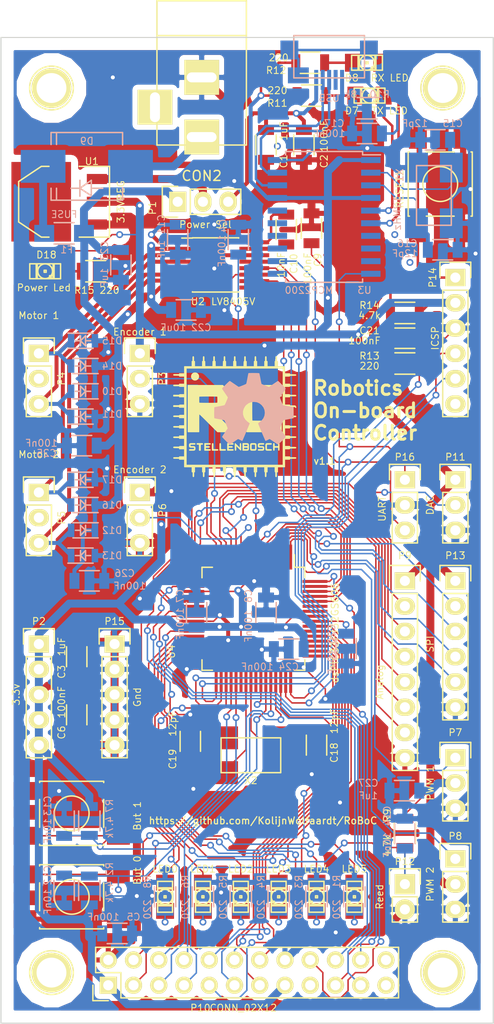
<source format=kicad_pcb>
(kicad_pcb (version 4) (host pcbnew "(2015-03-23 BZR 5533)-product")
  (layers (0 F.Cu signal) (31 B.Cu signal) (34 B.Paste user) (35 F.Paste user) (36 B.SilkS user) (37 F.SilkS user) (38 B.Mask user) (39 F.Mask user) (44 Edge.Cuts user))
  (net 0 "")
  (net 1 /power/V_USB)
  (net 2 GND)
  (net 3 V3.3)
  (net 4 /motors/C1H)
  (net 5 /motors/C1L)
  (net 6 /motors/VG)
  (net 7 /gpio/BUT_0)
  (net 8 /gpio/BUT_1)
  (net 9 /gpio/Reed)
  (net 10 /usb/USB_OSC1)
  (net 11 /usb/USB_OSC2)
  (net 12 "Net-(C17-Pad1)")
  (net 13 /mcu/OSC1)
  (net 14 /mcu/OSC2)
  (net 15 /mcu/Vcap)
  (net 16 /mcu/MCLR_in)
  (net 17 /motors/V_Bat)
  (net 18 /usb/USB_D-)
  (net 19 /usb/USB_D+)
  (net 20 "Net-(CON1-Pad4)")
  (net 21 "Net-(CON2-Pad1)")
  (net 22 "Net-(CON2-Pad3)")
  (net 23 /gpio/LED5)
  (net 24 "Net-(D1-Pad2)")
  (net 25 /gpio/LED4)
  (net 26 "Net-(D2-Pad2)")
  (net 27 /gpio/LED3)
  (net 28 "Net-(D3-Pad2)")
  (net 29 /gpio/LED2)
  (net 30 "Net-(D4-Pad2)")
  (net 31 /gpio/LED1)
  (net 32 "Net-(D5-Pad2)")
  (net 33 /gpio/LED0)
  (net 34 "Net-(D6-Pad2)")
  (net 35 "Net-(D7-Pad1)")
  (net 36 /usb/TX_LED)
  (net 37 "Net-(D8-Pad1)")
  (net 38 /usb/RX_LED)
  (net 39 "Net-(D9-Pad2)")
  (net 40 /motors/MOT1_2)
  (net 41 /motors/MOT2_2)
  (net 42 /motors/MOT1_1)
  (net 43 /motors/MOT2_1)
  (net 44 "Net-(D18-Pad2)")
  (net 45 "Net-(P1-Pad2)")
  (net 46 /mcu/MOT1_ENC)
  (net 47 "Net-(P4-Pad2)")
  (net 48 "Net-(P5-Pad2)")
  (net 49 /mcu/MOT2_ENC)
  (net 50 /motors/PWM1)
  (net 51 /motors/PWM2)
  (net 52 /gpio/AN0)
  (net 53 /gpio/AN1)
  (net 54 /gpio/AN2)
  (net 55 /gpio/AN3)
  (net 56 /gpio/AN4)
  (net 57 /gpio/AN5)
  (net 58 /gpio/SIO_C)
  (net 59 /gpio/SIO_D)
  (net 60 /gpio/vSync)
  (net 61 /gpio/Href)
  (net 62 /gpio/DATA_7)
  (net 63 /gpio/DATA_6)
  (net 64 /gpio/DATA_4)
  (net 65 /gpio/DATA_3)
  (net 66 /gpio/DATA_2)
  (net 67 /gpio/DATA_1)
  (net 68 /gpio/DATA_0)
  (net 69 /gpio/Strobe)
  (net 70 /gpio/RCK)
  (net 71 /gpio/~WR)
  (net 72 /gpio/~OE)
  (net 73 /gpio/~WRST)
  (net 74 /gpio/~RRST)
  (net 75 /gpio/DACOUT)
  (net 76 /gpio/SPI_CLK)
  (net 77 /gpio/SPI_MOSI)
  (net 78 /gpio/SPI_MISO)
  (net 79 /gpio/SPI_SS)
  (net 80 /mcu/PGD)
  (net 81 /mcu/PGC)
  (net 82 "Net-(P14-Pad6)")
  (net 83 /mcu/MCLR)
  (net 84 /mcu/MOT2_D2)
  (net 85 /mcu/MOT2_D1)
  (net 86 /mcu/MOT1_D2)
  (net 87 /mcu/MOT1_D1)
  (net 88 "Net-(U3-Pad7)")
  (net 89 "Net-(U3-Pad8)")
  (net 90 "Net-(U3-Pad9)")
  (net 91 /usb/MCU_RX)
  (net 92 "Net-(U3-Pad11)")
  (net 93 /usb/MCU_TX)
  (net 94 "Net-(U3-Pad13)")
  (net 95 "Net-(U3-Pad14)")
  (net 96 "Net-(U3-Pad15)")
  (net 97 "Net-(U3-Pad16)")
  (net 98 /mcu/MOT2_E)
  (net 99 /mcu/MOT1_E)
  (net 100 "Net-(P96-Pad1)")
  (net 101 "Net-(P97-Pad1)")
  (net 102 "Net-(P98-Pad1)")
  (net 103 "Net-(P99-Pad1)")
  (net 104 /gpio/DATA_5)
  (net 105 "Net-(P10-Pad23)")
  (net 106 "Net-(P10-Pad24)")
  (module Capacitors_SMD:C_1206 (layer F.Cu) (at 138.43 52.705 270)
    (fp_text reference C1 (at 1.651 -1.778 450) (layer F.SilkS) (effects (font (size 0.7 0.7) (thickness 0.1))))
    (fp_text value 1uF (at -1.397 -1.778 270) (layer F.SilkS) (effects (font (size 0.7 0.7) (thickness 0.1))))
    (pad 1 smd rect (at -1.5 0 270) (size 1 1.6) (layers F.Cu F.Paste F.Mask) (net 1 /power/V_USB))
    (pad 2 smd rect (at 1.5 0 270) (size 1 1.6) (layers F.Cu F.Paste F.Mask) (net 2 GND))
  )
  (module Capacitors_SMD:C_1206 (layer F.Cu) (at 142.24 52.705 270)
    (fp_text reference C2 (at 1.651 -2.032 450) (layer F.SilkS) (effects (font (size 0.7 0.7) (thickness 0.1))))
    (fp_text value 100nF (at -0.889 -2.032 450) (layer F.SilkS) (effects (font (size 0.7 0.7) (thickness 0.1))))
    (pad 1 smd rect (at -1.5 0 270) (size 1 1.6) (layers F.Cu F.Paste F.Mask) (net 1 /power/V_USB))
    (pad 2 smd rect (at 1.5 0 270) (size 1 1.6) (layers F.Cu F.Paste F.Mask) (net 2 GND))
  )
  (module Capacitors_SMD:C_1206 (layer F.Cu) (at 119.38 104.14 90)
    (fp_text reference C3 (at -1.524 -1.524 90) (layer F.SilkS) (effects (font (size 0.7 0.7) (thickness 0.1))))
    (fp_text value 1uF (at 1.016 -1.524 90) (layer F.SilkS) (effects (font (size 0.7 0.7) (thickness 0.1))))
    (pad 1 smd rect (at -1.5 0 90) (size 1 1.6) (layers F.Cu F.Paste F.Mask) (net 3 V3.3))
    (pad 2 smd rect (at 1.5 0 90) (size 1 1.6) (layers F.Cu F.Paste F.Mask) (net 2 GND))
  )
  (module Capacitors_SMD:C_1206 (layer B.Cu) (at 135.636 62.23 90)
    (fp_text reference C4 (at 1.397 -1.524 90) (layer B.SilkS) (effects (font (size 0.7 0.7) (thickness 0.1)) (justify mirror)))
    (fp_text value 1uF (at -1.016 -7.747 90) (layer B.SilkS) (effects (font (size 0.7 0.7) (thickness 0.1)) (justify mirror)))
    (pad 1 smd rect (at -1.5 0 90) (size 1 1.6) (layers B.Cu B.Paste B.Mask) (net 3 V3.3))
    (pad 2 smd rect (at 1.5 0 90) (size 1 1.6) (layers B.Cu B.Paste B.Mask) (net 2 GND))
  )
  (module Capacitors_SMD:C_1206 (layer B.Cu) (at 123.444 131.953)
    (fp_text reference C5 (at 1.651 -1.651 180) (layer B.SilkS) (effects (font (size 0.7 0.7) (thickness 0.1)) (justify mirror)))
    (fp_text value 100nF (at -1.397 -1.651) (layer B.SilkS) (effects (font (size 0.7 0.7) (thickness 0.1)) (justify mirror)))
    (pad 1 smd rect (at -1.5 0) (size 1 1.6) (layers B.Cu B.Paste B.Mask) (net 3 V3.3))
    (pad 2 smd rect (at 1.5 0) (size 1 1.6) (layers B.Cu B.Paste B.Mask) (net 2 GND))
  )
  (module Capacitors_SMD:C_1206 (layer F.Cu) (at 119.38 109.982 270)
    (fp_text reference C6 (at 1.778 1.524 270) (layer F.SilkS) (effects (font (size 0.7 0.7) (thickness 0.1))))
    (fp_text value 100nF (at -1.27 1.524 270) (layer F.SilkS) (effects (font (size 0.7 0.7) (thickness 0.1))))
    (pad 1 smd rect (at -1.5 0 270) (size 1 1.6) (layers F.Cu F.Paste F.Mask) (net 3 V3.3))
    (pad 2 smd rect (at 1.5 0 270) (size 1 1.6) (layers F.Cu F.Paste F.Mask) (net 2 GND))
  )
  (module Capacitors_SMD:C_1206 (layer B.Cu) (at 131.445 99.695 90)
    (fp_text reference C7 (at 1.651 -1.651 90) (layer B.SilkS) (effects (font (size 0.7 0.7) (thickness 0.1)) (justify mirror)))
    (fp_text value 100nF (at -1.143 -1.651 90) (layer B.SilkS) (effects (font (size 0.7 0.7) (thickness 0.1)) (justify mirror)))
    (pad 1 smd rect (at -1.5 0 90) (size 1 1.6) (layers B.Cu B.Paste B.Mask) (net 3 V3.3))
    (pad 2 smd rect (at 1.5 0 90) (size 1 1.6) (layers B.Cu B.Paste B.Mask) (net 2 GND))
  )
  (module Capacitors_SMD:C_1206 (layer B.Cu) (at 138.43 99.695 90)
    (fp_text reference C8 (at 1.651 -1.778 90) (layer B.SilkS) (effects (font (size 0.7 0.7) (thickness 0.1)) (justify mirror)))
    (fp_text value 100nF (at -1.397 -1.778 90) (layer B.SilkS) (effects (font (size 0.7 0.7) (thickness 0.1)) (justify mirror)))
    (pad 1 smd rect (at -1.5 0 90) (size 1 1.6) (layers B.Cu B.Paste B.Mask) (net 3 V3.3))
    (pad 2 smd rect (at 1.5 0 90) (size 1 1.6) (layers B.Cu B.Paste B.Mask) (net 2 GND))
  )
  (module Capacitors_SMD:C_1206 (layer F.Cu) (at 143.002 61.087 90)
    (fp_text reference C9 (at -3.175 0.635 90) (layer F.SilkS) (effects (font (size 0.7 0.7) (thickness 0.1))))
    (fp_text value 100nF (at -4.064 -0.381 90) (layer F.SilkS) (effects (font (size 0.7 0.7) (thickness 0.1))))
    (pad 1 smd rect (at -1.5 0 90) (size 1 1.6) (layers F.Cu F.Paste F.Mask) (net 3 V3.3))
    (pad 2 smd rect (at 1.5 0 90) (size 1 1.6) (layers F.Cu F.Paste F.Mask) (net 2 GND))
  )
  (module Capacitors_SMD:C_1206 (layer F.Cu) (at 140.462 61.214 270)
    (fp_text reference C10 (at 3.429 -0.762 450) (layer F.SilkS) (effects (font (size 0.7 0.7) (thickness 0.1))))
    (fp_text value 10nF (at 3.556 0.508 450) (layer F.SilkS) (effects (font (size 0.7 0.7) (thickness 0.1))))
    (pad 1 smd rect (at -1.5 0 270) (size 1 1.6) (layers F.Cu F.Paste F.Mask) (net 4 /motors/C1H))
    (pad 2 smd rect (at 1.5 0 270) (size 1 1.6) (layers F.Cu F.Paste F.Mask) (net 5 /motors/C1L))
  )
  (module Capacitors_SMD:C_1206 (layer B.Cu) (at 129.54 62.23 270)
    (fp_text reference C11 (at -1.524 1.651 270) (layer B.SilkS) (effects (font (size 0.7 0.7) (thickness 0.1)) (justify mirror)))
    (fp_text value 100nF (at 1.143 -4.445 270) (layer B.SilkS) (effects (font (size 0.7 0.7) (thickness 0.1)) (justify mirror)))
    (pad 1 smd rect (at -1.5 0 270) (size 1 1.6) (layers B.Cu B.Paste B.Mask) (net 6 /motors/VG))
    (pad 2 smd rect (at 1.5 0 270) (size 1 1.6) (layers B.Cu B.Paste B.Mask) (net 2 GND))
  )
  (module Capacitors_SMD:C_1206 (layer B.Cu) (at 118.11 127.635 90)
    (fp_text reference C12 (at 1.524 -1.651 270) (layer B.SilkS) (effects (font (size 0.7 0.7) (thickness 0.1)) (justify mirror)))
    (fp_text value 10nF (at -1.143 -1.651 270) (layer B.SilkS) (effects (font (size 0.7 0.7) (thickness 0.1)) (justify mirror)))
    (pad 1 smd rect (at -1.5 0 90) (size 1 1.6) (layers B.Cu B.Paste B.Mask) (net 2 GND))
    (pad 2 smd rect (at 1.5 0 90) (size 1 1.6) (layers B.Cu B.Paste B.Mask) (net 7 /gpio/BUT_0))
  )
  (module Capacitors_SMD:C_1206 (layer B.Cu) (at 118.11 120.65 270)
    (fp_text reference C13 (at -1.524 1.651 450) (layer B.SilkS) (effects (font (size 0.7 0.7) (thickness 0.1)) (justify mirror)))
    (fp_text value 10nF (at 1.016 1.651 450) (layer B.SilkS) (effects (font (size 0.7 0.7) (thickness 0.1)) (justify mirror)))
    (pad 1 smd rect (at -1.5 0 270) (size 1 1.6) (layers B.Cu B.Paste B.Mask) (net 2 GND))
    (pad 2 smd rect (at 1.5 0 270) (size 1 1.6) (layers B.Cu B.Paste B.Mask) (net 8 /gpio/BUT_1))
  )
  (module Capacitors_SMD:C_1206 (layer B.Cu) (at 152.4 121.92 270)
    (fp_text reference C14 (at -1.778 1.778 270) (layer B.SilkS) (effects (font (size 0.7 0.7) (thickness 0.1)) (justify mirror)))
    (fp_text value 10nF (at 1.143 1.778 270) (layer B.SilkS) (effects (font (size 0.7 0.7) (thickness 0.1)) (justify mirror)))
    (pad 1 smd rect (at -1.5 0 270) (size 1 1.6) (layers B.Cu B.Paste B.Mask) (net 2 GND))
    (pad 2 smd rect (at 1.5 0 270) (size 1 1.6) (layers B.Cu B.Paste B.Mask) (net 9 /gpio/Reed))
  )
  (module Capacitors_SMD:C_1206 (layer B.Cu) (at 155.448 52.197 180)
    (fp_text reference C15 (at -1.778 1.651 180) (layer B.SilkS) (effects (font (size 0.7 0.7) (thickness 0.1)) (justify mirror)))
    (fp_text value 12pF (at 2.032 1.651 180) (layer B.SilkS) (effects (font (size 0.7 0.7) (thickness 0.1)) (justify mirror)))
    (pad 1 smd rect (at -1.5 0 180) (size 1 1.6) (layers B.Cu B.Paste B.Mask) (net 10 /usb/USB_OSC1))
    (pad 2 smd rect (at 1.5 0 180) (size 1 1.6) (layers B.Cu B.Paste B.Mask) (net 2 GND))
  )
  (module Capacitors_SMD:C_1206 (layer B.Cu) (at 156.21 63.246)
    (fp_text reference C16 (at -3.556 -0.635) (layer B.SilkS) (effects (font (size 0.7 0.7) (thickness 0.1)) (justify mirror)))
    (fp_text value 12pF (at -3.81 0.381) (layer B.SilkS) (effects (font (size 0.7 0.7) (thickness 0.1)) (justify mirror)))
    (pad 1 smd rect (at -1.5 0) (size 1 1.6) (layers B.Cu B.Paste B.Mask) (net 11 /usb/USB_OSC2))
    (pad 2 smd rect (at 1.5 0) (size 1 1.6) (layers B.Cu B.Paste B.Mask) (net 2 GND))
  )
  (module Capacitors_SMD:C_1206 (layer B.Cu) (at 148.59 51.562 180)
    (fp_text reference C17 (at 3.302 1.016 180) (layer B.SilkS) (effects (font (size 0.7 0.7) (thickness 0.1)) (justify mirror)))
    (fp_text value 100nF (at 3.81 0 180) (layer B.SilkS) (effects (font (size 0.7 0.7) (thickness 0.1)) (justify mirror)))
    (pad 1 smd rect (at -1.5 0 180) (size 1 1.6) (layers B.Cu B.Paste B.Mask) (net 12 "Net-(C17-Pad1)"))
    (pad 2 smd rect (at 1.5 0 180) (size 1 1.6) (layers B.Cu B.Paste B.Mask) (net 2 GND))
  )
  (module Capacitors_SMD:C_1206 (layer F.Cu) (at 143.51 113.03 90)
    (fp_text reference C18 (at -0.762 1.778 90) (layer F.SilkS) (effects (font (size 0.7 0.7) (thickness 0.1))))
    (fp_text value 12pF (at 2.413 1.778 90) (layer F.SilkS) (effects (font (size 0.7 0.7) (thickness 0.1))))
    (pad 1 smd rect (at -1.5 0 90) (size 1 1.6) (layers F.Cu F.Paste F.Mask) (net 2 GND))
    (pad 2 smd rect (at 1.5 0 90) (size 1 1.6) (layers F.Cu F.Paste F.Mask) (net 13 /mcu/OSC1))
  )
  (module Capacitors_SMD:C_1206 (layer F.Cu) (at 130.81 112.649 270)
    (fp_text reference C19 (at 1.778 1.778 270) (layer F.SilkS) (effects (font (size 0.7 0.7) (thickness 0.1))))
    (fp_text value 12pF (at -1.778 1.778 270) (layer F.SilkS) (effects (font (size 0.7 0.7) (thickness 0.1))))
    (pad 1 smd rect (at -1.5 0 270) (size 1 1.6) (layers F.Cu F.Paste F.Mask) (net 2 GND))
    (pad 2 smd rect (at 1.5 0 270) (size 1 1.6) (layers F.Cu F.Paste F.Mask) (net 14 /mcu/OSC2))
  )
  (module Capacitors_SMD:C_1206 (layer B.Cu) (at 146.4818 103.3272 90)
    (fp_text reference C20 (at 1.4732 -1.4478 90) (layer B.SilkS) (effects (font (size 0.7 0.7) (thickness 0.1)) (justify mirror)))
    (fp_text value 10uF (at -1.3208 -1.4478 270) (layer B.SilkS) (effects (font (size 0.7 0.7) (thickness 0.1)) (justify mirror)))
    (pad 1 smd rect (at -1.5 0 90) (size 1 1.6) (layers B.Cu B.Paste B.Mask) (net 2 GND))
    (pad 2 smd rect (at 1.5 0 90) (size 1 1.6) (layers B.Cu B.Paste B.Mask) (net 15 /mcu/Vcap))
  )
  (module Capacitors_SMD:C_1206 (layer F.Cu) (at 152.4 72.136)
    (fp_text reference C21 (at -3.556 -0.762) (layer F.SilkS) (effects (font (size 0.7 0.7) (thickness 0.1))))
    (fp_text value 100nF (at -4.064 0.254) (layer F.SilkS) (effects (font (size 0.7 0.7) (thickness 0.1))))
    (pad 1 smd rect (at -1.5 0) (size 1 1.6) (layers F.Cu F.Paste F.Mask) (net 16 /mcu/MCLR_in))
    (pad 2 smd rect (at 1.5 0) (size 1 1.6) (layers F.Cu F.Paste F.Mask) (net 2 GND))
  )
  (module Capacitors_SMD:C_1206 (layer B.Cu) (at 130.3782 69.2912)
    (fp_text reference C22 (at 1.524 1.778) (layer B.SilkS) (effects (font (size 0.7 0.7) (thickness 0.1)) (justify mirror)))
    (fp_text value 10uF (at -1.27 1.778) (layer B.SilkS) (effects (font (size 0.7 0.7) (thickness 0.1)) (justify mirror)))
    (pad 1 smd rect (at -1.5 0) (size 1 1.6) (layers B.Cu B.Paste B.Mask) (net 17 /motors/V_Bat))
    (pad 2 smd rect (at 1.5 0) (size 1 1.6) (layers B.Cu B.Paste B.Mask) (net 2 GND))
  )
  (module Capacitors_SMD:C_1206 (layer B.Cu) (at 123.825 64.77 270)
    (fp_text reference C23 (at -1.397 1.651 450) (layer B.SilkS) (effects (font (size 0.7 0.7) (thickness 0.1)) (justify mirror)))
    (fp_text value 1uF (at 1.27 1.651 270) (layer B.SilkS) (effects (font (size 0.7 0.7) (thickness 0.1)) (justify mirror)))
    (pad 1 smd rect (at -1.5 0 270) (size 1 1.6) (layers B.Cu B.Paste B.Mask) (net 17 /motors/V_Bat))
    (pad 2 smd rect (at 1.5 0 270) (size 1 1.6) (layers B.Cu B.Paste B.Mask) (net 2 GND))
  )
  (module RoBoC:USB_Micro (layer B.Cu) (at 144.78 45.72)
    (fp_text reference CON1 hide)
    (fp_text value USB (at 0 2.286 180) (layer B.SilkS) (effects (font (size 0.7 0.7) (thickness 0.1)) (justify mirror)))
    (pad 1 smd rect (at -1.3 0.45) (size 0.4 2) (layers B.Cu B.Paste B.Mask) (net 1 /power/V_USB))
    (pad 2 smd rect (at -0.65 0.45) (size 0.4 2) (layers B.Cu B.Paste B.Mask) (net 18 /usb/USB_D-))
    (pad 3 smd rect (at 0 0.45) (size 0.4 2) (layers B.Cu B.Paste B.Mask) (net 19 /usb/USB_D+))
    (pad 4 smd rect (at 0.65 0.45) (size 0.4 2) (layers B.Cu B.Paste B.Mask) (net 20 "Net-(CON1-Pad4)"))
    (pad 5 smd rect (at 1.3 0.45) (size 0.4 2) (layers B.Cu B.Paste B.Mask) (net 2 GND))
    (pad 6 smd rect (at 3.1 0) (size 2.1 1.6) (layers B.Cu B.Paste B.Mask) (net 12 "Net-(C17-Pad1)"))
    (pad 7 smd rect (at -3.1 0) (size 2.1 1.6) (layers B.Cu B.Paste B.Mask) (net 12 "Net-(C17-Pad1)"))
    (pad 8 smd rect (at 4 -2.55) (size 1.8 1.9) (layers B.Cu B.Paste B.Mask) (net 12 "Net-(C17-Pad1)"))
    (pad 9 smd rect (at -4 -2.55) (size 1.8 1.9) (layers B.Cu B.Paste B.Mask) (net 12 "Net-(C17-Pad1)"))
  )
  (module LEDs:LED-1206 (layer F.Cu) (at 147.32 128.27 270)
    (fp_text reference D1 hide)
    (fp_text value LED5 (at -2.794 0 360) (layer F.SilkS) (effects (font (size 0.7 0.7) (thickness 0.1))))
    (pad 1 smd rect (at -1.41986 0 270) (size 1.59766 1.80086) (layers F.Cu F.Paste F.Mask) (net 23 /gpio/LED5))
    (pad 2 smd rect (at 1.41986 0 270) (size 1.59766 1.80086) (layers F.Cu F.Paste F.Mask) (net 24 "Net-(D1-Pad2)"))
  )
  (module LEDs:LED-1206 (layer F.Cu) (at 143.51 128.27 270)
    (fp_text reference D2 hide)
    (fp_text value LED4 (at -2.794 0 360) (layer F.SilkS) (effects (font (size 0.7 0.7) (thickness 0.1))))
    (pad 1 smd rect (at -1.41986 0 270) (size 1.59766 1.80086) (layers F.Cu F.Paste F.Mask) (net 25 /gpio/LED4))
    (pad 2 smd rect (at 1.41986 0 270) (size 1.59766 1.80086) (layers F.Cu F.Paste F.Mask) (net 26 "Net-(D2-Pad2)"))
  )
  (module LEDs:LED-1206 (layer F.Cu) (at 139.7 128.27 270)
    (fp_text reference D3 hide)
    (fp_text value LED3 (at -2.794 0 360) (layer F.SilkS) (effects (font (size 0.7 0.7) (thickness 0.1))))
    (pad 1 smd rect (at -1.41986 0 270) (size 1.59766 1.80086) (layers F.Cu F.Paste F.Mask) (net 27 /gpio/LED3))
    (pad 2 smd rect (at 1.41986 0 270) (size 1.59766 1.80086) (layers F.Cu F.Paste F.Mask) (net 28 "Net-(D3-Pad2)"))
  )
  (module LEDs:LED-1206 (layer F.Cu) (at 135.89 128.27 270)
    (fp_text reference D4 hide)
    (fp_text value LED2 (at -2.794 0 360) (layer F.SilkS) (effects (font (size 0.7 0.7) (thickness 0.1))))
    (pad 1 smd rect (at -1.41986 0 270) (size 1.59766 1.80086) (layers F.Cu F.Paste F.Mask) (net 29 /gpio/LED2))
    (pad 2 smd rect (at 1.41986 0 270) (size 1.59766 1.80086) (layers F.Cu F.Paste F.Mask) (net 30 "Net-(D4-Pad2)"))
  )
  (module LEDs:LED-1206 (layer F.Cu) (at 132.08 128.27 270)
    (fp_text reference D5 hide)
    (fp_text value LED1 (at -2.794 0 360) (layer F.SilkS) (effects (font (size 0.7 0.7) (thickness 0.1))))
    (pad 1 smd rect (at -1.41986 0 270) (size 1.59766 1.80086) (layers F.Cu F.Paste F.Mask) (net 31 /gpio/LED1))
    (pad 2 smd rect (at 1.41986 0 270) (size 1.59766 1.80086) (layers F.Cu F.Paste F.Mask) (net 32 "Net-(D5-Pad2)"))
  )
  (module LEDs:LED-1206 (layer F.Cu) (at 128.27 128.27 270)
    (fp_text reference D6 hide)
    (fp_text value LED0 (at -2.794 0 360) (layer F.SilkS) (effects (font (size 0.7 0.7) (thickness 0.1))))
    (pad 1 smd rect (at -1.41986 0 270) (size 1.59766 1.80086) (layers F.Cu F.Paste F.Mask) (net 33 /gpio/LED0))
    (pad 2 smd rect (at 1.41986 0 270) (size 1.59766 1.80086) (layers F.Cu F.Paste F.Mask) (net 34 "Net-(D6-Pad2)"))
  )
  (module LEDs:LED-1206 (layer F.Cu) (at 148.844 47.752)
    (fp_text reference D7 (at -1.778 1.524) (layer F.SilkS) (effects (font (size 0.7 0.7) (thickness 0.1))))
    (fp_text value "TX LED" (at 2.032 1.524) (layer F.SilkS) (effects (font (size 0.7 0.7) (thickness 0.1))))
    (pad 1 smd rect (at -1.41986 0) (size 1.59766 1.80086) (layers F.Cu F.Paste F.Mask) (net 35 "Net-(D7-Pad1)"))
    (pad 2 smd rect (at 1.41986 0) (size 1.59766 1.80086) (layers F.Cu F.Paste F.Mask) (net 36 /usb/TX_LED))
  )
  (module LEDs:LED-1206 (layer F.Cu) (at 148.59 44.45)
    (fp_text reference D8 (at -1.524 1.524) (layer F.SilkS) (effects (font (size 0.7 0.7) (thickness 0.1))))
    (fp_text value "RX LED" (at 2.286 1.524 180) (layer F.SilkS) (effects (font (size 0.7 0.7) (thickness 0.1))))
    (pad 1 smd rect (at -1.41986 0) (size 1.59766 1.80086) (layers F.Cu F.Paste F.Mask) (net 37 "Net-(D8-Pad1)"))
    (pad 2 smd rect (at 1.41986 0) (size 1.59766 1.80086) (layers F.Cu F.Paste F.Mask) (net 38 /usb/RX_LED))
  )
  (module Diodes_SMD:Diode-SMC_Handsoldering (layer B.Cu) (at 120.396 54.864 180)
    (fp_text reference D9 (at 0 2.54 180) (layer B.SilkS) (effects (font (size 0.7 0.7) (thickness 0.1)) (justify mirror)))
    (fp_text value D hide)
    (pad 1 smd rect (at -4.39928 0 90) (size 3.29946 4.50088) (layers B.Cu B.Paste B.Mask) (net 21 "Net-(CON2-Pad1)"))
    (pad 2 smd rect (at 4.39928 0 90) (size 3.29946 4.49834) (layers B.Cu B.Paste B.Mask) (net 39 "Net-(D9-Pad2)"))
  )
  (module LEDs:LED-1206 (layer F.Cu) (at 116.205 65.405)
    (fp_text reference D18 (at 0.127 -1.651) (layer F.SilkS) (effects (font (size 0.7 0.7) (thickness 0.1))))
    (fp_text value "Power Led" (at -0.127 1.651) (layer F.SilkS) (effects (font (size 0.7 0.7) (thickness 0.1))))
    (pad 1 smd rect (at -1.41986 0) (size 1.59766 1.80086) (layers F.Cu F.Paste F.Mask) (net 3 V3.3))
    (pad 2 smd rect (at 1.41986 0) (size 1.59766 1.80086) (layers F.Cu F.Paste F.Mask) (net 44 "Net-(D18-Pad2)"))
  )
  (module Resistors_SMD:R_1206_HandSoldering (layer B.Cu) (at 118.11 61.595)
    (fp_text reference F1 (at 0.254 1.651) (layer B.SilkS) (effects (font (size 0.7 0.7) (thickness 0.1)) (justify mirror)))
    (fp_text value FUSE (at 0 -1.905) (layer B.SilkS) (effects (font (size 0.7 0.7) (thickness 0.1)) (justify mirror)))
    (pad 1 smd rect (at -2 0) (size 2 1.7) (layers B.Cu B.Paste B.Mask) (net 39 "Net-(D9-Pad2)"))
    (pad 2 smd rect (at 2 0) (size 2 1.7) (layers B.Cu B.Paste B.Mask) (net 17 /motors/V_Bat))
  )
  (module Pin_Headers:Pin_Header_Straight_1x03 (layer F.Cu) (at 129.54 58.42 90)
    (fp_text reference P1 (at -0.635 -2.54 90) (layer F.SilkS) (effects (font (size 0.7 0.7) (thickness 0.1))))
    (fp_text value "Power Sel" (at -2.286 2.794 180) (layer F.SilkS) (effects (font (size 0.7 0.7) (thickness 0.1))))
    (pad 1 thru_hole rect (at 0 0 90) (size 2.032 1.7272) (drill 1.016) (layers *.Cu *.Mask F.SilkS) (net 17 /motors/V_Bat))
    (pad 2 thru_hole oval (at 0 2.54 90) (size 2.032 1.7272) (drill 1.016) (layers *.Cu *.Mask F.SilkS) (net 45 "Net-(P1-Pad2)"))
    (pad 3 thru_hole oval (at 0 5.08 90) (size 2.032 1.7272) (drill 1.016) (layers *.Cu *.Mask F.SilkS) (net 1 /power/V_USB))
  )
  (module Pin_Headers:Pin_Header_Straight_1x03 (layer F.Cu) (at 125.73 73.66)
    (fp_text reference P3 (at 2.286 2.54 90) (layer F.SilkS) (effects (font (size 0.7 0.7) (thickness 0.1))))
    (fp_text value "Encoder 1" (at 0 -2.159 180) (layer F.SilkS) (effects (font (size 0.7 0.7) (thickness 0.1))))
    (pad 1 thru_hole rect (at 0 0) (size 2.032 1.7272) (drill 1.016) (layers *.Cu *.Mask F.SilkS) (net 3 V3.3))
    (pad 2 thru_hole oval (at 0 2.54) (size 2.032 1.7272) (drill 1.016) (layers *.Cu *.Mask F.SilkS) (net 46 /mcu/MOT1_ENC))
    (pad 3 thru_hole oval (at 0 5.08) (size 2.032 1.7272) (drill 1.016) (layers *.Cu *.Mask F.SilkS) (net 2 GND))
  )
  (module Pin_Headers:Pin_Header_Straight_1x03 (layer F.Cu) (at 115.57 73.66)
    (fp_text reference P4 (at 2.286 2.54 90) (layer F.SilkS) (effects (font (size 0.7 0.7) (thickness 0.1))))
    (fp_text value "Motor 1" (at 0 -3.81) (layer F.SilkS) (effects (font (size 0.7 0.7) (thickness 0.1))))
    (pad 1 thru_hole rect (at 0 0) (size 2.032 1.7272) (drill 1.016) (layers *.Cu *.Mask F.SilkS) (net 42 /motors/MOT1_1))
    (pad 2 thru_hole oval (at 0 2.54) (size 2.032 1.7272) (drill 1.016) (layers *.Cu *.Mask F.SilkS) (net 47 "Net-(P4-Pad2)"))
    (pad 3 thru_hole oval (at 0 5.08) (size 2.032 1.7272) (drill 1.016) (layers *.Cu *.Mask F.SilkS) (net 40 /motors/MOT1_2))
  )
  (module Pin_Headers:Pin_Header_Straight_1x03 (layer F.Cu) (at 115.57 87.63)
    (fp_text reference P5 (at 2.286 2.54 90) (layer F.SilkS) (effects (font (size 0.7 0.7) (thickness 0.1))))
    (fp_text value "Motor 2" (at 0 -3.81) (layer F.SilkS) (effects (font (size 0.7 0.7) (thickness 0.1))))
    (pad 1 thru_hole rect (at 0 0) (size 2.032 1.7272) (drill 1.016) (layers *.Cu *.Mask F.SilkS) (net 43 /motors/MOT2_1))
    (pad 2 thru_hole oval (at 0 2.54) (size 2.032 1.7272) (drill 1.016) (layers *.Cu *.Mask F.SilkS) (net 48 "Net-(P5-Pad2)"))
    (pad 3 thru_hole oval (at 0 5.08) (size 2.032 1.7272) (drill 1.016) (layers *.Cu *.Mask F.SilkS) (net 41 /motors/MOT2_2))
  )
  (module Pin_Headers:Pin_Header_Straight_1x03 (layer F.Cu) (at 125.73 87.63)
    (fp_text reference P6 (at 2.286 1.778 90) (layer F.SilkS) (effects (font (size 0.7 0.7) (thickness 0.1))))
    (fp_text value "Encoder 2" (at 0 -2.286 180) (layer F.SilkS) (effects (font (size 0.7 0.7) (thickness 0.1))))
    (pad 1 thru_hole rect (at 0 0) (size 2.032 1.7272) (drill 1.016) (layers *.Cu *.Mask F.SilkS) (net 3 V3.3))
    (pad 2 thru_hole oval (at 0 2.54) (size 2.032 1.7272) (drill 1.016) (layers *.Cu *.Mask F.SilkS) (net 49 /mcu/MOT2_ENC))
    (pad 3 thru_hole oval (at 0 5.08) (size 2.032 1.7272) (drill 1.016) (layers *.Cu *.Mask F.SilkS) (net 2 GND))
  )
  (module Pin_Headers:Pin_Header_Straight_1x03 (layer F.Cu) (at 157.48 114.3)
    (fp_text reference P7 (at 0 -2.54) (layer F.SilkS) (effects (font (size 0.7 0.7) (thickness 0.1))))
    (fp_text value "PWM 1" (at -2.54 2.54 90) (layer F.SilkS) (effects (font (size 0.7 0.7) (thickness 0.1))))
    (pad 1 thru_hole rect (at 0 0) (size 2.032 1.7272) (drill 1.016) (layers *.Cu *.Mask F.SilkS) (net 50 /motors/PWM1))
    (pad 2 thru_hole oval (at 0 2.54) (size 2.032 1.7272) (drill 1.016) (layers *.Cu *.Mask F.SilkS) (net 3 V3.3))
    (pad 3 thru_hole oval (at 0 5.08) (size 2.032 1.7272) (drill 1.016) (layers *.Cu *.Mask F.SilkS) (net 2 GND))
  )
  (module Pin_Headers:Pin_Header_Straight_1x03 (layer F.Cu) (at 157.48 124.46)
    (fp_text reference P8 (at 0 -2.286) (layer F.SilkS) (effects (font (size 0.7 0.7) (thickness 0.1))))
    (fp_text value "PWM 2" (at -2.54 2.54 90) (layer F.SilkS) (effects (font (size 0.7 0.7) (thickness 0.1))))
    (pad 1 thru_hole rect (at 0 0) (size 2.032 1.7272) (drill 1.016) (layers *.Cu *.Mask F.SilkS) (net 51 /motors/PWM2))
    (pad 2 thru_hole oval (at 0 2.54) (size 2.032 1.7272) (drill 1.016) (layers *.Cu *.Mask F.SilkS) (net 3 V3.3))
    (pad 3 thru_hole oval (at 0 5.08) (size 2.032 1.7272) (drill 1.016) (layers *.Cu *.Mask F.SilkS) (net 2 GND))
  )
  (module Pin_Headers:Pin_Header_Straight_1x08 (layer F.Cu) (at 152.4 96.52)
    (fp_text reference P9 (at 0 -2.54) (layer F.SilkS) (effects (font (size 0.7 0.7) (thickness 0.1))))
    (fp_text value Analog (at -2.54 10.16 90) (layer F.SilkS) (effects (font (size 0.7 0.7) (thickness 0.1))))
    (pad 1 thru_hole rect (at 0 0) (size 2.032 1.7272) (drill 1.016) (layers *.Cu *.Mask F.SilkS) (net 3 V3.3))
    (pad 2 thru_hole oval (at 0 2.54) (size 2.032 1.7272) (drill 1.016) (layers *.Cu *.Mask F.SilkS) (net 52 /gpio/AN0))
    (pad 3 thru_hole oval (at 0 5.08) (size 2.032 1.7272) (drill 1.016) (layers *.Cu *.Mask F.SilkS) (net 53 /gpio/AN1))
    (pad 4 thru_hole oval (at 0 7.62) (size 2.032 1.7272) (drill 1.016) (layers *.Cu *.Mask F.SilkS) (net 54 /gpio/AN2))
    (pad 5 thru_hole oval (at 0 10.16) (size 2.032 1.7272) (drill 1.016) (layers *.Cu *.Mask F.SilkS) (net 55 /gpio/AN3))
    (pad 6 thru_hole oval (at 0 12.7) (size 2.032 1.7272) (drill 1.016) (layers *.Cu *.Mask F.SilkS) (net 56 /gpio/AN4))
    (pad 7 thru_hole oval (at 0 15.24) (size 2.032 1.7272) (drill 1.016) (layers *.Cu *.Mask F.SilkS) (net 57 /gpio/AN5))
    (pad 8 thru_hole oval (at 0 17.78) (size 2.032 1.7272) (drill 1.016) (layers *.Cu *.Mask F.SilkS) (net 2 GND))
  )
  (module Pin_Headers:Pin_Header_Straight_1x03 (layer F.Cu) (at 157.48 86.36)
    (fp_text reference P11 (at 0 -2.286) (layer F.SilkS) (effects (font (size 0.7 0.7) (thickness 0.1))))
    (fp_text value DAC (at -2.54 2.54 90) (layer F.SilkS) (effects (font (size 0.7 0.7) (thickness 0.1))))
    (pad 1 thru_hole rect (at 0 0) (size 2.032 1.7272) (drill 1.016) (layers *.Cu *.Mask F.SilkS) (net 3 V3.3))
    (pad 2 thru_hole oval (at 0 2.54) (size 2.032 1.7272) (drill 1.016) (layers *.Cu *.Mask F.SilkS) (net 75 /gpio/DACOUT))
    (pad 3 thru_hole oval (at 0 5.08) (size 2.032 1.7272) (drill 1.016) (layers *.Cu *.Mask F.SilkS) (net 2 GND))
  )
  (module Pin_Headers:Pin_Header_Straight_1x02 (layer F.Cu) (at 152.4 127)
    (fp_text reference P12 (at 0 -2.286) (layer F.SilkS) (effects (font (size 0.7 0.7) (thickness 0.1))))
    (fp_text value Reed (at -2.54 1.27 90) (layer F.SilkS) (effects (font (size 0.7 0.7) (thickness 0.1))))
    (pad 1 thru_hole rect (at 0 0) (size 2.032 2.032) (drill 1.016) (layers *.Cu *.Mask F.SilkS) (net 9 /gpio/Reed))
    (pad 2 thru_hole oval (at 0 2.54) (size 2.032 2.032) (drill 1.016) (layers *.Cu *.Mask F.SilkS) (net 2 GND))
  )
  (module Pin_Headers:Pin_Header_Straight_1x06 (layer F.Cu) (at 157.48 96.52)
    (fp_text reference P13 (at 0 -2.54) (layer F.SilkS) (effects (font (size 0.7 0.7) (thickness 0.1))))
    (fp_text value SPI (at -2.54 6.35 90) (layer F.SilkS) (effects (font (size 0.7 0.7) (thickness 0.1))))
    (pad 1 thru_hole rect (at 0 0) (size 2.032 1.7272) (drill 1.016) (layers *.Cu *.Mask F.SilkS) (net 3 V3.3))
    (pad 2 thru_hole oval (at 0 2.54) (size 2.032 1.7272) (drill 1.016) (layers *.Cu *.Mask F.SilkS) (net 76 /gpio/SPI_CLK))
    (pad 3 thru_hole oval (at 0 5.08) (size 2.032 1.7272) (drill 1.016) (layers *.Cu *.Mask F.SilkS) (net 77 /gpio/SPI_MOSI))
    (pad 4 thru_hole oval (at 0 7.62) (size 2.032 1.7272) (drill 1.016) (layers *.Cu *.Mask F.SilkS) (net 78 /gpio/SPI_MISO))
    (pad 5 thru_hole oval (at 0 10.16) (size 2.032 1.7272) (drill 1.016) (layers *.Cu *.Mask F.SilkS) (net 79 /gpio/SPI_SS))
    (pad 6 thru_hole oval (at 0 12.7) (size 2.032 1.7272) (drill 1.016) (layers *.Cu *.Mask F.SilkS) (net 2 GND))
  )
  (module Pin_Headers:Pin_Header_Straight_1x06 (layer F.Cu) (at 157.48 66.04)
    (fp_text reference P14 (at -2.286 0 90) (layer F.SilkS) (effects (font (size 0.7 0.7) (thickness 0.1))))
    (fp_text value ICSP (at -2.032 6.096 90) (layer F.SilkS) (effects (font (size 0.7 0.7) (thickness 0.1))))
    (pad 1 thru_hole rect (at 0 0) (size 2.032 1.7272) (drill 1.016) (layers *.Cu *.Mask F.SilkS) (net 16 /mcu/MCLR_in))
    (pad 2 thru_hole oval (at 0 2.54) (size 2.032 1.7272) (drill 1.016) (layers *.Cu *.Mask F.SilkS) (net 3 V3.3))
    (pad 3 thru_hole oval (at 0 5.08) (size 2.032 1.7272) (drill 1.016) (layers *.Cu *.Mask F.SilkS) (net 2 GND))
    (pad 4 thru_hole oval (at 0 7.62) (size 2.032 1.7272) (drill 1.016) (layers *.Cu *.Mask F.SilkS) (net 80 /mcu/PGD))
    (pad 5 thru_hole oval (at 0 10.16) (size 2.032 1.7272) (drill 1.016) (layers *.Cu *.Mask F.SilkS) (net 81 /mcu/PGC))
    (pad 6 thru_hole oval (at 0 12.7) (size 2.032 1.7272) (drill 1.016) (layers *.Cu *.Mask F.SilkS) (net 82 "Net-(P14-Pad6)"))
  )
  (module Resistors_SMD:R_1206 (layer B.Cu) (at 147.32 128.27 90)
    (fp_text reference R1 (at 1.524 -1.778 90) (layer B.SilkS) (effects (font (size 0.7 0.7) (thickness 0.1)) (justify mirror)))
    (fp_text value 220 (at -1.27 -1.778 90) (layer B.SilkS) (effects (font (size 0.7 0.7) (thickness 0.1)) (justify mirror)))
    (pad 1 smd rect (at -1.45 0 90) (size 0.9 1.7) (layers B.Cu B.Paste B.Mask) (net 24 "Net-(D1-Pad2)"))
    (pad 2 smd rect (at 1.45 0 90) (size 0.9 1.7) (layers B.Cu B.Paste B.Mask) (net 2 GND))
  )
  (module Resistors_SMD:R_1206 (layer B.Cu) (at 120.65 127.635 90)
    (fp_text reference R2 (at 2.159 2.032 270) (layer B.SilkS) (effects (font (size 0.7 0.7) (thickness 0.1)) (justify mirror)))
    (fp_text value 4.7k (at -0.127 2.032 270) (layer B.SilkS) (effects (font (size 0.7 0.7) (thickness 0.1)) (justify mirror)))
    (pad 1 smd rect (at -1.45 0 90) (size 0.9 1.7) (layers B.Cu B.Paste B.Mask) (net 3 V3.3))
    (pad 2 smd rect (at 1.45 0 90) (size 0.9 1.7) (layers B.Cu B.Paste B.Mask) (net 7 /gpio/BUT_0))
  )
  (module Resistors_SMD:R_1206 (layer B.Cu) (at 143.51 128.27 90)
    (fp_text reference R3 (at 1.524 -1.778 90) (layer B.SilkS) (effects (font (size 0.7 0.7) (thickness 0.1)) (justify mirror)))
    (fp_text value 220 (at -1.27 -1.778 90) (layer B.SilkS) (effects (font (size 0.7 0.7) (thickness 0.1)) (justify mirror)))
    (pad 1 smd rect (at -1.45 0 90) (size 0.9 1.7) (layers B.Cu B.Paste B.Mask) (net 26 "Net-(D2-Pad2)"))
    (pad 2 smd rect (at 1.45 0 90) (size 0.9 1.7) (layers B.Cu B.Paste B.Mask) (net 2 GND))
  )
  (module Resistors_SMD:R_1206 (layer B.Cu) (at 139.7 128.27 90)
    (fp_text reference R4 (at 1.524 -1.778 90) (layer B.SilkS) (effects (font (size 0.7 0.7) (thickness 0.1)) (justify mirror)))
    (fp_text value 220 (at -1.27 -1.778 90) (layer B.SilkS) (effects (font (size 0.7 0.7) (thickness 0.1)) (justify mirror)))
    (pad 1 smd rect (at -1.45 0 90) (size 0.9 1.7) (layers B.Cu B.Paste B.Mask) (net 28 "Net-(D3-Pad2)"))
    (pad 2 smd rect (at 1.45 0 90) (size 0.9 1.7) (layers B.Cu B.Paste B.Mask) (net 2 GND))
  )
  (module Resistors_SMD:R_1206 (layer B.Cu) (at 135.89 128.27 90)
    (fp_text reference R5 (at 1.524 -1.778 90) (layer B.SilkS) (effects (font (size 0.7 0.7) (thickness 0.1)) (justify mirror)))
    (fp_text value 220 (at -1.27 -1.778 90) (layer B.SilkS) (effects (font (size 0.7 0.7) (thickness 0.1)) (justify mirror)))
    (pad 1 smd rect (at -1.45 0 90) (size 0.9 1.7) (layers B.Cu B.Paste B.Mask) (net 30 "Net-(D4-Pad2)"))
    (pad 2 smd rect (at 1.45 0 90) (size 0.9 1.7) (layers B.Cu B.Paste B.Mask) (net 2 GND))
  )
  (module Resistors_SMD:R_1206 (layer B.Cu) (at 132.08 128.27 90)
    (fp_text reference R6 (at 1.524 -1.778 90) (layer B.SilkS) (effects (font (size 0.7 0.7) (thickness 0.1)) (justify mirror)))
    (fp_text value 220 (at -1.27 -1.778 90) (layer B.SilkS) (effects (font (size 0.7 0.7) (thickness 0.1)) (justify mirror)))
    (pad 1 smd rect (at -1.45 0 90) (size 0.9 1.7) (layers B.Cu B.Paste B.Mask) (net 32 "Net-(D5-Pad2)"))
    (pad 2 smd rect (at 1.45 0 90) (size 0.9 1.7) (layers B.Cu B.Paste B.Mask) (net 2 GND))
  )
  (module Resistors_SMD:R_1206 (layer B.Cu) (at 120.65 120.65 270)
    (fp_text reference R7 (at -1.524 -2.032 450) (layer B.SilkS) (effects (font (size 0.7 0.7) (thickness 0.1)) (justify mirror)))
    (fp_text value 4.7k (at 0.635 -2.032 450) (layer B.SilkS) (effects (font (size 0.7 0.7) (thickness 0.1)) (justify mirror)))
    (pad 1 smd rect (at -1.45 0 270) (size 0.9 1.7) (layers B.Cu B.Paste B.Mask) (net 3 V3.3))
    (pad 2 smd rect (at 1.45 0 270) (size 0.9 1.7) (layers B.Cu B.Paste B.Mask) (net 8 /gpio/BUT_1))
  )
  (module Resistors_SMD:R_1206 (layer B.Cu) (at 128.27 128.27 90)
    (fp_text reference R8 (at 1.524 -1.778 90) (layer B.SilkS) (effects (font (size 0.7 0.7) (thickness 0.1)) (justify mirror)))
    (fp_text value 220 (at -1.27 -1.778 90) (layer B.SilkS) (effects (font (size 0.7 0.7) (thickness 0.1)) (justify mirror)))
    (pad 1 smd rect (at -1.45 0 90) (size 0.9 1.7) (layers B.Cu B.Paste B.Mask) (net 34 "Net-(D6-Pad2)"))
    (pad 2 smd rect (at 1.45 0 90) (size 0.9 1.7) (layers B.Cu B.Paste B.Mask) (net 2 GND))
  )
  (module Resistors_SMD:R_1206 (layer F.Cu) (at 152.4 121.8692 270)
    (fp_text reference R9 (at -1.778 1.778 270) (layer F.SilkS) (effects (font (size 0.7 0.7) (thickness 0.1))))
    (fp_text value 4.7k (at 1.27 1.778 270) (layer F.SilkS) (effects (font (size 0.7 0.7) (thickness 0.1))))
    (pad 1 smd rect (at -1.45 0 270) (size 0.9 1.7) (layers F.Cu F.Paste F.Mask) (net 3 V3.3))
    (pad 2 smd rect (at 1.45 0 270) (size 0.9 1.7) (layers F.Cu F.Paste F.Mask) (net 9 /gpio/Reed))
  )
  (module Resistors_SMD:R_1206 (layer B.Cu) (at 148.59 49.022 180)
    (fp_text reference R10 (at -1.27 1.397 180) (layer B.SilkS) (effects (font (size 0.7 0.7) (thickness 0.1)) (justify mirror)))
    (fp_text value 18k (at 1.27 1.397 180) (layer B.SilkS) (effects (font (size 0.7 0.7) (thickness 0.1)) (justify mirror)))
    (pad 1 smd rect (at -1.45 0 180) (size 0.9 1.7) (layers B.Cu B.Paste B.Mask) (net 12 "Net-(C17-Pad1)"))
    (pad 2 smd rect (at 1.45 0 180) (size 0.9 1.7) (layers B.Cu B.Paste B.Mask) (net 2 GND))
  )
  (module Resistors_SMD:R_1206 (layer F.Cu) (at 143.002 47.752)
    (fp_text reference R11 (at -3.429 0.762) (layer F.SilkS) (effects (font (size 0.7 0.7) (thickness 0.1))))
    (fp_text value 220 (at -3.429 -0.508) (layer F.SilkS) (effects (font (size 0.7 0.7) (thickness 0.1))))
    (pad 1 smd rect (at -1.45 0) (size 0.9 1.7) (layers F.Cu F.Paste F.Mask) (net 3 V3.3))
    (pad 2 smd rect (at 1.45 0) (size 0.9 1.7) (layers F.Cu F.Paste F.Mask) (net 35 "Net-(D7-Pad1)"))
  )
  (module Resistors_SMD:R_1206 (layer F.Cu) (at 142.875 44.45)
    (fp_text reference R12 (at -3.429 0.762 180) (layer F.SilkS) (effects (font (size 0.7 0.7) (thickness 0.1))))
    (fp_text value 220 (at -3.175 -0.508 180) (layer F.SilkS) (effects (font (size 0.7 0.7) (thickness 0.1))))
    (pad 1 smd rect (at -1.45 0) (size 0.9 1.7) (layers F.Cu F.Paste F.Mask) (net 3 V3.3))
    (pad 2 smd rect (at 1.45 0) (size 0.9 1.7) (layers F.Cu F.Paste F.Mask) (net 37 "Net-(D8-Pad1)"))
  )
  (module Resistors_SMD:R_1206 (layer F.Cu) (at 152.4 74.676)
    (fp_text reference R13 (at -3.556 -0.762) (layer F.SilkS) (effects (font (size 0.7 0.7) (thickness 0.1))))
    (fp_text value 220 (at -3.556 0.254) (layer F.SilkS) (effects (font (size 0.7 0.7) (thickness 0.1))))
    (pad 1 smd rect (at -1.45 0) (size 0.9 1.7) (layers F.Cu F.Paste F.Mask) (net 16 /mcu/MCLR_in))
    (pad 2 smd rect (at 1.45 0) (size 0.9 1.7) (layers F.Cu F.Paste F.Mask) (net 83 /mcu/MCLR))
  )
  (module Resistors_SMD:R_1206 (layer F.Cu) (at 152.4 69.596)
    (fp_text reference R14 (at -3.556 -0.762) (layer F.SilkS) (effects (font (size 0.7 0.7) (thickness 0.1))))
    (fp_text value 4.7k (at -3.556 0.254) (layer F.SilkS) (effects (font (size 0.7 0.7) (thickness 0.1))))
    (pad 1 smd rect (at -1.45 0) (size 0.9 1.7) (layers F.Cu F.Paste F.Mask) (net 16 /mcu/MCLR_in))
    (pad 2 smd rect (at 1.45 0) (size 0.9 1.7) (layers F.Cu F.Paste F.Mask) (net 3 V3.3))
  )
  (module Resistors_SMD:R_1206 (layer F.Cu) (at 121.285 65.405)
    (fp_text reference R15 (at -1.143 1.905) (layer F.SilkS) (effects (font (size 0.7 0.7) (thickness 0.1))))
    (fp_text value 220 (at 1.397 1.905) (layer F.SilkS) (effects (font (size 0.7 0.7) (thickness 0.1))))
    (pad 1 smd rect (at -1.45 0) (size 0.9 1.7) (layers F.Cu F.Paste F.Mask) (net 44 "Net-(D18-Pad2)"))
    (pad 2 smd rect (at 1.45 0) (size 0.9 1.7) (layers F.Cu F.Paste F.Mask) (net 2 GND))
  )
  (module SMD_Packages:SOT-223 (layer F.Cu) (at 118.11 58.42 90)
    (fp_text reference U1 (at 4.064 2.794 180) (layer F.SilkS) (effects (font (size 0.7 0.7) (thickness 0.1))))
    (fp_text value 3.3VREG (at 0 5.715 90) (layer F.SilkS) (effects (font (size 0.7 0.7) (thickness 0.1))))
    (pad 4 smd rect (at 0 -2.302 90) (size 8 6) (layers F.Cu F.Paste F.Mask))
    (pad 2 smd rect (at 0 3.302 90) (size 1.016 2.032) (layers F.Cu F.Paste F.Mask) (net 3 V3.3))
    (pad 3 smd rect (at 2.286 3.302 90) (size 1.016 2.032) (layers F.Cu F.Paste F.Mask) (net 45 "Net-(P1-Pad2)"))
    (pad 1 smd rect (at -2.286 3.302 90) (size 1.016 2.032) (layers F.Cu F.Paste F.Mask) (net 2 GND))
  )
  (module Housings_SOIC:SOIC-20_7.5x12.8mm_Pitch1.27mm (layer B.Cu) (at 144.272 59.944 180)
    (fp_text reference U3 (at -4.064 -7.366 180) (layer B.SilkS) (effects (font (size 0.7 0.7) (thickness 0.1)) (justify mirror)))
    (fp_text value MCP2200 (at 1.524 -7.366 180) (layer B.SilkS) (effects (font (size 0.7 0.7) (thickness 0.1)) (justify mirror)))
    (pad 1 smd rect (at -4.7 5.715 180) (size 1.95 0.6) (layers B.Cu B.Paste B.Mask) (net 3 V3.3))
    (pad 2 smd rect (at -4.7 4.445 180) (size 1.95 0.6) (layers B.Cu B.Paste B.Mask) (net 10 /usb/USB_OSC1))
    (pad 3 smd rect (at -4.7 3.175 180) (size 1.95 0.6) (layers B.Cu B.Paste B.Mask) (net 11 /usb/USB_OSC2))
    (pad 4 smd rect (at -4.7 1.905 180) (size 1.95 0.6) (layers B.Cu B.Paste B.Mask) (net 3 V3.3))
    (pad 5 smd rect (at -4.7 0.635 180) (size 1.95 0.6) (layers B.Cu B.Paste B.Mask) (net 36 /usb/TX_LED))
    (pad 6 smd rect (at -4.7 -0.635 180) (size 1.95 0.6) (layers B.Cu B.Paste B.Mask) (net 38 /usb/RX_LED))
    (pad 7 smd rect (at -4.7 -1.905 180) (size 1.95 0.6) (layers B.Cu B.Paste B.Mask) (net 88 "Net-(U3-Pad7)"))
    (pad 8 smd rect (at -4.7 -3.175 180) (size 1.95 0.6) (layers B.Cu B.Paste B.Mask) (net 89 "Net-(U3-Pad8)"))
    (pad 9 smd rect (at -4.7 -4.445 180) (size 1.95 0.6) (layers B.Cu B.Paste B.Mask) (net 90 "Net-(U3-Pad9)"))
    (pad 10 smd rect (at -4.7 -5.715 180) (size 1.95 0.6) (layers B.Cu B.Paste B.Mask) (net 91 /usb/MCU_RX))
    (pad 11 smd rect (at 4.7 -5.715 180) (size 1.95 0.6) (layers B.Cu B.Paste B.Mask) (net 92 "Net-(U3-Pad11)"))
    (pad 12 smd rect (at 4.7 -4.445 180) (size 1.95 0.6) (layers B.Cu B.Paste B.Mask) (net 93 /usb/MCU_TX))
    (pad 13 smd rect (at 4.7 -3.175 180) (size 1.95 0.6) (layers B.Cu B.Paste B.Mask) (net 94 "Net-(U3-Pad13)"))
    (pad 14 smd rect (at 4.7 -1.905 180) (size 1.95 0.6) (layers B.Cu B.Paste B.Mask) (net 95 "Net-(U3-Pad14)"))
    (pad 15 smd rect (at 4.7 -0.635 180) (size 1.95 0.6) (layers B.Cu B.Paste B.Mask) (net 96 "Net-(U3-Pad15)"))
    (pad 16 smd rect (at 4.7 0.635 180) (size 1.95 0.6) (layers B.Cu B.Paste B.Mask) (net 97 "Net-(U3-Pad16)"))
    (pad 17 smd rect (at 4.7 1.905 180) (size 1.95 0.6) (layers B.Cu B.Paste B.Mask) (net 3 V3.3))
    (pad 18 smd rect (at 4.7 3.175 180) (size 1.95 0.6) (layers B.Cu B.Paste B.Mask) (net 18 /usb/USB_D-))
    (pad 19 smd rect (at 4.7 4.445 180) (size 1.95 0.6) (layers B.Cu B.Paste B.Mask) (net 19 /usb/USB_D+))
    (pad 20 smd rect (at 4.7 5.715 180) (size 1.95 0.6) (layers B.Cu B.Paste B.Mask) (net 2 GND))
  )
  (module "RoBoC:Crystal 6x 3.5 x 1.1mm" (layer B.Cu) (at 155.321 57.785 90)
    (fp_text reference X1 (at 2.032 -3.429 90) (layer B.SilkS) (effects (font (size 0.7 0.7) (thickness 0.1)) (justify mirror)))
    (fp_text value 12MHz (at -1.778 -3.683 90) (layer B.SilkS) (effects (font (size 0.7 0.7) (thickness 0.1)) (justify mirror)))
    (pad 3 smd rect (at 2.8 -1.75 90) (size 3 2.3) (layers B.Cu B.Paste B.Mask) (net 2 GND))
    (pad 3 smd rect (at -2.8 1.75 90) (size 3 2.3) (layers B.Cu B.Paste B.Mask) (net 2 GND))
    (pad 2 smd rect (at -2.8 -1.75 90) (size 3 2.3) (layers B.Cu B.Paste B.Mask) (net 11 /usb/USB_OSC2))
    (pad 1 smd rect (at 2.8 1.75 90) (size 3 2.3) (layers B.Cu B.Paste B.Mask) (net 10 /usb/USB_OSC1))
  )
  (module "RoBoC:Crystal 6x 3.5 x 1.1mm" (layer F.Cu) (at 136.906 114.046)
    (fp_text reference X2 (at 0 2.54) (layer F.SilkS) (effects (font (size 0.7 0.7) (thickness 0.1))))
    (fp_text value 10MHz hide)
    (pad 3 smd rect (at 2.8 1.75) (size 3 2.3) (layers F.Cu F.Paste F.Mask) (net 2 GND))
    (pad 3 smd rect (at -2.8 -1.75) (size 3 2.3) (layers F.Cu F.Paste F.Mask) (net 2 GND))
    (pad 2 smd rect (at -2.8 1.75) (size 3 2.3) (layers F.Cu F.Paste F.Mask) (net 14 /mcu/OSC2))
    (pad 1 smd rect (at 2.8 -1.75) (size 3 2.3) (layers F.Cu F.Paste F.Mask) (net 13 /mcu/OSC1))
  )
  (module RoBoC:MountingHole3mm (layer F.Cu) (at 116.84 135.89)
    (fp_text reference P96 hide)
    (fp_text value CONN_01X01 hide)
    (pad 1 thru_hole circle (at 0 0) (size 4 4) (drill 3) (layers *.Cu *.Mask F.SilkS) (net 100 "Net-(P96-Pad1)") (clearance 1.5))
  )
  (module RoBoC:MountingHole3mm (layer F.Cu) (at 156.21 46.99)
    (fp_text reference P97 hide)
    (fp_text value CONN_01X01 hide)
    (pad 1 thru_hole circle (at 0 0) (size 4 4) (drill 3) (layers *.Cu *.Mask F.SilkS) (net 101 "Net-(P97-Pad1)") (clearance 1.5))
  )
  (module RoBoC:MountingHole3mm (layer F.Cu) (at 116.84 46.99)
    (fp_text reference P98 hide)
    (fp_text value CONN_01X01 hide)
    (pad 1 thru_hole circle (at 0 0) (size 4 4) (drill 3) (layers *.Cu *.Mask F.SilkS) (net 102 "Net-(P98-Pad1)") (clearance 1.5))
  )
  (module RoBoC:MountingHole3mm (layer F.Cu) (at 156.21 135.89)
    (fp_text reference P99 hide)
    (fp_text value CONN_01X01 hide)
    (pad 1 thru_hole circle (at 0 0) (size 4 4) (drill 3) (layers *.Cu *.Mask F.SilkS) (net 103 "Net-(P99-Pad1)") (clearance 1.5))
  )
  (module Pin_Headers:Pin_Header_Straight_1x05 (layer F.Cu) (at 115.57 102.87)
    (fp_text reference P2 (at 0 -2.286) (layer F.SilkS) (effects (font (size 0.7 0.7) (thickness 0.1))))
    (fp_text value 3.3v (at -2.286 5.08 90) (layer F.SilkS) (effects (font (size 0.7 0.7) (thickness 0.1))))
    (pad 1 thru_hole rect (at 0 0) (size 2.032 1.7272) (drill 1.016) (layers *.Cu *.Mask F.SilkS) (net 3 V3.3))
    (pad 2 thru_hole oval (at 0 2.54) (size 2.032 1.7272) (drill 1.016) (layers *.Cu *.Mask F.SilkS) (net 3 V3.3))
    (pad 3 thru_hole oval (at 0 5.08) (size 2.032 1.7272) (drill 1.016) (layers *.Cu *.Mask F.SilkS) (net 3 V3.3))
    (pad 4 thru_hole oval (at 0 7.62) (size 2.032 1.7272) (drill 1.016) (layers *.Cu *.Mask F.SilkS) (net 3 V3.3))
    (pad 5 thru_hole oval (at 0 10.16) (size 2.032 1.7272) (drill 1.016) (layers *.Cu *.Mask F.SilkS) (net 3 V3.3))
  )
  (module Pin_Headers:Pin_Header_Straight_1x05 (layer F.Cu) (at 123.19 102.87)
    (fp_text reference P15 (at 0 -2.286) (layer F.SilkS) (effects (font (size 0.7 0.7) (thickness 0.1))))
    (fp_text value Gnd (at 2.286 5.334 90) (layer F.SilkS) (effects (font (size 0.7 0.7) (thickness 0.1))))
    (pad 1 thru_hole rect (at 0 0) (size 2.032 1.7272) (drill 1.016) (layers *.Cu *.Mask F.SilkS) (net 2 GND))
    (pad 2 thru_hole oval (at 0 2.54) (size 2.032 1.7272) (drill 1.016) (layers *.Cu *.Mask F.SilkS) (net 2 GND))
    (pad 3 thru_hole oval (at 0 5.08) (size 2.032 1.7272) (drill 1.016) (layers *.Cu *.Mask F.SilkS) (net 2 GND))
    (pad 4 thru_hole oval (at 0 7.62) (size 2.032 1.7272) (drill 1.016) (layers *.Cu *.Mask F.SilkS) (net 2 GND))
    (pad 5 thru_hole oval (at 0 10.16) (size 2.032 1.7272) (drill 1.016) (layers *.Cu *.Mask F.SilkS) (net 2 GND))
  )
  (module Pin_Headers:Pin_Header_Straight_1x03 (layer F.Cu) (at 152.4 86.36)
    (fp_text reference P16 (at 0 -2.286) (layer F.SilkS) (effects (font (size 0.7 0.7) (thickness 0.1))))
    (fp_text value UART (at -2.286 2.921 90) (layer F.SilkS) (effects (font (size 0.7 0.7) (thickness 0.1))))
    (pad 1 thru_hole rect (at 0 0) (size 2.032 1.7272) (drill 1.016) (layers *.Cu *.Mask F.SilkS) (net 91 /usb/MCU_RX))
    (pad 2 thru_hole oval (at 0 2.54) (size 2.032 1.7272) (drill 1.016) (layers *.Cu *.Mask F.SilkS) (net 2 GND))
    (pad 3 thru_hole oval (at 0 5.08) (size 2.032 1.7272) (drill 1.016) (layers *.Cu *.Mask F.SilkS) (net 93 /usb/MCU_TX))
  )
  (module Capacitors_SMD:C_1206 (layer B.Cu) (at 140.716 103.378 180)
    (fp_text reference C24 (at 0 -1.778 180) (layer B.SilkS) (effects (font (size 0.7 0.7) (thickness 0.1)) (justify mirror)))
    (fp_text value 100nF (at 3.175 -1.778 180) (layer B.SilkS) (effects (font (size 0.7 0.7) (thickness 0.1)) (justify mirror)))
    (pad 1 smd rect (at -1.5 0 180) (size 1 1.6) (layers B.Cu B.Paste B.Mask) (net 3 V3.3))
    (pad 2 smd rect (at 1.5 0 180) (size 1 1.6) (layers B.Cu B.Paste B.Mask) (net 2 GND))
  )
  (module OSHW:OSHW_SILK_8mm (layer B.Cu) (at 137.2108 79.2226 180)
    (fp_text reference G*** hide)
    (fp_text value LOGO hide)
  )
  (module Capacitors_SMD:C_1206 (layer B.Cu) (at 119.888 82.931 180)
    (fp_text reference C25 (at 3.556 -0.762 180) (layer B.SilkS) (effects (font (size 0.7 0.7) (thickness 0.1)) (justify mirror)))
    (fp_text value 100nF (at 4.064 0.254 180) (layer B.SilkS) (effects (font (size 0.7 0.7) (thickness 0.1)) (justify mirror)))
    (pad 1 smd rect (at -1.5 0 180) (size 1 1.6) (layers B.Cu B.Paste B.Mask) (net 17 /motors/V_Bat))
    (pad 2 smd rect (at 1.5 0 180) (size 1 1.6) (layers B.Cu B.Paste B.Mask) (net 2 GND))
  )
  (module Capacitors_SMD:C_1206 (layer B.Cu) (at 120.65 96.52)
    (fp_text reference C26 (at 3.556 -0.762) (layer B.SilkS) (effects (font (size 0.7 0.7) (thickness 0.1)) (justify mirror)))
    (fp_text value 100nF (at 4.064 0.508) (layer B.SilkS) (effects (font (size 0.7 0.7) (thickness 0.1)) (justify mirror)))
    (pad 1 smd rect (at -1.5 0) (size 1 1.6) (layers B.Cu B.Paste B.Mask) (net 17 /motors/V_Bat))
    (pad 2 smd rect (at 1.5 0) (size 1 1.6) (layers B.Cu B.Paste B.Mask) (net 2 GND))
  )
  (module Pin_Headers:Pin_Header_Straight_2x12 (layer F.Cu) (at 122.555 137.16 90)
    (fp_text reference P10 (at -2.286 9.271 180) (layer F.SilkS) (effects (font (size 0.7 0.7) (thickness 0.1))))
    (fp_text value CONN_02X12 (at -2.286 13.589 180) (layer F.SilkS) (effects (font (size 0.7 0.7) (thickness 0.1))))
    (pad 1 thru_hole rect (at 0 0 90) (size 1.7272 1.7272) (drill 1.016) (layers *.Cu *.Mask F.SilkS) (net 3 V3.3))
    (pad 2 thru_hole oval (at 2.54 0 90) (size 1.7272 1.7272) (drill 1.016) (layers *.Cu *.Mask F.SilkS) (net 2 GND))
    (pad 3 thru_hole oval (at 0 2.54 90) (size 1.7272 1.7272) (drill 1.016) (layers *.Cu *.Mask F.SilkS) (net 58 /gpio/SIO_C))
    (pad 4 thru_hole oval (at 2.54 2.54 90) (size 1.7272 1.7272) (drill 1.016) (layers *.Cu *.Mask F.SilkS) (net 59 /gpio/SIO_D))
    (pad 5 thru_hole oval (at 0 5.08 90) (size 1.7272 1.7272) (drill 1.016) (layers *.Cu *.Mask F.SilkS) (net 60 /gpio/vSync))
    (pad 6 thru_hole oval (at 2.54 5.08 90) (size 1.7272 1.7272) (drill 1.016) (layers *.Cu *.Mask F.SilkS) (net 61 /gpio/Href))
    (pad 7 thru_hole oval (at 0 7.62 90) (size 1.7272 1.7272) (drill 1.016) (layers *.Cu *.Mask F.SilkS) (net 62 /gpio/DATA_7))
    (pad 8 thru_hole oval (at 2.54 7.62 90) (size 1.7272 1.7272) (drill 1.016) (layers *.Cu *.Mask F.SilkS) (net 63 /gpio/DATA_6))
    (pad 9 thru_hole oval (at 0 10.16 90) (size 1.7272 1.7272) (drill 1.016) (layers *.Cu *.Mask F.SilkS) (net 104 /gpio/DATA_5))
    (pad 10 thru_hole oval (at 2.54 10.16 90) (size 1.7272 1.7272) (drill 1.016) (layers *.Cu *.Mask F.SilkS) (net 64 /gpio/DATA_4))
    (pad 11 thru_hole oval (at 0 12.7 90) (size 1.7272 1.7272) (drill 1.016) (layers *.Cu *.Mask F.SilkS) (net 65 /gpio/DATA_3))
    (pad 12 thru_hole oval (at 2.54 12.7 90) (size 1.7272 1.7272) (drill 1.016) (layers *.Cu *.Mask F.SilkS) (net 66 /gpio/DATA_2))
    (pad 13 thru_hole oval (at 0 15.24 90) (size 1.7272 1.7272) (drill 1.016) (layers *.Cu *.Mask F.SilkS) (net 67 /gpio/DATA_1))
    (pad 14 thru_hole oval (at 2.54 15.24 90) (size 1.7272 1.7272) (drill 1.016) (layers *.Cu *.Mask F.SilkS) (net 68 /gpio/DATA_0))
    (pad 15 thru_hole oval (at 0 17.78 90) (size 1.7272 1.7272) (drill 1.016) (layers *.Cu *.Mask F.SilkS) (net 3 V3.3))
    (pad 16 thru_hole oval (at 2.54 17.78 90) (size 1.7272 1.7272) (drill 1.016) (layers *.Cu *.Mask F.SilkS) (net 2 GND))
    (pad 17 thru_hole oval (at 0 20.32 90) (size 1.7272 1.7272) (drill 1.016) (layers *.Cu *.Mask F.SilkS) (net 69 /gpio/Strobe))
    (pad 18 thru_hole oval (at 2.54 20.32 90) (size 1.7272 1.7272) (drill 1.016) (layers *.Cu *.Mask F.SilkS) (net 70 /gpio/RCK))
    (pad 19 thru_hole oval (at 0 22.86 90) (size 1.7272 1.7272) (drill 1.016) (layers *.Cu *.Mask F.SilkS) (net 71 /gpio/~WR))
    (pad 20 thru_hole oval (at 2.54 22.86 90) (size 1.7272 1.7272) (drill 1.016) (layers *.Cu *.Mask F.SilkS) (net 72 /gpio/~OE))
    (pad 21 thru_hole oval (at 0 25.4 90) (size 1.7272 1.7272) (drill 1.016) (layers *.Cu *.Mask F.SilkS) (net 73 /gpio/~WRST))
    (pad 22 thru_hole oval (at 2.54 25.4 90) (size 1.7272 1.7272) (drill 1.016) (layers *.Cu *.Mask F.SilkS) (net 74 /gpio/~RRST))
    (pad 23 thru_hole oval (at 0 27.94 90) (size 1.7272 1.7272) (drill 1.016) (layers *.Cu *.Mask F.SilkS) (net 105 "Net-(P10-Pad23)"))
    (pad 24 thru_hole oval (at 2.54 27.94 90) (size 1.7272 1.7272) (drill 1.016) (layers *.Cu *.Mask F.SilkS) (net 106 "Net-(P10-Pad24)"))
  )
  (module RoBoC:SOD-323 (layer B.Cu) (at 120.015 77.47)
    (fp_text reference D10 (at 2.921 0) (layer B.SilkS) (effects (font (size 0.7 0.7) (thickness 0.1)) (justify mirror)))
    (fp_text value D hide)
    (pad 1 smd rect (at -1.2 0) (size 0.65 1.35) (layers B.Cu B.Paste B.Mask) (net 40 /motors/MOT1_2))
    (pad 2 smd rect (at 1.2 0) (size 0.65 1.35) (layers B.Cu B.Paste B.Mask) (net 17 /motors/V_Bat))
  )
  (module RoBoC:SOD-323 (layer B.Cu) (at 120.015 80.01 180)
    (fp_text reference D11 (at -2.921 0.254 180) (layer B.SilkS) (effects (font (size 0.7 0.7) (thickness 0.1)) (justify mirror)))
    (fp_text value D hide)
    (pad 1 smd rect (at -1.2 0 180) (size 0.65 1.35) (layers B.Cu B.Paste B.Mask) (net 2 GND))
    (pad 2 smd rect (at 1.2 0 180) (size 0.65 1.35) (layers B.Cu B.Paste B.Mask) (net 40 /motors/MOT1_2))
  )
  (module RoBoC:SOD-323 (layer B.Cu) (at 120.015 91.44)
    (fp_text reference D12 (at 2.921 0) (layer B.SilkS) (effects (font (size 0.7 0.7) (thickness 0.1)) (justify mirror)))
    (fp_text value D hide)
    (pad 1 smd rect (at -1.2 0) (size 0.65 1.35) (layers B.Cu B.Paste B.Mask) (net 41 /motors/MOT2_2))
    (pad 2 smd rect (at 1.2 0) (size 0.65 1.35) (layers B.Cu B.Paste B.Mask) (net 17 /motors/V_Bat))
  )
  (module RoBoC:SOD-323 (layer B.Cu) (at 120.015 93.98 180)
    (fp_text reference D13 (at -2.921 0 180) (layer B.SilkS) (effects (font (size 0.7 0.7) (thickness 0.1)) (justify mirror)))
    (fp_text value D hide)
    (pad 1 smd rect (at -1.2 0 180) (size 0.65 1.35) (layers B.Cu B.Paste B.Mask) (net 2 GND))
    (pad 2 smd rect (at 1.2 0 180) (size 0.65 1.35) (layers B.Cu B.Paste B.Mask) (net 41 /motors/MOT2_2))
  )
  (module RoBoC:SOD-323 (layer B.Cu) (at 120.015 74.93)
    (fp_text reference D14 (at 2.921 0) (layer B.SilkS) (effects (font (size 0.7 0.7) (thickness 0.1)) (justify mirror)))
    (fp_text value D hide)
    (pad 1 smd rect (at -1.2 0) (size 0.65 1.35) (layers B.Cu B.Paste B.Mask) (net 42 /motors/MOT1_1))
    (pad 2 smd rect (at 1.2 0) (size 0.65 1.35) (layers B.Cu B.Paste B.Mask) (net 17 /motors/V_Bat))
  )
  (module RoBoC:SOD-323 (layer B.Cu) (at 120.015 72.39 180)
    (fp_text reference D15 (at -2.921 0 180) (layer B.SilkS) (effects (font (size 0.7 0.7) (thickness 0.1)) (justify mirror)))
    (fp_text value D hide)
    (pad 1 smd rect (at -1.2 0 180) (size 0.65 1.35) (layers B.Cu B.Paste B.Mask) (net 2 GND))
    (pad 2 smd rect (at 1.2 0 180) (size 0.65 1.35) (layers B.Cu B.Paste B.Mask) (net 42 /motors/MOT1_1))
  )
  (module RoBoC:SOD-323 (layer B.Cu) (at 120.015 88.9)
    (fp_text reference D16 (at 2.921 0) (layer B.SilkS) (effects (font (size 0.7 0.7) (thickness 0.1)) (justify mirror)))
    (fp_text value D hide)
    (pad 1 smd rect (at -1.2 0) (size 0.65 1.35) (layers B.Cu B.Paste B.Mask) (net 43 /motors/MOT2_1))
    (pad 2 smd rect (at 1.2 0) (size 0.65 1.35) (layers B.Cu B.Paste B.Mask) (net 17 /motors/V_Bat))
  )
  (module RoBoC:SOD-323 (layer B.Cu) (at 120.015 86.36 180)
    (fp_text reference D17 (at -2.921 0 180) (layer B.SilkS) (effects (font (size 0.7 0.7) (thickness 0.1)) (justify mirror)))
    (fp_text value D hide)
    (pad 1 smd rect (at -1.2 0 180) (size 0.65 1.35) (layers B.Cu B.Paste B.Mask) (net 2 GND))
    (pad 2 smd rect (at 1.2 0 180) (size 0.65 1.35) (layers B.Cu B.Paste B.Mask) (net 43 /motors/MOT2_1))
  )
  (module RoBoC:SW_SPST_bigpads (layer F.Cu) (at 155.956 56.642 90)
    (fp_text reference RESET1 (at -0.508 -4.064 90) (layer F.SilkS) (effects (font (size 0.7 0.7) (thickness 0.1))))
    (fp_text value DPST hide)
    (pad 2 smd rect (at -4.7 2.25 90) (size 2.3 1.8) (layers F.Cu F.Paste F.Mask) (net 2 GND))
    (pad 1 smd rect (at -4.7 -2.25 90) (size 2.3 1.8) (layers F.Cu F.Paste F.Mask) (net 16 /mcu/MCLR_in))
    (pad 1 smd rect (at 4.7 -2.25 90) (size 2.3 1.8) (layers F.Cu F.Paste F.Mask) (net 16 /mcu/MCLR_in))
    (pad 2 smd rect (at 4.7 2.25 90) (size 2.3 1.8) (layers F.Cu F.Paste F.Mask) (net 2 GND))
  )
  (module RoBoC:SW_SPST_bigpads (layer F.Cu) (at 118.872 128.27)
    (fp_text reference SW0 hide)
    (fp_text value "But 0" (at 6.604 -2.667 90) (layer F.SilkS) (effects (font (size 0.7 0.7) (thickness 0.1))))
    (pad 2 smd rect (at -4.7 2.25) (size 2.3 1.8) (layers F.Cu F.Paste F.Mask) (net 2 GND))
    (pad 1 smd rect (at -4.7 -2.25) (size 2.3 1.8) (layers F.Cu F.Paste F.Mask) (net 7 /gpio/BUT_0))
    (pad 1 smd rect (at 4.7 -2.25) (size 2.3 1.8) (layers F.Cu F.Paste F.Mask) (net 7 /gpio/BUT_0))
    (pad 2 smd rect (at 4.7 2.25) (size 2.3 1.8) (layers F.Cu F.Paste F.Mask) (net 2 GND))
  )
  (module RoBoC:SW_SPST_bigpads (layer F.Cu) (at 118.872 119.888 180)
    (fp_text reference SW1 hide)
    (fp_text value "But 1" (at -6.604 -0.254 270) (layer F.SilkS) (effects (font (size 0.7 0.7) (thickness 0.1))))
    (pad 2 smd rect (at -4.7 2.25 180) (size 2.3 1.8) (layers F.Cu F.Paste F.Mask) (net 2 GND))
    (pad 1 smd rect (at -4.7 -2.25 180) (size 2.3 1.8) (layers F.Cu F.Paste F.Mask) (net 8 /gpio/BUT_1))
    (pad 1 smd rect (at 4.7 -2.25 180) (size 2.3 1.8) (layers F.Cu F.Paste F.Mask) (net 8 /gpio/BUT_1))
    (pad 2 smd rect (at 4.7 2.25 180) (size 2.3 1.8) (layers F.Cu F.Paste F.Mask) (net 2 GND))
  )
  (module RoBoC:SSOP-16_4.4x5.2mm_Pitch0.65mm_Handsoldering (layer F.Cu) (at 133.35 64.77)
    (fp_text reference U2 (at -1.778 3.683) (layer F.SilkS) (effects (font (size 0.7 0.7) (thickness 0.1))))
    (fp_text value LV8405V (at 1.778 3.683) (layer F.SilkS) (effects (font (size 0.7 0.7) (thickness 0.1))))
    (pad 1 smd rect (at -3.9 -2.275) (size 3 0.4) (layers F.Cu F.Paste F.Mask) (net 6 /motors/VG))
    (pad 2 smd rect (at -3.9 -1.625) (size 3 0.4) (layers F.Cu F.Paste F.Mask) (net 17 /motors/V_Bat))
    (pad 3 smd rect (at -3.9 -0.975) (size 3 0.4) (layers F.Cu F.Paste F.Mask) (net 42 /motors/MOT1_1))
    (pad 4 smd rect (at -3.9 -0.325) (size 3 0.4) (layers F.Cu F.Paste F.Mask) (net 40 /motors/MOT1_2))
    (pad 5 smd rect (at -3.9 0.325) (size 3 0.4) (layers F.Cu F.Paste F.Mask) (net 2 GND))
    (pad 6 smd rect (at -3.9 0.975) (size 3 0.4) (layers F.Cu F.Paste F.Mask) (net 43 /motors/MOT2_1))
    (pad 7 smd rect (at -3.9 1.625) (size 3 0.4) (layers F.Cu F.Paste F.Mask) (net 41 /motors/MOT2_2))
    (pad 8 smd rect (at -3.9 2.275) (size 3 0.4) (layers F.Cu F.Paste F.Mask) (net 17 /motors/V_Bat))
    (pad 9 smd rect (at 3.9 2.275) (size 3 0.4) (layers F.Cu F.Paste F.Mask) (net 84 /mcu/MOT2_D2))
    (pad 10 smd rect (at 3.9 1.625) (size 3 0.4) (layers F.Cu F.Paste F.Mask) (net 85 /mcu/MOT2_D1))
    (pad 11 smd rect (at 3.9 0.975) (size 3 0.4) (layers F.Cu F.Paste F.Mask) (net 3 V3.3))
    (pad 12 smd rect (at 3.9 0.325) (size 3 0.4) (layers F.Cu F.Paste F.Mask) (net 86 /mcu/MOT1_D2))
    (pad 13 smd rect (at 3.9 -0.325) (size 3 0.4) (layers F.Cu F.Paste F.Mask) (net 87 /mcu/MOT1_D1))
    (pad 14 smd rect (at 3.9 -0.975) (size 3 0.4) (layers F.Cu F.Paste F.Mask) (net 2 GND))
    (pad 15 smd rect (at 3.9 -1.625) (size 3 0.4) (layers F.Cu F.Paste F.Mask) (net 5 /motors/C1L))
    (pad 16 smd rect (at 3.9 -2.275) (size 3 0.4) (layers F.Cu F.Paste F.Mask) (net 4 /motors/C1H))
  )
  (module RoBoC:TQFP-64_10x10mm_Pitch0.5mm_handsoldering (layer F.Cu) (at 137.16 100.33 270)
    (fp_text reference U4 (at 3.302 8.255 270) (layer F.SilkS) (effects (font (size 0.7 0.7) (thickness 0.1))))
    (fp_text value dsPIC33FJ32GS606 (at 1.4224 -8.2042 270) (layer F.SilkS) (effects (font (size 0.7 0.7) (thickness 0.1))))
    (pad 1 smd rect (at -6.2 -3.75 270) (size 2.5 0.3) (layers F.Cu F.Paste F.Mask) (net 50 /motors/PWM1))
    (pad 2 smd rect (at -6.2 -3.25 270) (size 2.5 0.3) (layers F.Cu F.Paste F.Mask) (net 79 /gpio/SPI_SS))
    (pad 3 smd rect (at -6.2 -2.75 270) (size 2.5 0.3) (layers F.Cu F.Paste F.Mask) (net 51 /motors/PWM2))
    (pad 4 smd rect (at -6.2 -2.25 270) (size 2.5 0.3) (layers F.Cu F.Paste F.Mask) (net 76 /gpio/SPI_CLK))
    (pad 5 smd rect (at -6.2 -1.75 270) (size 2.5 0.3) (layers F.Cu F.Paste F.Mask) (net 78 /gpio/SPI_MISO))
    (pad 6 smd rect (at -6.2 -1.25 270) (size 2.5 0.3) (layers F.Cu F.Paste F.Mask) (net 77 /gpio/SPI_MOSI))
    (pad 7 smd rect (at -6.2 -0.75 270) (size 2.5 0.3) (layers F.Cu F.Paste F.Mask) (net 83 /mcu/MCLR))
    (pad 8 smd rect (at -6.2 -0.25 270) (size 2.5 0.3) (layers F.Cu F.Paste F.Mask) (net 61 /gpio/Href))
    (pad 9 smd rect (at -6.2 0.25 270) (size 2.5 0.3) (layers F.Cu F.Paste F.Mask) (net 2 GND))
    (pad 10 smd rect (at -6.2 0.75 270) (size 2.5 0.3) (layers F.Cu F.Paste F.Mask) (net 3 V3.3))
    (pad 11 smd rect (at -6.2 1.25 270) (size 2.5 0.3) (layers F.Cu F.Paste F.Mask) (net 49 /mcu/MOT2_ENC))
    (pad 12 smd rect (at -6.2 1.75 270) (size 2.5 0.3) (layers F.Cu F.Paste F.Mask) (net 54 /gpio/AN2))
    (pad 13 smd rect (at -6.2 2.25 270) (size 2.5 0.3) (layers F.Cu F.Paste F.Mask) (net 57 /gpio/AN5))
    (pad 14 smd rect (at -6.2 2.75 270) (size 2.5 0.3) (layers F.Cu F.Paste F.Mask) (net 53 /gpio/AN1))
    (pad 15 smd rect (at -6.2 3.25 270) (size 2.5 0.3) (layers F.Cu F.Paste F.Mask) (net 46 /mcu/MOT1_ENC))
    (pad 16 smd rect (at -6.2 3.75 270) (size 2.5 0.3) (layers F.Cu F.Paste F.Mask) (net 52 /gpio/AN0))
    (pad 17 smd rect (at -3.75 6.2) (size 2.5 0.3) (layers F.Cu F.Paste F.Mask) (net 55 /gpio/AN3))
    (pad 18 smd rect (at -3.25 6.2) (size 2.5 0.3) (layers F.Cu F.Paste F.Mask) (net 23 /gpio/LED5))
    (pad 19 smd rect (at -2.75 6.2) (size 2.5 0.3) (layers F.Cu F.Paste F.Mask) (net 3 V3.3))
    (pad 20 smd rect (at -2.25 6.2) (size 2.5 0.3) (layers F.Cu F.Paste F.Mask) (net 2 GND))
    (pad 21 smd rect (at -1.75 6.2) (size 2.5 0.3) (layers F.Cu F.Paste F.Mask) (net 56 /gpio/AN4))
    (pad 22 smd rect (at -1.25 6.2) (size 2.5 0.3) (layers F.Cu F.Paste F.Mask) (net 75 /gpio/DACOUT))
    (pad 23 smd rect (at -0.75 6.2) (size 2.5 0.3) (layers F.Cu F.Paste F.Mask) (net 73 /gpio/~WRST))
    (pad 24 smd rect (at -0.25 6.2) (size 2.5 0.3) (layers F.Cu F.Paste F.Mask) (net 74 /gpio/~RRST))
    (pad 25 smd rect (at 0.25 6.2) (size 2.5 0.3) (layers F.Cu F.Paste F.Mask) (net 2 GND))
    (pad 26 smd rect (at 0.75 6.2) (size 2.5 0.3) (layers F.Cu F.Paste F.Mask) (net 3 V3.3))
    (pad 27 smd rect (at 1.25 6.2) (size 2.5 0.3) (layers F.Cu F.Paste F.Mask) (net 71 /gpio/~WR))
    (pad 28 smd rect (at 1.75 6.2) (size 2.5 0.3) (layers F.Cu F.Paste F.Mask) (net 33 /gpio/LED0))
    (pad 29 smd rect (at 2.25 6.2) (size 2.5 0.3) (layers F.Cu F.Paste F.Mask) (net 31 /gpio/LED1))
    (pad 30 smd rect (at 2.75 6.2) (size 2.5 0.3) (layers F.Cu F.Paste F.Mask) (net 9 /gpio/Reed))
    (pad 31 smd rect (at 3.25 6.2) (size 2.5 0.3) (layers F.Cu F.Paste F.Mask) (net 27 /gpio/LED3))
    (pad 32 smd rect (at 3.75 6.2) (size 2.5 0.3) (layers F.Cu F.Paste F.Mask) (net 25 /gpio/LED4))
    (pad 33 smd rect (at 6.2 3.75 270) (size 2.5 0.3) (layers F.Cu F.Paste F.Mask) (net 93 /usb/MCU_TX))
    (pad 34 smd rect (at 6.2 3.25 270) (size 2.5 0.3) (layers F.Cu F.Paste F.Mask) (net 91 /usb/MCU_RX))
    (pad 35 smd rect (at 6.2 2.75 270) (size 2.5 0.3) (layers F.Cu F.Paste F.Mask) (net 29 /gpio/LED2))
    (pad 36 smd rect (at 6.2 2.25 270) (size 2.5 0.3) (layers F.Cu F.Paste F.Mask) (net 59 /gpio/SIO_D))
    (pad 37 smd rect (at 6.2 1.75 270) (size 2.5 0.3) (layers F.Cu F.Paste F.Mask) (net 58 /gpio/SIO_C))
    (pad 38 smd rect (at 6.2 1.25 270) (size 2.5 0.3) (layers F.Cu F.Paste F.Mask) (net 3 V3.3))
    (pad 39 smd rect (at 6.2 0.75 270) (size 2.5 0.3) (layers F.Cu F.Paste F.Mask) (net 14 /mcu/OSC2))
    (pad 40 smd rect (at 6.2 0.25 270) (size 2.5 0.3) (layers F.Cu F.Paste F.Mask) (net 13 /mcu/OSC1))
    (pad 41 smd rect (at 6.2 -0.25 270) (size 2.5 0.3) (layers F.Cu F.Paste F.Mask) (net 2 GND))
    (pad 42 smd rect (at 6.2 -0.75 270) (size 2.5 0.3) (layers F.Cu F.Paste F.Mask) (net 72 /gpio/~OE))
    (pad 43 smd rect (at 6.2 -1.25 270) (size 2.5 0.3) (layers F.Cu F.Paste F.Mask) (net 60 /gpio/vSync))
    (pad 44 smd rect (at 6.2 -1.75 270) (size 2.5 0.3) (layers F.Cu F.Paste F.Mask) (net 8 /gpio/BUT_1))
    (pad 45 smd rect (at 6.2 -2.25 270) (size 2.5 0.3) (layers F.Cu F.Paste F.Mask) (net 7 /gpio/BUT_0))
    (pad 46 smd rect (at 6.2 -2.75 270) (size 2.5 0.3) (layers F.Cu F.Paste F.Mask) (net 68 /gpio/DATA_0))
    (pad 47 smd rect (at 6.2 -3.25 270) (size 2.5 0.3) (layers F.Cu F.Paste F.Mask) (net 80 /mcu/PGD))
    (pad 48 smd rect (at 6.2 -3.75 270) (size 2.5 0.3) (layers F.Cu F.Paste F.Mask) (net 81 /mcu/PGC))
    (pad 49 smd rect (at 3.75 -6.2) (size 2.5 0.3) (layers F.Cu F.Paste F.Mask) (net 67 /gpio/DATA_1))
    (pad 50 smd rect (at 3.25 -6.2) (size 2.5 0.3) (layers F.Cu F.Paste F.Mask) (net 66 /gpio/DATA_2))
    (pad 51 smd rect (at 2.75 -6.2) (size 2.5 0.3) (layers F.Cu F.Paste F.Mask) (net 65 /gpio/DATA_3))
    (pad 52 smd rect (at 2.25 -6.2) (size 2.5 0.3) (layers F.Cu F.Paste F.Mask) (net 64 /gpio/DATA_4))
    (pad 53 smd rect (at 1.75 -6.2) (size 2.5 0.3) (layers F.Cu F.Paste F.Mask) (net 104 /gpio/DATA_5))
    (pad 54 smd rect (at 1.25 -6.2) (size 2.5 0.3) (layers F.Cu F.Paste F.Mask) (net 63 /gpio/DATA_6))
    (pad 55 smd rect (at 0.75 -6.2) (size 2.5 0.3) (layers F.Cu F.Paste F.Mask) (net 62 /gpio/DATA_7))
    (pad 56 smd rect (at 0.25 -6.2) (size 2.5 0.3) (layers F.Cu F.Paste F.Mask) (net 15 /mcu/Vcap))
    (pad 57 smd rect (at -0.25 -6.2) (size 2.5 0.3) (layers F.Cu F.Paste F.Mask) (net 3 V3.3))
    (pad 58 smd rect (at -0.75 -6.2) (size 2.5 0.3) (layers F.Cu F.Paste F.Mask) (net 98 /mcu/MOT2_E))
    (pad 59 smd rect (at -1.25 -6.2) (size 2.5 0.3) (layers F.Cu F.Paste F.Mask) (net 99 /mcu/MOT1_E))
    (pad 60 smd rect (at -1.75 -6.2) (size 2.5 0.3) (layers F.Cu F.Paste F.Mask) (net 87 /mcu/MOT1_D1))
    (pad 61 smd rect (at -2.25 -6.2) (size 2.5 0.3) (layers F.Cu F.Paste F.Mask) (net 86 /mcu/MOT1_D2))
    (pad 62 smd rect (at -2.75 -6.2) (size 2.5 0.3) (layers F.Cu F.Paste F.Mask) (net 85 /mcu/MOT2_D1))
    (pad 63 smd rect (at -3.25 -6.2) (size 2.5 0.3) (layers F.Cu F.Paste F.Mask) (net 84 /mcu/MOT2_D2))
    (pad 64 smd rect (at -3.75 -6.2) (size 2.5 0.3) (layers F.Cu F.Paste F.Mask) (net 70 /gpio/RCK))
  )
  (module RoBoC:RoBoC_Logo (layer F.Cu) (at 135.2804 80.01)
    (fp_text reference G*** hide)
    (fp_text value LOGO hide)
  )
  (module Capacitors_SMD:C_1206 (layer B.Cu) (at 152.3492 117.602 180)
    (fp_text reference C27 (at 3.6322 0.762 180) (layer B.SilkS) (effects (font (size 0.7 0.7) (thickness 0.1)) (justify mirror)))
    (fp_text value 1uF (at 3.6322 -0.508 180) (layer B.SilkS) (effects (font (size 0.7 0.7) (thickness 0.1)) (justify mirror)))
    (pad 1 smd rect (at -1.5 0 180) (size 1 1.6) (layers B.Cu B.Paste B.Mask) (net 3 V3.3))
    (pad 2 smd rect (at 1.5 0 180) (size 1 1.6) (layers B.Cu B.Paste B.Mask) (net 2 GND))
  )
  (module Connect:BARREL_JACK (layer F.Cu) (at 131.953 45.72 270)
    (fp_text reference CON2 (at 10.09904 0 360) (layer F.SilkS))
    (fp_text value BARREL_JACK)
    (pad 1 thru_hole rect (at 6.20014 0 270) (size 3.50012 3.50012) (drill oval 1.00076 2.99974) (layers *.Cu *.Mask F.SilkS) (net 21 "Net-(CON2-Pad1)"))
    (pad 2 thru_hole rect (at 0.20066 0 270) (size 3.50012 3.50012) (drill oval 1.00076 2.99974) (layers *.Cu *.Mask F.SilkS) (net 2 GND))
    (pad 3 thru_hole rect (at 3.2004 4.699 270) (size 3.50012 3.50012) (drill oval 2.99974 1.00076) (layers *.Cu *.Mask F.SilkS) (net 22 "Net-(CON2-Pad3)"))
  )
  (gr_line (start 111.76 140.97) (end 111.76 41.91) (angle 90) (layer Edge.Cuts) (width 0.1))
  (gr_line (start 161.29 140.97) (end 111.76 140.97) (angle 90) (layer Edge.Cuts) (width 0.1))
  (gr_line (start 161.29 41.91) (end 161.29 140.97) (angle 90) (layer Edge.Cuts) (width 0.1))
  (gr_line (start 111.76 41.91) (end 161.29 41.91) (angle 90) (layer Edge.Cuts) (width 0.1))
  (gr_text v1.1 (at 144.3228 84.4804) (layer F.SilkS) (effects (font (size 0.7 0.7) (thickness 0.12))))
  (gr_text https://github.com/KolijnWolfaardt/RoBoC (at 138.1252 120.6246) (layer F.SilkS) (effects (font (size 0.7 0.7) (thickness 0.12))))
  (gr_text "Robotics\nOn-board\nController" (at 143.002 79.4004) (layer F.SilkS) (effects (font (size 1.4 1.4) (thickness 0.3)) (justify left)))
  (via (at 151.384 61.722) (size 0.7) (layers F.Cu B.Cu) (net 0))
  (via (at 139.573 52.832) (size 0.7) (layers F.Cu B.Cu) (net 0))
  (via (at 152.908 64.516) (size 0.7) (layers F.Cu B.Cu) (net 0))
  (segment (start 134.62 58.42) (end 136.525 56.515) (width 0.4) (layer F.Cu) (net 1))
  (segment (start 137.16 49.53) (end 138.43 49.53) (width 0.4) (layer F.Cu) (net 1))
  (segment (start 136.525 50.165) (end 137.16 49.53) (width 0.4) (layer F.Cu) (net 1))
  (segment (start 136.525 56.515) (end 136.525 50.165) (width 0.4) (layer F.Cu) (net 1))
  (segment (start 138.43 51.205) (end 138.43 49.53) (width 0.4) (layer F.Cu) (net 1))
  (segment (start 142.24 50.292) (end 141.478 49.53) (width 0.4) (layer F.Cu) (net 1))
  (segment (start 141.478 49.53) (end 138.43 49.53) (width 0.4) (layer F.Cu) (net 1))
  (segment (start 142.24 51.205) (end 142.24 50.292) (width 0.4) (layer F.Cu) (net 1))
  (segment (start 142.24 49.53) (end 141.478 49.53) (width 0.4) (layer B.Cu) (net 1))
  (segment (start 143.48 46.17) (end 143.48 48.29) (width 0.4) (layer B.Cu) (net 1))
  (segment (start 143.48 48.29) (end 142.24 49.53) (width 0.4) (layer B.Cu) (net 1))
  (via (at 141.478 49.53) (size 0.7) (layers F.Cu B.Cu) (net 1))
  (via (at 124.2822 64.8716) (size 0.7) (layers F.Cu B.Cu) (net 2))
  (segment (start 123.825 65.3288) (end 124.2822 64.8716) (width 0.4) (layer B.Cu) (net 2))
  (segment (start 124.262613 64.852013) (end 124.2822 64.8716) (width 0.4) (layer F.Cu) (net 2))
  (segment (start 123.825 65.3288) (end 123.825 66.27) (width 0.4) (layer B.Cu) (net 2))
  (segment (start 126.9746 128.1684) (end 125.4506 128.1684) (width 0.15) (layer B.Cu) (net 2))
  (segment (start 125.4506 128.1684) (end 125.4252 128.1938) (width 0.15) (layer B.Cu) (net 2))
  (segment (start 126.8984 127.0254) (end 126.8984 128.0922) (width 0.15) (layer B.Cu) (net 2))
  (segment (start 128.27 126.82) (end 127.1038 126.82) (width 0.15) (layer B.Cu) (net 2))
  (segment (start 126.8984 127.0254) (end 127.1038 126.82) (width 0.15) (layer B.Cu) (net 2))
  (segment (start 126.9746 128.1684) (end 126.8984 128.2446) (width 0.15) (layer F.Cu) (net 2))
  (via (at 126.9746 128.1684) (size 0.7) (layers F.Cu B.Cu) (net 2))
  (segment (start 126.8984 128.0922) (end 126.9746 128.1684) (width 0.15) (layer B.Cu) (net 2))
  (segment (start 126.8984 128.2446) (end 126.8984 128.27) (width 0.15) (layer F.Cu) (net 2))
  (segment (start 133.7818 99.949) (end 134.62 100.7872) (width 0.4) (layer F.Cu) (net 2))
  (via (at 133.7818 99.949) (size 0.7) (layers F.Cu B.Cu) (net 2))
  (segment (start 134.62 100.7872) (end 134.62 102.489) (width 0.4) (layer F.Cu) (net 2))
  (segment (start 142.9766 105.2068) (end 143.383 104.8004) (width 0.15) (layer B.Cu) (net 2))
  (segment (start 142.2146 105.2068) (end 142.9766 105.2068) (width 0.15) (layer B.Cu) (net 2))
  (segment (start 143.383 104.8004) (end 143.383 100.9142) (width 0.15) (layer B.Cu) (net 2))
  (segment (start 143.383 100.9142) (end 140.6638 98.195) (width 0.15) (layer B.Cu) (net 2))
  (segment (start 138.43 98.195) (end 140.6638 98.195) (width 0.15) (layer B.Cu) (net 2))
  (segment (start 135.636 103.4288) (end 135.5598 103.4288) (width 0.15) (layer B.Cu) (net 2))
  (segment (start 135.5598 103.4288) (end 134.62 102.489) (width 0.15) (layer B.Cu) (net 2))
  (via (at 134.62 102.489) (size 0.7) (layers F.Cu B.Cu) (net 2))
  (segment (start 134.62 102.489) (end 134.5438 102.489) (width 0.15) (layer F.Cu) (net 2))
  (segment (start 132.1308 105.3846) (end 130.4544 105.3846) (width 0.15) (layer F.Cu) (net 2))
  (segment (start 129.5908 109.9566) (end 130.81 109.9566) (width 0.15) (layer F.Cu) (net 2))
  (segment (start 129.3114 109.6772) (end 129.5908 109.9566) (width 0.15) (layer F.Cu) (net 2))
  (segment (start 130.4544 105.3846) (end 129.3114 106.5276) (width 0.15) (layer F.Cu) (net 2))
  (segment (start 134.5438 102.9716) (end 134.5438 102.489) (width 0.15) (layer F.Cu) (net 2))
  (segment (start 132.1308 105.3846) (end 134.5438 102.9716) (width 0.15) (layer F.Cu) (net 2))
  (via (at 130.4544 105.3846) (size 0.7) (layers F.Cu B.Cu) (net 2))
  (segment (start 152.4 120.42) (end 151.154 120.42) (width 0.8) (layer B.Cu) (net 2))
  (segment (start 150.8492 120.1152) (end 150.8492 117.602) (width 0.8) (layer B.Cu) (net 2))
  (segment (start 151.154 120.42) (end 150.8492 120.1152) (width 0.8) (layer B.Cu) (net 2))
  (segment (start 134.239 69.3166) (end 134.239 69.342) (width 0.8) (layer F.Cu) (net 2))
  (via (at 134.239 69.3166) (size 0.7) (layers F.Cu B.Cu) (net 2))
  (segment (start 134.2136 69.2912) (end 134.239 69.3166) (width 0.8) (layer B.Cu) (net 2))
  (segment (start 133.223 69.2912) (end 134.2136 69.2912) (width 0.8) (layer B.Cu) (net 2))
  (segment (start 134.239 69.342) (end 132.461 71.12) (width 0.8) (layer F.Cu) (net 2))
  (segment (start 132.4356 71.12) (end 132.461 71.12) (width 0.8) (layer F.Cu) (net 2))
  (segment (start 130.8862 71.12) (end 132.4356 71.12) (width 0.8) (layer F.Cu) (net 2))
  (segment (start 132.461 71.12) (end 136.525 71.12) (width 0.8) (layer F.Cu) (net 2))
  (segment (start 144.272 72.8726) (end 138.2776 72.8726) (width 0.8) (layer B.Cu) (net 2))
  (via (at 138.2776 72.8726) (size 0.7) (layers F.Cu B.Cu) (net 2))
  (segment (start 148.8186 72.8726) (end 149.6822 72.009) (width 0.8) (layer B.Cu) (net 2))
  (segment (start 150.5712 71.12) (end 149.6822 72.009) (width 0.8) (layer B.Cu) (net 2))
  (segment (start 157.48 71.12) (end 150.5712 71.12) (width 0.8) (layer B.Cu) (net 2))
  (segment (start 144.272 72.8726) (end 148.8186 72.8726) (width 0.8) (layer B.Cu) (net 2))
  (segment (start 136.525 71.12) (end 138.2776 72.8726) (width 0.8) (layer F.Cu) (net 2))
  (segment (start 146.08 46.17) (end 146.08 48.671) (width 0.4) (layer B.Cu) (net 2))
  (segment (start 146.431 49.022) (end 146.08 48.671) (width 0.4) (layer B.Cu) (net 2))
  (segment (start 146.431 49.022) (end 147.14 49.022) (width 0.4) (layer B.Cu) (net 2))
  (segment (start 153.948 52.197) (end 153.948 51.157) (width 0.4) (layer B.Cu) (net 2))
  (segment (start 159.004 51.943) (end 159.004 57.15) (width 0.4) (layer B.Cu) (net 2))
  (segment (start 157.988 50.927) (end 159.004 51.943) (width 0.4) (layer B.Cu) (net 2))
  (segment (start 155.218 50.927) (end 157.988 50.927) (width 0.4) (layer B.Cu) (net 2))
  (segment (start 154.178 50.927) (end 155.218 50.927) (width 0.4) (layer B.Cu) (net 2))
  (segment (start 153.948 51.157) (end 154.178 50.927) (width 0.4) (layer B.Cu) (net 2))
  (segment (start 135.636 60.73) (end 136.9328 60.73) (width 0.8) (layer B.Cu) (net 2))
  (segment (start 135.2296 56.3372) (end 136.3472 57.4548) (width 0.8) (layer B.Cu) (net 2))
  (segment (start 135.2296 49.07026) (end 132.08 45.92066) (width 0.8) (layer F.Cu) (net 2))
  (segment (start 135.2296 49.07026) (end 135.2296 56.3372) (width 0.8) (layer F.Cu) (net 2))
  (via (at 135.2296 56.3372) (size 0.7) (layers F.Cu B.Cu) (net 2))
  (segment (start 137.414 58.5216) (end 136.3472 57.4548) (width 0.8) (layer B.Cu) (net 2))
  (segment (start 137.414 60.2488) (end 137.414 58.5216) (width 0.8) (layer B.Cu) (net 2))
  (segment (start 136.9328 60.73) (end 137.414 60.2488) (width 0.8) (layer B.Cu) (net 2))
  (segment (start 122.15 96.52) (end 122.9106 96.52) (width 0.15) (layer B.Cu) (net 2))
  (segment (start 123.6218 95.8088) (end 123.6218 93.98) (width 0.15) (layer B.Cu) (net 2))
  (segment (start 122.9106 96.52) (end 123.6218 95.8088) (width 0.15) (layer B.Cu) (net 2))
  (segment (start 125.73 92.71) (end 125.73 93.7006) (width 0.15) (layer B.Cu) (net 2))
  (segment (start 125.73 93.7006) (end 125.4506 93.98) (width 0.15) (layer B.Cu) (net 2))
  (segment (start 125.4506 93.98) (end 124.46 93.98) (width 0.15) (layer B.Cu) (net 2))
  (segment (start 124.46 93.98) (end 123.6218 93.98) (width 0.15) (layer B.Cu) (net 2))
  (segment (start 123.6218 93.98) (end 121.215 93.98) (width 0.15) (layer B.Cu) (net 2))
  (segment (start 157.48 109.22) (end 158.75 109.22) (width 0.8) (layer B.Cu) (net 2))
  (segment (start 158.75 109.22) (end 159.2326 108.7374) (width 0.8) (layer B.Cu) (net 2))
  (segment (start 152.4 114.3) (end 154.305 114.3) (width 0.8) (layer B.Cu) (net 2))
  (segment (start 155.448 109.22) (end 157.48 109.22) (width 0.8) (layer B.Cu) (net 2))
  (segment (start 155.067 109.601) (end 155.448 109.22) (width 0.8) (layer B.Cu) (net 2))
  (segment (start 155.067 113.538) (end 155.067 109.601) (width 0.8) (layer B.Cu) (net 2))
  (segment (start 154.305 114.3) (end 155.067 113.538) (width 0.8) (layer B.Cu) (net 2))
  (segment (start 157.48 91.44) (end 157.48 92.964) (width 0.8) (layer B.Cu) (net 2))
  (segment (start 157.48 92.964) (end 159.2326 94.7166) (width 0.8) (layer B.Cu) (net 2))
  (segment (start 152.4 88.9) (end 154.2542 88.9) (width 0.8) (layer B.Cu) (net 2))
  (segment (start 155.0162 90.6272) (end 155.829 91.44) (width 0.8) (layer B.Cu) (net 2))
  (segment (start 155.0162 89.662) (end 155.0162 90.6272) (width 0.8) (layer B.Cu) (net 2))
  (segment (start 154.2542 88.9) (end 155.0162 89.662) (width 0.8) (layer B.Cu) (net 2))
  (segment (start 123.19 113.03) (end 123.19 114.7064) (width 0.8) (layer F.Cu) (net 2))
  (segment (start 124.8156 115.3668) (end 125.435198 115.986398) (width 0.8) (layer F.Cu) (net 2))
  (segment (start 123.8504 115.3668) (end 124.8156 115.3668) (width 0.8) (layer F.Cu) (net 2))
  (segment (start 123.19 114.7064) (end 123.8504 115.3668) (width 0.8) (layer F.Cu) (net 2))
  (segment (start 139.706 115.796) (end 142.8724 115.796) (width 0.8) (layer F.Cu) (net 2))
  (segment (start 142.8724 115.796) (end 143.0274 115.951) (width 0.8) (layer F.Cu) (net 2))
  (segment (start 139.706 115.796) (end 139.706 117.2912) (width 0.8) (layer F.Cu) (net 2))
  (segment (start 131.7244 118.0338) (end 137.4682 118.0338) (width 0.8) (layer F.Cu) (net 2))
  (segment (start 129.8956 113.03) (end 127.7366 113.03) (width 0.8) (layer B.Cu) (net 2))
  (via (at 131.1148 117.4242) (size 0.7) (layers F.Cu B.Cu) (net 2))
  (segment (start 131.1148 114.2492) (end 131.1148 117.4242) (width 0.8) (layer B.Cu) (net 2))
  (segment (start 129.8956 113.03) (end 131.1148 114.2492) (width 0.8) (layer B.Cu) (net 2))
  (segment (start 131.1148 117.4242) (end 131.7244 118.0338) (width 0.8) (layer F.Cu) (net 2))
  (segment (start 138.9634 118.0338) (end 137.4682 118.0338) (width 0.8) (layer F.Cu) (net 2))
  (segment (start 139.706 117.2912) (end 138.9634 118.0338) (width 0.8) (layer F.Cu) (net 2))
  (segment (start 126.8984 130.9624) (end 126.8984 131.7498) (width 0.15) (layer F.Cu) (net 2))
  (segment (start 126.8984 128.2446) (end 126.8984 128.27) (width 0.15) (layer F.Cu) (net 2))
  (segment (start 126.8984 128.27) (end 126.8984 130.9624) (width 0.15) (layer F.Cu) (net 2))
  (via (at 133.9088 127.8382) (size 0.7) (layers F.Cu B.Cu) (net 2))
  (segment (start 133.9088 127.8382) (end 133.9088 126.82) (width 0.15) (layer B.Cu) (net 2))
  (segment (start 133.9088 127.8382) (end 133.9088 130.937) (width 0.15) (layer F.Cu) (net 2))
  (segment (start 133.9088 131.6482) (end 133.9088 130.937) (width 0.15) (layer F.Cu) (net 2))
  (segment (start 133.3754 132.1816) (end 133.9088 131.6482) (width 0.15) (layer F.Cu) (net 2))
  (segment (start 127.3302 132.1816) (end 133.3754 132.1816) (width 0.15) (layer F.Cu) (net 2))
  (segment (start 126.8984 131.7498) (end 127.3302 132.1816) (width 0.15) (layer F.Cu) (net 2))
  (segment (start 122.428 86.233) (end 122.428 85.217) (width 0.15) (layer B.Cu) (net 2))
  (via (at 122.428 85.217) (size 0.7) (layers F.Cu B.Cu) (net 2))
  (segment (start 122.428 91.44) (end 122.428 86.233) (width 0.8) (layer F.Cu) (net 2))
  (segment (start 122.301 86.36) (end 122.428 86.233) (width 0.15) (layer B.Cu) (net 2))
  (segment (start 121.215 86.36) (end 122.301 86.36) (width 0.15) (layer B.Cu) (net 2))
  (segment (start 123.444 92.71) (end 122.428 91.694) (width 0.8) (layer F.Cu) (net 2))
  (segment (start 122.428 91.694) (end 122.428 91.44) (width 0.8) (layer F.Cu) (net 2))
  (segment (start 123.444 92.71) (end 125.73 92.71) (width 0.8) (layer F.Cu) (net 2))
  (segment (start 122.428 86.233) (end 122.428 85.217) (width 0.8) (layer F.Cu) (net 2))
  (via (at 142.2146 105.2068) (size 0.7) (layers F.Cu B.Cu) (net 2))
  (segment (start 142.2146 105.2068) (end 144.399 107.3912) (width 0.15) (layer F.Cu) (net 2))
  (segment (start 146.4818 104.8272) (end 146.4818 106.299) (width 0.15) (layer B.Cu) (net 2))
  (segment (start 144.399 108.3818) (end 146.4818 106.299) (width 0.15) (layer B.Cu) (net 2))
  (via (at 144.399 108.3818) (size 0.7) (layers F.Cu B.Cu) (net 2))
  (segment (start 144.399 107.3912) (end 144.399 108.3818) (width 0.15) (layer F.Cu) (net 2))
  (segment (start 140.5636 103.378) (end 139.216 103.378) (width 0.15) (layer B.Cu) (net 2))
  (segment (start 140.5636 103.378) (end 140.8684 103.6828) (width 0.15) (layer B.Cu) (net 2))
  (segment (start 140.8684 103.6828) (end 140.8684 104.775) (width 0.15) (layer B.Cu) (net 2))
  (segment (start 140.8684 104.775) (end 141.3002 105.2068) (width 0.15) (layer B.Cu) (net 2))
  (segment (start 141.3002 105.2068) (end 142.2146 105.2068) (width 0.15) (layer B.Cu) (net 2))
  (segment (start 128.905 87.503) (end 128.905 73.025) (width 0.8) (layer F.Cu) (net 2))
  (segment (start 128.905 73.025) (end 130.81 71.12) (width 0.8) (layer F.Cu) (net 2))
  (via (at 128.905 87.503) (size 0.7) (layers F.Cu B.Cu) (net 2))
  (segment (start 125.73 92.71) (end 127.4318 92.71) (width 0.8) (layer F.Cu) (net 2))
  (segment (start 127.4318 92.71) (end 128.905 91.2368) (width 0.8) (layer F.Cu) (net 2))
  (segment (start 128.905 91.2368) (end 128.905 87.503) (width 0.8) (layer F.Cu) (net 2))
  (segment (start 130.937 71.12) (end 130.81 71.12) (width 0.8) (layer F.Cu) (net 2))
  (segment (start 130.81 71.12) (end 130.8862 71.12) (width 0.8) (layer F.Cu) (net 2))
  (segment (start 143.002 57.8104) (end 147.7772 53.0352) (width 0.8) (layer F.Cu) (net 2))
  (via (at 148.6154 53.0352) (size 0.7) (layers F.Cu B.Cu) (net 2))
  (segment (start 147.7772 53.0352) (end 148.6154 53.0352) (width 0.8) (layer F.Cu) (net 2))
  (segment (start 140.5636 57.8104) (end 142.24 56.134) (width 0.8) (layer F.Cu) (net 2))
  (segment (start 142.24 56.134) (end 142.24 54.205) (width 0.8) (layer F.Cu) (net 2))
  (segment (start 143.002 59.587) (end 143.002 57.8104) (width 0.8) (layer F.Cu) (net 2))
  (segment (start 141.6304 57.8104) (end 143.002 57.8104) (width 0.8) (layer F.Cu) (net 2))
  (segment (start 138.43 57.8104) (end 140.5636 57.8104) (width 0.8) (layer F.Cu) (net 2))
  (segment (start 140.5636 57.8104) (end 141.6304 57.8104) (width 0.8) (layer F.Cu) (net 2))
  (segment (start 137.25 63.795) (end 133.5122 63.795) (width 0.4) (layer F.Cu) (net 2))
  (segment (start 133.223 64.0842) (end 133.223 65.1256) (width 0.4) (layer F.Cu) (net 2))
  (segment (start 133.5122 63.795) (end 133.223 64.0842) (width 0.4) (layer F.Cu) (net 2))
  (segment (start 129.45 65.095) (end 133.1924 65.095) (width 0.4) (layer F.Cu) (net 2))
  (via (at 133.223 65.1256) (size 0.7) (layers F.Cu B.Cu) (net 2))
  (segment (start 133.1924 65.095) (end 133.223 65.1256) (width 0.4) (layer F.Cu) (net 2))
  (segment (start 130.96 98.08) (end 133.4622 98.08) (width 0.15) (layer F.Cu) (net 2))
  (segment (start 133.7818 98.3996) (end 133.7818 99.949) (width 0.15) (layer F.Cu) (net 2))
  (segment (start 133.4622 98.08) (end 133.7818 98.3996) (width 0.15) (layer F.Cu) (net 2))
  (segment (start 123.19 105.41) (end 123.19 102.87) (width 0.8) (layer F.Cu) (net 2))
  (segment (start 123.19 107.95) (end 123.19 105.41) (width 0.8) (layer F.Cu) (net 2))
  (segment (start 123.19 110.49) (end 123.19 107.95) (width 0.8) (layer F.Cu) (net 2))
  (segment (start 123.19 113.03) (end 123.19 110.49) (width 0.8) (layer F.Cu) (net 2))
  (segment (start 136.91 96.016) (end 136.91 96.2192) (width 0.15) (layer F.Cu) (net 2))
  (segment (start 136.91 94.13) (end 136.91 96.016) (width 0.15) (layer F.Cu) (net 2))
  (via (at 137.2362 96.5454) (size 0.7) (layers F.Cu B.Cu) (net 2))
  (segment (start 136.91 96.2192) (end 137.2362 96.5454) (width 0.15) (layer F.Cu) (net 2))
  (segment (start 138.43 98.195) (end 138.43 97.0534) (width 0.8) (layer B.Cu) (net 2))
  (segment (start 137.922 96.5454) (end 137.2362 96.5454) (width 0.8) (layer B.Cu) (net 2))
  (segment (start 137.922 96.5454) (end 138.43 97.0534) (width 0.8) (layer B.Cu) (net 2))
  (segment (start 137.2362 96.5454) (end 130.5814 96.5454) (width 0.8) (layer B.Cu) (net 2))
  (via (at 125.73 98.298) (size 0.7) (layers F.Cu B.Cu) (net 2))
  (segment (start 131.445 98.195) (end 131.445 97.409) (width 0.8) (layer B.Cu) (net 2))
  (segment (start 130.5814 96.5454) (end 131.445 97.409) (width 0.8) (layer B.Cu) (net 2))
  (segment (start 127.4826 96.5454) (end 130.5814 96.5454) (width 0.8) (layer B.Cu) (net 2))
  (segment (start 127.4826 96.5454) (end 125.73 98.298) (width 0.8) (layer B.Cu) (net 2))
  (via (at 117.602 117.638) (size 0.7) (layers F.Cu B.Cu) (net 2))
  (segment (start 118.11 119.15) (end 118.11 118.146) (width 0.15) (layer B.Cu) (net 2))
  (segment (start 118.11 118.146) (end 117.602 117.638) (width 0.15) (layer B.Cu) (net 2))
  (segment (start 129.54 63.73) (end 133.223 63.73) (width 0.8) (layer B.Cu) (net 2))
  (segment (start 133.223 60.706) (end 135.612 60.706) (width 0.8) (layer B.Cu) (net 2))
  (segment (start 135.612 60.706) (end 135.636 60.73) (width 0.8) (layer B.Cu) (net 2))
  (segment (start 133.223 69.2912) (end 133.223 65.1256) (width 0.8) (layer B.Cu) (net 2))
  (segment (start 133.223 65.1256) (end 133.223 63.73) (width 0.8) (layer B.Cu) (net 2))
  (segment (start 133.223 63.73) (end 133.223 60.706) (width 0.8) (layer B.Cu) (net 2))
  (via (at 133.223 60.706) (size 0.7) (layers F.Cu B.Cu) (net 2))
  (segment (start 133.223 69.2912) (end 131.8782 69.2912) (width 0.8) (layer B.Cu) (net 2))
  (segment (start 122.735 65.405) (end 123.709626 65.405) (width 0.8) (layer F.Cu) (net 2))
  (segment (start 125.6538 63.460826) (end 125.6538 60.706) (width 0.8) (layer F.Cu) (net 2))
  (segment (start 123.709626 65.405) (end 124.262613 64.852013) (width 0.8) (layer F.Cu) (net 2))
  (segment (start 124.262613 64.852013) (end 125.6538 63.460826) (width 0.8) (layer F.Cu) (net 2))
  (segment (start 122.5042 72.39) (end 122.682 72.39) (width 0.15) (layer F.Cu) (net 2))
  (segment (start 122.682 73.533) (end 122.682 72.39) (width 0.8) (layer F.Cu) (net 2))
  (segment (start 122.682 79.121) (end 122.682 73.533) (width 0.8) (layer F.Cu) (net 2))
  (segment (start 122.555 79.248) (end 123.063 78.74) (width 0.8) (layer F.Cu) (net 2))
  (segment (start 123.063 78.74) (end 125.73 78.74) (width 0.8) (layer F.Cu) (net 2))
  (segment (start 122.555 79.248) (end 122.682 79.121) (width 0.8) (layer F.Cu) (net 2))
  (via (at 122.555 79.248) (size 0.7) (layers F.Cu B.Cu) (net 2))
  (segment (start 121.793 80.01) (end 122.555 79.248) (width 0.15) (layer B.Cu) (net 2))
  (segment (start 121.215 80.01) (end 121.793 80.01) (width 0.15) (layer B.Cu) (net 2))
  (segment (start 122.682 72.39) (end 123.952 71.12) (width 0.8) (layer F.Cu) (net 2))
  (segment (start 123.952 71.12) (end 130.8862 71.12) (width 0.8) (layer F.Cu) (net 2))
  (segment (start 133.985 60.706) (end 135.5344 60.706) (width 0.8) (layer F.Cu) (net 2))
  (segment (start 133.223 60.706) (end 133.985 60.706) (width 0.8) (layer F.Cu) (net 2))
  (segment (start 138.43 57.8104) (end 138.43 54.205) (width 0.8) (layer F.Cu) (net 2))
  (segment (start 135.5344 60.706) (end 137.3632 58.8772) (width 0.8) (layer F.Cu) (net 2))
  (segment (start 137.3632 58.8772) (end 138.43 57.8104) (width 0.8) (layer F.Cu) (net 2))
  (segment (start 133.096 60.706) (end 133.223 60.706) (width 0.8) (layer F.Cu) (net 2))
  (segment (start 125.6538 60.706) (end 133.096 60.706) (width 0.8) (layer F.Cu) (net 2))
  (segment (start 121.412 60.706) (end 125.6538 60.706) (width 0.8) (layer F.Cu) (net 2))
  (segment (start 159.512 86.487) (end 159.512 92.9132) (width 0.8) (layer B.Cu) (net 2))
  (segment (start 159.2326 94.7166) (end 159.2326 93.1926) (width 0.8) (layer B.Cu) (net 2))
  (segment (start 159.512 92.9132) (end 159.2326 93.1926) (width 0.8) (layer B.Cu) (net 2))
  (segment (start 159.512 69.088) (end 159.512 86.487) (width 0.8) (layer B.Cu) (net 2))
  (segment (start 157.48 71.12) (end 159.512 69.088) (width 0.8) (layer B.Cu) (net 2))
  (via (at 159.512 63.627) (size 0.7) (layers F.Cu B.Cu) (net 2))
  (segment (start 159.512 69.088) (end 159.512 63.627) (width 0.8) (layer B.Cu) (net 2))
  (segment (start 118.11 129.135) (end 118.11 128.27) (width 0.15) (layer B.Cu) (net 2))
  (segment (start 118.11 128.27) (end 118.618 127.762) (width 0.15) (layer B.Cu) (net 2))
  (segment (start 118.618 127.762) (end 122.5804 127.762) (width 0.15) (layer B.Cu) (net 2))
  (segment (start 122.5804 127.762) (end 123.0122 128.1938) (width 0.15) (layer B.Cu) (net 2))
  (segment (start 123.0122 128.1938) (end 125.4252 128.1938) (width 0.15) (layer B.Cu) (net 2))
  (segment (start 114.172 130.52) (end 123.572 130.52) (width 0.15) (layer F.Cu) (net 2))
  (segment (start 123.19 113.03) (end 127.7366 113.03) (width 0.8) (layer B.Cu) (net 2))
  (via (at 130.81 109.9566) (size 0.7) (layers F.Cu B.Cu) (net 2))
  (segment (start 127.7366 113.03) (end 130.81 109.9566) (width 0.8) (layer B.Cu) (net 2))
  (segment (start 130.81 109.9566) (end 130.81 111.149) (width 0.15) (layer F.Cu) (net 2))
  (segment (start 137.9982 103.4288) (end 135.636 103.4288) (width 0.15) (layer B.Cu) (net 2))
  (segment (start 135.636 103.4288) (end 134.0866 103.4288) (width 0.15) (layer B.Cu) (net 2))
  (segment (start 133.1508 100.58) (end 133.7818 99.949) (width 0.15) (layer F.Cu) (net 2))
  (segment (start 133.1508 100.58) (end 132.7912 100.58) (width 0.15) (layer F.Cu) (net 2))
  (segment (start 134.0866 103.4288) (end 132.1308 105.3846) (width 0.15) (layer B.Cu) (net 2))
  (segment (start 131.445 97.028) (end 131.445 98.195) (width 0.15) (layer B.Cu) (net 2))
  (segment (start 153.9 72.136) (end 156.464 72.136) (width 0.15) (layer F.Cu) (net 2))
  (segment (start 156.464 72.136) (end 157.48 71.12) (width 0.15) (layer F.Cu) (net 2))
  (segment (start 125.476 128.2446) (end 125.4252 128.1938) (width 0.15) (layer B.Cu) (net 2))
  (segment (start 125.4252 128.1938) (end 125.435198 128.1938) (width 0.15) (layer F.Cu) (net 2))
  (via (at 125.4252 128.1938) (size 0.7) (layers F.Cu B.Cu) (net 2))
  (segment (start 123.572 130.52) (end 125.435198 130.52) (width 0.15) (layer F.Cu) (net 2))
  (segment (start 123.572 117.638) (end 125.435198 117.638) (width 0.15) (layer F.Cu) (net 2))
  (segment (start 125.435198 129.8702) (end 125.435198 128.1938) (width 0.8) (layer F.Cu) (net 2))
  (segment (start 125.435198 130.52) (end 125.435198 129.8702) (width 0.8) (layer F.Cu) (net 2))
  (segment (start 125.435198 128.1938) (end 125.435198 117.638) (width 0.8) (layer F.Cu) (net 2))
  (segment (start 122.555 134.62) (end 125.435198 131.739802) (width 0.8) (layer F.Cu) (net 2))
  (segment (start 125.435198 131.739802) (end 125.435198 130.52) (width 0.8) (layer F.Cu) (net 2))
  (segment (start 125.435198 117.638) (end 125.435198 115.986398) (width 0.8) (layer F.Cu) (net 2))
  (segment (start 114.172 117.638) (end 117.602 117.638) (width 0.15) (layer F.Cu) (net 2))
  (segment (start 117.602 117.638) (end 123.572 117.638) (width 0.15) (layer F.Cu) (net 2))
  (segment (start 123.572 117.638) (end 123.19 117.256) (width 0.8) (layer F.Cu) (net 2))
  (segment (start 140.335 134.62) (end 143.1036 131.8514) (width 0.8) (layer B.Cu) (net 2))
  (segment (start 143.1036 131.8514) (end 145.4404 131.8514) (width 0.8) (layer B.Cu) (net 2))
  (segment (start 145.4404 126.82) (end 145.4404 131.8514) (width 0.8) (layer B.Cu) (net 2))
  (segment (start 150.0886 131.8514) (end 152.4 129.54) (width 0.8) (layer F.Cu) (net 2))
  (segment (start 145.4404 131.8514) (end 150.0886 131.8514) (width 0.8) (layer F.Cu) (net 2))
  (via (at 145.4404 131.8514) (size 0.7) (layers F.Cu B.Cu) (net 2))
  (segment (start 145.8722 118.7958) (end 150.368 114.3) (width 0.8) (layer F.Cu) (net 2))
  (segment (start 150.368 114.3) (end 152.4 114.3) (width 0.8) (layer F.Cu) (net 2))
  (segment (start 145.8722 118.7958) (end 143.0274 115.951) (width 0.8) (layer B.Cu) (net 2))
  (via (at 143.0274 115.951) (size 0.7) (layers F.Cu B.Cu) (net 2))
  (via (at 145.8722 118.7958) (size 0.7) (layers F.Cu B.Cu) (net 2))
  (segment (start 143.51 114.53) (end 143.51 115.4684) (width 0.15) (layer F.Cu) (net 2))
  (segment (start 143.51 115.4684) (end 143.0274 115.951) (width 0.15) (layer F.Cu) (net 2))
  (segment (start 152.4 120.42) (end 156.44 120.42) (width 0.15) (layer B.Cu) (net 2))
  (segment (start 156.44 120.42) (end 157.48 119.38) (width 0.15) (layer B.Cu) (net 2))
  (segment (start 152.4 129.54) (end 157.48 129.54) (width 0.8) (layer B.Cu) (net 2))
  (segment (start 157.48 129.54) (end 159.2326 127.7874) (width 0.8) (layer B.Cu) (net 2))
  (segment (start 159.2326 127.7874) (end 159.2326 117.6274) (width 0.8) (layer B.Cu) (net 2))
  (segment (start 157.48 119.38) (end 159.2326 117.6274) (width 0.8) (layer B.Cu) (net 2))
  (segment (start 159.2326 117.6274) (end 159.2326 108.7374) (width 0.8) (layer B.Cu) (net 2))
  (segment (start 159.2326 108.7374) (end 159.2326 107.4674) (width 0.8) (layer B.Cu) (net 2))
  (segment (start 159.2326 107.4674) (end 159.2326 94.7166) (width 0.8) (layer B.Cu) (net 2))
  (segment (start 157.48 91.44) (end 155.829 91.44) (width 0.8) (layer B.Cu) (net 2))
  (segment (start 143.51 126.82) (end 145.4404 126.82) (width 0.15) (layer B.Cu) (net 2))
  (segment (start 145.4404 126.82) (end 147.32 126.82) (width 0.15) (layer B.Cu) (net 2))
  (segment (start 139.7 126.82) (end 143.51 126.82) (width 0.15) (layer B.Cu) (net 2))
  (segment (start 135.89 126.82) (end 139.7 126.82) (width 0.15) (layer B.Cu) (net 2))
  (segment (start 133.9088 126.82) (end 135.89 126.82) (width 0.15) (layer B.Cu) (net 2))
  (segment (start 132.08 126.82) (end 133.9088 126.82) (width 0.15) (layer B.Cu) (net 2))
  (segment (start 130.96 100.58) (end 132.7912 100.58) (width 0.15) (layer F.Cu) (net 2))
  (segment (start 132.7912 100.58) (end 132.8126 100.58) (width 0.15) (layer F.Cu) (net 2))
  (segment (start 137.41 106.53) (end 137.41 104.017) (width 0.15) (layer F.Cu) (net 2))
  (segment (start 138.049 103.378) (end 139.216 103.378) (width 0.15) (layer B.Cu) (net 2))
  (segment (start 137.9982 103.4288) (end 138.049 103.378) (width 0.15) (layer B.Cu) (net 2))
  (via (at 137.9982 103.4288) (size 0.7) (layers F.Cu B.Cu) (net 2))
  (segment (start 137.41 104.017) (end 137.9982 103.4288) (width 0.15) (layer F.Cu) (net 2))
  (segment (start 148.3106 53.0352) (end 145.7452 53.0352) (width 0.4) (layer B.Cu) (net 2))
  (segment (start 145.7452 53.0352) (end 145.034 52.324) (width 0.4) (layer B.Cu) (net 2))
  (segment (start 148.3106 53.0352) (end 148.6154 53.0352) (width 0.4) (layer B.Cu) (net 2))
  (segment (start 147.09 51.562) (end 147.09 51.8146) (width 0.4) (layer B.Cu) (net 2))
  (segment (start 123.19 102.87) (end 123.19 101.727) (width 0.8) (layer F.Cu) (net 2))
  (segment (start 123.19 101.727) (end 125.73 99.187) (width 0.8) (layer F.Cu) (net 2))
  (segment (start 125.73 99.187) (end 125.73 98.298) (width 0.8) (layer F.Cu) (net 2))
  (segment (start 125.73 98.298) (end 125.73 92.71) (width 0.8) (layer F.Cu) (net 2))
  (segment (start 119.38 111.482) (end 119.38 112.395) (width 0.8) (layer F.Cu) (net 2))
  (segment (start 119.38 112.395) (end 120.015 113.03) (width 0.8) (layer F.Cu) (net 2))
  (segment (start 120.015 113.03) (end 123.19 113.03) (width 0.8) (layer F.Cu) (net 2))
  (segment (start 119.38 102.64) (end 122.96 102.64) (width 0.8) (layer F.Cu) (net 2))
  (segment (start 122.96 102.64) (end 123.19 102.87) (width 0.8) (layer F.Cu) (net 2))
  (segment (start 118.388 82.931) (end 118.388 81.764) (width 0.15) (layer B.Cu) (net 2))
  (segment (start 121.215 81.096) (end 121.215 80.01) (width 0.15) (layer B.Cu) (net 2))
  (segment (start 121.031 81.28) (end 121.215 81.096) (width 0.15) (layer B.Cu) (net 2))
  (segment (start 118.872 81.28) (end 121.031 81.28) (width 0.15) (layer B.Cu) (net 2))
  (segment (start 118.388 81.764) (end 118.872 81.28) (width 0.15) (layer B.Cu) (net 2))
  (segment (start 121.215 86.36) (end 121.215 85.147) (width 0.15) (layer B.Cu) (net 2))
  (segment (start 121.215 85.147) (end 120.777 84.709) (width 0.15) (layer B.Cu) (net 2))
  (segment (start 120.777 84.709) (end 118.872 84.709) (width 0.15) (layer B.Cu) (net 2))
  (segment (start 118.872 84.709) (end 118.388 84.225) (width 0.15) (layer B.Cu) (net 2))
  (segment (start 118.388 84.225) (end 118.388 82.931) (width 0.15) (layer B.Cu) (net 2))
  (segment (start 122.15 96.52) (end 122.15 96.29) (width 0.15) (layer B.Cu) (net 2))
  (segment (start 118.388 82.931) (end 118.388 82.837) (width 0.15) (layer B.Cu) (net 2))
  (segment (start 158.46 51.905) (end 158.46 51.78) (width 0.25) (layer F.Cu) (net 2))
  (segment (start 142.113 54.229) (end 144.018 52.324) (width 0.25) (layer B.Cu) (net 2))
  (segment (start 139.572 54.229) (end 142.113 54.229) (width 0.25) (layer B.Cu) (net 2))
  (segment (start 144.018 52.324) (end 145.034 52.324) (width 0.25) (layer B.Cu) (net 2))
  (segment (start 145.796 51.562) (end 147.09 51.562) (width 0.25) (layer B.Cu) (net 2))
  (segment (start 145.034 52.324) (end 145.796 51.562) (width 0.25) (layer B.Cu) (net 2))
  (segment (start 147.09 49.072) (end 147.09 51.562) (width 0.25) (layer B.Cu) (net 2))
  (segment (start 147.14 49.022) (end 147.09 49.072) (width 0.25) (layer B.Cu) (net 2))
  (segment (start 158.206 57.404) (end 158.46 57.15) (width 0.25) (layer F.Cu) (net 2))
  (segment (start 158.206 61.342) (end 158.206 57.404) (width 0.25) (layer F.Cu) (net 2))
  (segment (start 132.959 111.149) (end 130.81 111.149) (width 0.15) (layer F.Cu) (net 2))
  (segment (start 134.106 112.296) (end 132.959 111.149) (width 0.15) (layer F.Cu) (net 2))
  (segment (start 123.572 129.9454) (end 123.572 130.52) (width 0.15) (layer F.Cu) (net 2))
  (segment (start 123.572 129.92) (end 123.572 130.52) (width 0.15) (layer F.Cu) (net 2))
  (segment (start 158.46 51.905) (end 158.46 57.15) (width 0.25) (layer F.Cu) (net 2))
  (segment (start 151.4348 53.0352) (end 152.273 52.197) (width 0.4) (layer B.Cu) (net 2))
  (segment (start 152.273 52.197) (end 153.948 52.197) (width 0.4) (layer B.Cu) (net 2))
  (segment (start 148.6154 53.0352) (end 151.1554 53.0352) (width 0.4) (layer B.Cu) (net 2))
  (segment (start 151.1554 53.0352) (end 151.4348 53.0352) (width 0.4) (layer B.Cu) (net 2))
  (segment (start 153.948 54.608) (end 153.571 54.985) (width 0.4) (layer B.Cu) (net 2))
  (segment (start 153.948 52.197) (end 153.948 54.608) (width 0.4) (layer B.Cu) (net 2))
  (via (at 159.004 57.15) (size 0.7) (layers F.Cu B.Cu) (net 2))
  (segment (start 159.004 57.15) (end 158.46 57.15) (width 0.25) (layer F.Cu) (net 2))
  (segment (start 157.988 57.15) (end 159.004 57.15) (width 0.4) (layer B.Cu) (net 2))
  (segment (start 157.071 60.585) (end 157.071 58.067) (width 0.4) (layer B.Cu) (net 2))
  (segment (start 157.071 58.067) (end 157.988 57.15) (width 0.4) (layer B.Cu) (net 2))
  (segment (start 157.71 61.224) (end 157.071 60.585) (width 0.4) (layer B.Cu) (net 2))
  (segment (start 157.71 63.246) (end 157.71 61.224) (width 0.4) (layer B.Cu) (net 2))
  (segment (start 124.944 132.739) (end 124.944 131.953) (width 0.4) (layer B.Cu) (net 2))
  (segment (start 123.063 134.62) (end 124.944 132.739) (width 0.4) (layer B.Cu) (net 2))
  (segment (start 122.555 134.62) (end 123.063 134.62) (width 0.4) (layer B.Cu) (net 2))
  (segment (start 122.174 72.39) (end 122.555 72.771) (width 0.4) (layer B.Cu) (net 2))
  (segment (start 122.555 72.771) (end 122.555 73.533) (width 0.4) (layer B.Cu) (net 2))
  (via (at 122.555 73.533) (size 0.7) (layers F.Cu B.Cu) (net 2))
  (segment (start 122.555 73.533) (end 122.682 73.533) (width 0.4) (layer F.Cu) (net 2))
  (segment (start 121.215 72.39) (end 122.174 72.39) (width 0.4) (layer B.Cu) (net 2))
  (segment (start 132.08 45.92066) (end 123.01474 45.92066) (width 0.4) (layer B.Cu) (net 2))
  (via (at 123.0122 45.9232) (size 0.7) (layers F.Cu B.Cu) (net 2))
  (segment (start 123.01474 45.92066) (end 123.0122 45.9232) (width 0.4) (layer B.Cu) (net 2))
  (segment (start 153.8492 117.602) (end 154.9908 117.602) (width 0.8) (layer B.Cu) (net 3))
  (segment (start 155.7528 116.84) (end 157.48 116.84) (width 0.8) (layer B.Cu) (net 3))
  (segment (start 154.9908 117.602) (end 155.7528 116.84) (width 0.8) (layer B.Cu) (net 3))
  (via (at 147.701 71.755) (size 0.7) (layers F.Cu B.Cu) (net 3))
  (segment (start 148.336 77.216) (end 147.701 76.581) (width 0.8) (layer F.Cu) (net 3))
  (segment (start 147.701 76.581) (end 147.701 71.755) (width 0.8) (layer F.Cu) (net 3))
  (segment (start 149.352 78.232) (end 148.336 77.216) (width 0.8) (layer F.Cu) (net 3))
  (segment (start 157.48 86.36) (end 149.352 78.232) (width 0.8) (layer F.Cu) (net 3))
  (segment (start 148.972 58.039) (end 144.653 58.039) (width 0.4) (layer B.Cu) (net 3))
  (segment (start 137.25 65.745) (end 135.3722 65.745) (width 0.15) (layer F.Cu) (net 3))
  (via (at 135.636 69.1642) (size 0.7) (layers F.Cu B.Cu) (net 3))
  (segment (start 134.9756 68.5038) (end 135.636 69.1642) (width 0.15) (layer F.Cu) (net 3))
  (segment (start 134.9756 66.1416) (end 134.9756 68.5038) (width 0.15) (layer F.Cu) (net 3))
  (segment (start 135.3722 65.745) (end 134.9756 66.1416) (width 0.15) (layer F.Cu) (net 3))
  (segment (start 135.636 63.73) (end 135.636 69.1642) (width 0.15) (layer B.Cu) (net 3))
  (segment (start 135.636 69.1642) (end 135.636 71.755) (width 0.15) (layer B.Cu) (net 3))
  (segment (start 148.972 54.229) (end 145.796 54.229) (width 0.4) (layer B.Cu) (net 3))
  (segment (start 144.653 55.372) (end 144.653 58.039) (width 0.8) (layer B.Cu) (net 3))
  (segment (start 144.653 55.372) (end 145.796 54.229) (width 0.8) (layer B.Cu) (net 3))
  (segment (start 144.653 68.072) (end 144.653 58.039) (width 0.8) (layer B.Cu) (net 3))
  (segment (start 144.653 68.072) (end 144.653 70.6628) (width 0.8) (layer B.Cu) (net 3))
  (segment (start 143.002 63.754) (end 144.653 65.405) (width 0.15) (layer F.Cu) (net 3))
  (segment (start 144.653 65.405) (end 144.653 68.072) (width 0.15) (layer F.Cu) (net 3))
  (via (at 144.653 68.072) (size 0.7) (layers F.Cu B.Cu) (net 3))
  (segment (start 143.002 62.587) (end 143.002 63.754) (width 0.15) (layer F.Cu) (net 3))
  (segment (start 144.653 70.6628) (end 143.5608 71.755) (width 0.8) (layer B.Cu) (net 3))
  (segment (start 139.572 58.039) (end 138.557 58.039) (width 0.4) (layer B.Cu) (net 3))
  (segment (start 136.8806 56.3626) (end 136.8806 48.7934) (width 0.4) (layer B.Cu) (net 3))
  (segment (start 138.557 58.039) (end 136.8806 56.3626) (width 0.4) (layer B.Cu) (net 3))
  (segment (start 123.698 61.722) (end 125.5014 61.722) (width 0.15) (layer B.Cu) (net 3))
  (segment (start 114.78514 64.15786) (end 115.5954 63.3476) (width 0.15) (layer F.Cu) (net 3))
  (segment (start 115.5954 63.3476) (end 121.3104 63.3476) (width 0.15) (layer F.Cu) (net 3))
  (segment (start 121.3104 63.3476) (end 122.936 61.722) (width 0.15) (layer F.Cu) (net 3))
  (segment (start 122.936 61.722) (end 123.698 61.722) (width 0.15) (layer F.Cu) (net 3))
  (via (at 123.698 61.722) (size 0.7) (layers F.Cu B.Cu) (net 3))
  (segment (start 114.78514 65.405) (end 114.78514 64.15786) (width 0.15) (layer F.Cu) (net 3))
  (segment (start 125.5014 61.722) (end 125.73 61.4934) (width 0.15) (layer B.Cu) (net 3))
  (segment (start 125.73 61.4934) (end 125.73 70.104) (width 0.8) (layer B.Cu) (net 3))
  (segment (start 125.73 87.63) (end 127.127 87.63) (width 0.8) (layer F.Cu) (net 3))
  (segment (start 127.127 87.63) (end 127.889 86.868) (width 0.8) (layer F.Cu) (net 3))
  (segment (start 143.36 100.08) (end 141.1438 100.08) (width 0.15) (layer F.Cu) (net 3))
  (segment (start 140.4366 101.1936) (end 140.4366 101.195) (width 0.15) (layer B.Cu) (net 3))
  (via (at 140.4366 101.1936) (size 0.7) (layers F.Cu B.Cu) (net 3))
  (segment (start 140.4366 100.7872) (end 140.4366 101.1936) (width 0.15) (layer F.Cu) (net 3))
  (segment (start 141.1438 100.08) (end 140.4366 100.7872) (width 0.15) (layer F.Cu) (net 3))
  (segment (start 135.91 106.53) (end 135.91 101.1482) (width 0.15) (layer F.Cu) (net 3))
  (via (at 135.9154 101.1428) (size 0.7) (layers F.Cu B.Cu) (net 3))
  (segment (start 135.91 101.1482) (end 135.9154 101.1428) (width 0.15) (layer F.Cu) (net 3))
  (segment (start 138.43 139.065) (end 140.335 137.16) (width 0.8) (layer B.Cu) (net 3))
  (segment (start 122.555 137.16) (end 124.46 139.065) (width 0.8) (layer B.Cu) (net 3))
  (segment (start 124.46 139.065) (end 138.43 139.065) (width 0.8) (layer B.Cu) (net 3))
  (segment (start 152.4 120.4192) (end 152.4 119.9896) (width 0.15) (layer F.Cu) (net 3))
  (segment (start 152.4 119.9896) (end 154.9654 117.4242) (width 0.15) (layer F.Cu) (net 3))
  (segment (start 157.48 127) (end 156.4386 127) (width 0.8) (layer F.Cu) (net 3))
  (segment (start 156.4386 127) (end 154.9654 125.5268) (width 0.8) (layer F.Cu) (net 3))
  (segment (start 154.9654 125.5268) (end 154.9654 117.4242) (width 0.8) (layer F.Cu) (net 3))
  (segment (start 154.9654 117.4242) (end 154.9654 115.5446) (width 0.8) (layer F.Cu) (net 3))
  (segment (start 157.48 116.84) (end 156.2608 116.84) (width 0.8) (layer F.Cu) (net 3))
  (segment (start 156.2608 116.84) (end 154.9654 115.5446) (width 0.8) (layer F.Cu) (net 3))
  (segment (start 154.9654 94.0054) (end 154.9654 115.5446) (width 0.8) (layer F.Cu) (net 3))
  (segment (start 154.9654 94.0054) (end 152.4508 96.52) (width 0.8) (layer F.Cu) (net 3))
  (segment (start 152.4508 96.52) (end 152.4 96.52) (width 0.8) (layer F.Cu) (net 3))
  (segment (start 157.48 86.36) (end 154.9654 88.8746) (width 0.8) (layer F.Cu) (net 3))
  (segment (start 154.9654 94.0054) (end 157.48 96.52) (width 0.8) (layer F.Cu) (net 3))
  (segment (start 154.9654 88.8746) (end 154.9654 94.0054) (width 0.8) (layer F.Cu) (net 3))
  (segment (start 133.7564 101.1428) (end 135.9154 101.1428) (width 0.8) (layer B.Cu) (net 3))
  (segment (start 135.9154 101.1428) (end 136.0932 101.1428) (width 0.8) (layer B.Cu) (net 3))
  (segment (start 130.96 97.58) (end 135.5412 97.58) (width 0.15) (layer F.Cu) (net 3))
  (segment (start 135.5412 97.58) (end 135.636 97.4852) (width 0.15) (layer F.Cu) (net 3))
  (segment (start 136.41 94.13) (end 136.41 96.7112) (width 0.15) (layer F.Cu) (net 3))
  (segment (start 135.636 97.4852) (end 135.6233 97.4979) (width 0.15) (layer B.Cu) (net 3))
  (segment (start 136.0932 97.9678) (end 136.0932 101.1428) (width 0.8) (layer B.Cu) (net 3))
  (segment (start 135.6233 97.4979) (end 136.0932 97.9678) (width 0.8) (layer B.Cu) (net 3))
  (via (at 135.636 97.4852) (size 0.7) (layers F.Cu B.Cu) (net 3))
  (segment (start 136.41 96.7112) (end 135.636 97.4852) (width 0.15) (layer F.Cu) (net 3))
  (segment (start 130.96 101.08) (end 133.6936 101.08) (width 0.15) (layer F.Cu) (net 3))
  (via (at 133.7564 101.1428) (size 0.7) (layers F.Cu B.Cu) (net 3))
  (segment (start 133.6936 101.08) (end 133.7564 101.1428) (width 0.15) (layer F.Cu) (net 3))
  (segment (start 138.43 101.195) (end 140.4366 101.195) (width 0.8) (layer B.Cu) (net 3))
  (segment (start 140.4366 101.195) (end 141.4286 101.195) (width 0.8) (layer B.Cu) (net 3))
  (segment (start 142.216 101.9824) (end 142.216 103.378) (width 0.8) (layer B.Cu) (net 3))
  (segment (start 141.4286 101.195) (end 142.216 101.9824) (width 0.8) (layer B.Cu) (net 3))
  (segment (start 133.7564 101.1428) (end 131.4972 101.1428) (width 0.8) (layer B.Cu) (net 3))
  (segment (start 131.4972 101.1428) (end 131.445 101.195) (width 0.8) (layer B.Cu) (net 3))
  (segment (start 138.3778 101.1428) (end 136.0932 101.1428) (width 0.8) (layer B.Cu) (net 3))
  (segment (start 138.3778 101.1428) (end 138.43 101.195) (width 0.8) (layer B.Cu) (net 3))
  (via (at 137.922 47.752) (size 0.7) (layers F.Cu B.Cu) (net 3))
  (segment (start 136.8806 48.7934) (end 137.922 47.752) (width 0.4) (layer B.Cu) (net 3))
  (segment (start 144.653 58.039) (end 139.572 58.039) (width 0.4) (layer B.Cu) (net 3))
  (segment (start 143.383 71.755) (end 143.5608 71.755) (width 0.4) (layer B.Cu) (net 3))
  (segment (start 143.5608 71.755) (end 143.256 71.755) (width 0.4) (layer B.Cu) (net 3))
  (segment (start 157.48 68.58) (end 150.876 68.58) (width 0.8) (layer B.Cu) (net 3))
  (segment (start 139.065 71.755) (end 141.097 71.755) (width 0.8) (layer B.Cu) (net 3))
  (segment (start 127.381 71.755) (end 132.715 71.755) (width 0.8) (layer B.Cu) (net 3))
  (segment (start 125.73 70.104) (end 127.381 71.755) (width 0.8) (layer B.Cu) (net 3))
  (segment (start 132.715 71.755) (end 135.636 71.755) (width 0.8) (layer B.Cu) (net 3))
  (segment (start 135.636 71.755) (end 139.065 71.755) (width 0.8) (layer B.Cu) (net 3))
  (segment (start 141.097 71.755) (end 143.256 71.755) (width 0.8) (layer B.Cu) (net 3))
  (segment (start 143.256 71.755) (end 147.2692 71.755) (width 0.8) (layer B.Cu) (net 3))
  (segment (start 147.2692 71.755) (end 147.701 71.755) (width 0.8) (layer B.Cu) (net 3))
  (segment (start 127.889 75.057) (end 127.889 74.422) (width 0.8) (layer F.Cu) (net 3))
  (segment (start 127.889 74.422) (end 127.127 73.66) (width 0.8) (layer F.Cu) (net 3))
  (segment (start 127.127 73.66) (end 125.73 73.66) (width 0.8) (layer F.Cu) (net 3))
  (segment (start 127.889 90.8304) (end 127.889 86.868) (width 0.8) (layer F.Cu) (net 3))
  (via (at 127.889 90.8304) (size 0.7) (layers F.Cu B.Cu) (net 3))
  (segment (start 127.889 75.819) (end 127.889 86.868) (width 0.8) (layer F.Cu) (net 3))
  (segment (start 127.889 94.488) (end 127.889 90.8304) (width 0.8) (layer B.Cu) (net 3))
  (segment (start 125.2982 97.0788) (end 127.889 94.488) (width 0.8) (layer B.Cu) (net 3))
  (segment (start 127.889 75.819) (end 127.889 75.057) (width 0.8) (layer F.Cu) (net 3))
  (segment (start 123.571 98.806) (end 125.2982 97.0788) (width 0.8) (layer B.Cu) (net 3))
  (segment (start 118.618 98.806) (end 123.571 98.806) (width 0.8) (layer B.Cu) (net 3))
  (segment (start 115.57 101.854) (end 118.618 98.806) (width 0.8) (layer B.Cu) (net 3))
  (segment (start 115.57 102.87) (end 115.57 101.854) (width 0.8) (layer B.Cu) (net 3))
  (segment (start 125.73 70.104) (end 125.73 73.66) (width 0.8) (layer B.Cu) (net 3))
  (segment (start 119.253 107.061) (end 116.459 107.061) (width 0.8) (layer F.Cu) (net 3))
  (segment (start 119.38 106.934) (end 119.253 107.061) (width 0.8) (layer F.Cu) (net 3))
  (segment (start 116.459 107.061) (end 115.57 107.95) (width 0.8) (layer F.Cu) (net 3))
  (segment (start 115.57 105.41) (end 115.57 102.87) (width 0.8) (layer B.Cu) (net 3))
  (segment (start 115.57 107.95) (end 115.57 105.41) (width 0.8) (layer B.Cu) (net 3))
  (segment (start 115.57 110.49) (end 115.57 107.95) (width 0.8) (layer B.Cu) (net 3))
  (segment (start 115.57 113.03) (end 115.57 110.49) (width 0.8) (layer B.Cu) (net 3))
  (segment (start 119.38 105.64) (end 119.38 106.934) (width 0.8) (layer F.Cu) (net 3))
  (segment (start 119.38 106.934) (end 119.38 108.482) (width 0.8) (layer F.Cu) (net 3))
  (segment (start 153.85 69.596) (end 153.924 69.596) (width 0.25) (layer F.Cu) (net 3))
  (segment (start 153.924 69.596) (end 154.94 68.58) (width 0.25) (layer F.Cu) (net 3))
  (segment (start 154.94 68.58) (end 157.48 68.58) (width 0.25) (layer F.Cu) (net 3))
  (segment (start 120.65 58.42) (end 121.412 58.42) (width 0.25) (layer F.Cu) (net 3))
  (segment (start 141.552 47.752) (end 137.922 47.752) (width 0.25) (layer F.Cu) (net 3))
  (segment (start 137.922 46.228) (end 139.7 44.45) (width 0.25) (layer F.Cu) (net 3))
  (segment (start 137.922 47.752) (end 137.922 46.228) (width 0.25) (layer F.Cu) (net 3))
  (segment (start 139.7 44.45) (end 141.425 44.45) (width 0.25) (layer F.Cu) (net 3))
  (segment (start 128.6256 100.4062) (end 125.1712 100.4062) (width 0.8) (layer B.Cu) (net 3))
  (segment (start 125.1712 100.4062) (end 123.571 98.806) (width 0.8) (layer B.Cu) (net 3))
  (segment (start 131.445 101.195) (end 129.4144 101.195) (width 0.8) (layer B.Cu) (net 3))
  (segment (start 129.4144 101.195) (end 128.6256 100.4062) (width 0.8) (layer B.Cu) (net 3))
  (segment (start 120.65 118.11) (end 120.65 119.2) (width 0.8) (layer B.Cu) (net 3))
  (segment (start 115.57 113.03) (end 120.65 118.11) (width 0.8) (layer B.Cu) (net 3))
  (segment (start 116.5733 130.5433) (end 116.586 130.556) (width 0.8) (layer B.Cu) (net 3))
  (segment (start 115.57 129.54) (end 116.5733 130.5433) (width 0.8) (layer B.Cu) (net 3))
  (segment (start 115.57 113.03) (end 115.57 129.54) (width 0.8) (layer B.Cu) (net 3))
  (segment (start 116.5733 130.5433) (end 120.1801 130.5433) (width 0.8) (layer B.Cu) (net 3))
  (segment (start 120.65 130.0734) (end 120.1801 130.5433) (width 0.8) (layer B.Cu) (net 3))
  (segment (start 120.65 129.085) (end 120.65 130.0734) (width 0.8) (layer B.Cu) (net 3))
  (segment (start 120.1801 130.5433) (end 120.626 130.9892) (width 0.8) (layer B.Cu) (net 3))
  (segment (start 120.626 130.9892) (end 120.626 132.334) (width 0.8) (layer B.Cu) (net 3))
  (segment (start 121.944 131.953) (end 120.626 131.953) (width 0.4) (layer B.Cu) (net 3))
  (segment (start 120.904 132.231) (end 120.626 131.953) (width 0.8) (layer B.Cu) (net 3))
  (segment (start 122.555 137.16) (end 120.904 135.509) (width 0.8) (layer B.Cu) (net 3))
  (segment (start 120.904 134.366) (end 120.904 135.509) (width 0.8) (layer B.Cu) (net 3))
  (segment (start 120.904 134.366) (end 120.904 132.231) (width 0.8) (layer B.Cu) (net 3))
  (segment (start 120.626 132.334) (end 120.626 131.953) (width 0.8) (layer B.Cu) (net 3))
  (segment (start 150.876 68.58) (end 147.701 71.755) (width 0.8) (layer B.Cu) (net 3))
  (segment (start 125.349 58.42) (end 125.73 58.801) (width 0.8) (layer F.Cu) (net 3))
  (via (at 125.73 58.801) (size 0.7) (layers F.Cu B.Cu) (net 3))
  (segment (start 125.73 58.801) (end 125.73 60.4012) (width 0.8) (layer B.Cu) (net 3))
  (segment (start 123.7488 58.42) (end 121.412 58.42) (width 0.8) (layer F.Cu) (net 3))
  (segment (start 125.73 60.4012) (end 125.73 60.96) (width 0.8) (layer B.Cu) (net 3))
  (segment (start 125.73 61.4934) (end 125.73 60.96) (width 0.8) (layer B.Cu) (net 3))
  (segment (start 123.7488 58.42) (end 125.349 58.42) (width 0.8) (layer F.Cu) (net 3))
  (segment (start 139.168 59.714) (end 140.462 59.714) (width 0.25) (layer F.Cu) (net 4))
  (segment (start 138.938 59.944) (end 139.168 59.714) (width 0.25) (layer F.Cu) (net 4))
  (segment (start 138.938 62.103) (end 138.938 59.944) (width 0.25) (layer F.Cu) (net 4))
  (segment (start 138.546 62.495) (end 138.938 62.103) (width 0.25) (layer F.Cu) (net 4))
  (segment (start 137.25 62.495) (end 138.546 62.495) (width 0.25) (layer F.Cu) (net 4))
  (segment (start 140.031 63.145) (end 140.462 62.714) (width 0.25) (layer F.Cu) (net 5))
  (segment (start 137.25 63.145) (end 140.031 63.145) (width 0.25) (layer F.Cu) (net 5))
  (segment (start 127.8904 60.73) (end 126.8984 61.722) (width 0.4) (layer B.Cu) (net 6))
  (segment (start 129.54 60.73) (end 127.8904 60.73) (width 0.4) (layer B.Cu) (net 6))
  (segment (start 127.8238 62.495) (end 129.45 62.495) (width 0.4) (layer F.Cu) (net 6))
  (segment (start 127.6714 62.495) (end 127.8238 62.495) (width 0.4) (layer F.Cu) (net 6))
  (segment (start 126.8984 61.722) (end 127.6714 62.495) (width 0.4) (layer F.Cu) (net 6))
  (via (at 126.8984 61.722) (size 0.7) (layers F.Cu B.Cu) (net 6))
  (segment (start 138.3284 110.3884) (end 137.8204 109.8804) (width 0.15) (layer B.Cu) (net 7))
  (segment (start 129.921 122.555) (end 136.779 115.697) (width 0.15) (layer B.Cu) (net 7))
  (segment (start 129.921 122.555) (end 126.291 126.185) (width 0.15) (layer B.Cu) (net 7))
  (segment (start 123.571 126.185) (end 126.291 126.185) (width 0.15) (layer B.Cu) (net 7))
  (segment (start 139.9286 109.9566) (end 139.9286 110.4646) (width 0.15) (layer F.Cu) (net 7))
  (segment (start 138.3284 110.3884) (end 138.4046 110.4646) (width 0.15) (layer B.Cu) (net 7))
  (via (at 139.9286 110.4646) (size 0.7) (layers F.Cu B.Cu) (net 7))
  (segment (start 138.4046 110.4646) (end 139.9286 110.4646) (width 0.15) (layer B.Cu) (net 7))
  (segment (start 139.41 109.438) (end 139.41 106.53) (width 0.15) (layer F.Cu) (net 7))
  (segment (start 139.41 109.438) (end 139.9286 109.9566) (width 0.15) (layer F.Cu) (net 7))
  (segment (start 136.779 110.3376) (end 136.779 115.697) (width 0.15) (layer B.Cu) (net 7))
  (segment (start 137.2362 109.8804) (end 136.779 110.3376) (width 0.15) (layer B.Cu) (net 7))
  (segment (start 137.8204 109.8804) (end 137.2362 109.8804) (width 0.15) (layer B.Cu) (net 7))
  (segment (start 114.172 126.02) (end 117.6126 126.02) (width 0.15) (layer F.Cu) (net 7))
  (segment (start 117.6126 126.02) (end 123.572 126.02) (width 0.15) (layer F.Cu) (net 7))
  (segment (start 123.572 126.02) (end 123.572 127.5578) (width 0.15) (layer F.Cu) (net 7))
  (segment (start 123.571 127.5588) (end 123.571 126.185) (width 0.15) (layer B.Cu) (net 7))
  (via (at 123.571 127.5588) (size 0.7) (layers F.Cu B.Cu) (net 7))
  (segment (start 123.572 127.5578) (end 123.571 127.5588) (width 0.15) (layer F.Cu) (net 7))
  (segment (start 118.16 126.185) (end 118.11 126.135) (width 0.15) (layer B.Cu) (net 7))
  (segment (start 120.65 126.185) (end 118.16 126.185) (width 0.15) (layer B.Cu) (net 7))
  (segment (start 120.65 126.185) (end 123.571 126.185) (width 0.15) (layer B.Cu) (net 7))
  (segment (start 136.4488 115.57) (end 136.4488 110.236) (width 0.15) (layer B.Cu) (net 8))
  (segment (start 128.5494 123.4694) (end 122.0194 123.4694) (width 0.15) (layer B.Cu) (net 8))
  (segment (start 136.4488 115.57) (end 128.5494 123.4694) (width 0.15) (layer B.Cu) (net 8))
  (segment (start 121.7538 123.2038) (end 122.0194 123.4694) (width 0.15) (layer B.Cu) (net 8))
  (segment (start 138.91 109.8778) (end 138.91 109.7) (width 0.15) (layer F.Cu) (net 8))
  (segment (start 138.9126 109.8804) (end 138.91 109.8778) (width 0.15) (layer F.Cu) (net 8))
  (via (at 138.9126 109.8804) (size 0.7) (layers F.Cu B.Cu) (net 8))
  (segment (start 138.2522 109.8804) (end 138.9126 109.8804) (width 0.15) (layer B.Cu) (net 8))
  (segment (start 137.9474 109.5756) (end 138.2522 109.8804) (width 0.15) (layer B.Cu) (net 8))
  (segment (start 137.1092 109.5756) (end 137.9474 109.5756) (width 0.15) (layer B.Cu) (net 8))
  (segment (start 136.4488 110.236) (end 137.1092 109.5756) (width 0.15) (layer B.Cu) (net 8))
  (segment (start 123.572 122.138) (end 122.8196 122.138) (width 0.15) (layer F.Cu) (net 8))
  (segment (start 122.8196 122.138) (end 121.7422 123.2154) (width 0.15) (layer F.Cu) (net 8))
  (segment (start 121.7422 123.2154) (end 121.7538 123.2038) (width 0.15) (layer B.Cu) (net 8))
  (via (at 121.7422 123.2154) (size 0.7) (layers F.Cu B.Cu) (net 8))
  (segment (start 114.172 122.138) (end 123.572 122.138) (width 0.15) (layer F.Cu) (net 8))
  (segment (start 118.16 122.1) (end 118.11 122.15) (width 0.15) (layer B.Cu) (net 8))
  (segment (start 120.65 122.1) (end 118.16 122.1) (width 0.15) (layer B.Cu) (net 8))
  (segment (start 121.7538 123.2038) (end 120.65 122.1) (width 0.15) (layer B.Cu) (net 8))
  (segment (start 138.91 109.3698) (end 138.91 109.7) (width 0.15) (layer F.Cu) (net 8))
  (segment (start 138.91 106.53) (end 138.91 109.3698) (width 0.15) (layer F.Cu) (net 8))
  (segment (start 138.91 109.7) (end 138.9126 109.7026) (width 0.15) (layer F.Cu) (net 8))
  (segment (start 144.399 124.7394) (end 144.4244 124.7394) (width 0.15) (layer B.Cu) (net 9))
  (segment (start 149.1212 122.8598) (end 149.5806 123.3192) (width 0.15) (layer F.Cu) (net 9))
  (segment (start 146.304 122.8598) (end 149.1212 122.8598) (width 0.15) (layer F.Cu) (net 9))
  (via (at 146.304 122.8598) (size 0.7) (layers F.Cu B.Cu) (net 9))
  (segment (start 144.4244 124.7394) (end 146.304 122.8598) (width 0.15) (layer B.Cu) (net 9))
  (segment (start 130.81 123.444) (end 130.9878 123.6218) (width 0.15) (layer F.Cu) (net 9))
  (segment (start 127.254 118.364) (end 127.254 119.888) (width 0.15) (layer F.Cu) (net 9))
  (segment (start 130.96 103.08) (end 129.4062 103.08) (width 0.15) (layer F.Cu) (net 9))
  (segment (start 127.254 110.1598) (end 127.254 118.364) (width 0.15) (layer F.Cu) (net 9))
  (segment (start 127.5588 109.855) (end 127.254 110.1598) (width 0.15) (layer F.Cu) (net 9))
  (segment (start 127.5588 104.9274) (end 127.5588 109.855) (width 0.15) (layer F.Cu) (net 9))
  (segment (start 129.4062 103.08) (end 127.5588 104.9274) (width 0.15) (layer F.Cu) (net 9))
  (segment (start 127.254 119.888) (end 130.81 123.444) (width 0.15) (layer F.Cu) (net 9))
  (segment (start 131.5974 124.2314) (end 131.8768 124.2314) (width 0.15) (layer B.Cu) (net 9))
  (segment (start 130.9878 123.6218) (end 131.5974 124.2314) (width 0.15) (layer B.Cu) (net 9))
  (via (at 130.9878 123.6218) (size 0.7) (layers F.Cu B.Cu) (net 9))
  (segment (start 152.4 127) (end 152.4 123.3192) (width 0.15) (layer F.Cu) (net 9))
  (segment (start 152.4 123.42) (end 152.4 127) (width 0.15) (layer B.Cu) (net 9))
  (segment (start 140.1318 124.0028) (end 140.8684 124.7394) (width 0.15) (layer B.Cu) (net 9))
  (segment (start 140.8684 124.7394) (end 141.3256 124.7394) (width 0.15) (layer B.Cu) (net 9))
  (segment (start 149.5806 123.3192) (end 152.4 123.3192) (width 0.15) (layer F.Cu) (net 9))
  (segment (start 138.049 124.2314) (end 138.2776 124.0028) (width 0.15) (layer B.Cu) (net 9))
  (segment (start 138.049 124.2314) (end 131.8768 124.2314) (width 0.15) (layer B.Cu) (net 9))
  (segment (start 141.3256 124.7394) (end 144.399 124.7394) (width 0.15) (layer B.Cu) (net 9))
  (segment (start 138.2776 124.0028) (end 140.1318 124.0028) (width 0.15) (layer B.Cu) (net 9))
  (segment (start 150.622 55.499) (end 152.273 57.15) (width 0.15) (layer B.Cu) (net 10))
  (segment (start 154.94 57.15) (end 154.906 57.15) (width 0.15) (layer B.Cu) (net 10))
  (segment (start 152.273 57.15) (end 154.94 57.15) (width 0.15) (layer B.Cu) (net 10))
  (segment (start 148.972 55.499) (end 150.622 55.499) (width 0.15) (layer B.Cu) (net 10))
  (segment (start 156.718 57.15) (end 157.071 56.797) (width 0.15) (layer B.Cu) (net 10))
  (segment (start 157.071 56.797) (end 157.071 54.985) (width 0.15) (layer B.Cu) (net 10))
  (segment (start 154.94 57.15) (end 156.718 57.15) (width 0.15) (layer B.Cu) (net 10))
  (segment (start 156.948 54.862) (end 157.071 54.985) (width 0.4) (layer B.Cu) (net 10))
  (segment (start 156.948 52.197) (end 156.948 54.862) (width 0.4) (layer B.Cu) (net 10))
  (segment (start 150.241 56.769) (end 151.511 58.039) (width 0.15) (layer B.Cu) (net 11))
  (segment (start 151.511 58.039) (end 153.289 58.039) (width 0.15) (layer B.Cu) (net 11))
  (segment (start 153.289 58.039) (end 153.571 58.321) (width 0.15) (layer B.Cu) (net 11))
  (segment (start 153.571 58.321) (end 153.571 60.585) (width 0.15) (layer B.Cu) (net 11))
  (segment (start 148.972 56.769) (end 150.241 56.769) (width 0.15) (layer B.Cu) (net 11))
  (segment (start 154.71 61.724) (end 153.571 60.585) (width 0.4) (layer B.Cu) (net 11))
  (segment (start 154.71 63.246) (end 154.71 61.724) (width 0.4) (layer B.Cu) (net 11))
  (segment (start 147.88 44.07) (end 148.78 43.17) (width 0.25) (layer B.Cu) (net 12))
  (segment (start 147.88 45.72) (end 147.88 44.07) (width 0.25) (layer B.Cu) (net 12))
  (segment (start 148.78 43.17) (end 140.78 43.17) (width 0.25) (layer B.Cu) (net 12))
  (segment (start 141.68 44.07) (end 140.78 43.17) (width 0.25) (layer B.Cu) (net 12))
  (segment (start 141.68 45.72) (end 141.68 44.07) (width 0.25) (layer B.Cu) (net 12))
  (segment (start 150.04 47.88) (end 147.88 45.72) (width 0.25) (layer B.Cu) (net 12))
  (segment (start 150.04 49.022) (end 150.04 47.88) (width 0.25) (layer B.Cu) (net 12))
  (segment (start 150.09 49.072) (end 150.04 49.022) (width 0.25) (layer B.Cu) (net 12))
  (segment (start 151.257 51.562) (end 151.638 51.181) (width 0.25) (layer B.Cu) (net 12))
  (segment (start 151.638 51.181) (end 151.638 49.403) (width 0.25) (layer B.Cu) (net 12))
  (segment (start 151.638 49.403) (end 151.257 49.022) (width 0.25) (layer B.Cu) (net 12))
  (segment (start 151.257 49.022) (end 150.04 49.022) (width 0.25) (layer B.Cu) (net 12))
  (segment (start 150.09 51.562) (end 151.257 51.562) (width 0.25) (layer B.Cu) (net 12))
  (segment (start 140.472 111.53) (end 143.51 111.53) (width 0.15) (layer F.Cu) (net 13))
  (segment (start 139.706 112.296) (end 140.472 111.53) (width 0.15) (layer F.Cu) (net 13))
  (segment (start 136.91 111.5608) (end 137.6452 112.296) (width 0.15) (layer F.Cu) (net 13))
  (segment (start 137.6452 112.296) (end 139.706 112.296) (width 0.15) (layer F.Cu) (net 13))
  (segment (start 136.91 106.53) (end 136.91 111.5608) (width 0.15) (layer F.Cu) (net 13))
  (segment (start 132.457 115.796) (end 134.106 115.796) (width 0.15) (layer F.Cu) (net 14))
  (segment (start 130.81 114.149) (end 132.457 115.796) (width 0.15) (layer F.Cu) (net 14))
  (segment (start 136.41 113.492) (end 136.41 106.53) (width 0.15) (layer F.Cu) (net 14))
  (segment (start 134.106 115.796) (end 136.41 113.492) (width 0.15) (layer F.Cu) (net 14))
  (segment (start 145.8976 100.58) (end 145.9016 100.58) (width 0.15) (layer F.Cu) (net 15))
  (segment (start 143.36 100.58) (end 145.8976 100.58) (width 0.15) (layer F.Cu) (net 15))
  (segment (start 146.1476 100.58) (end 146.4818 100.9142) (width 0.15) (layer F.Cu) (net 15))
  (via (at 146.4818 100.9142) (size 0.7) (layers F.Cu B.Cu) (net 15))
  (segment (start 146.4818 100.9142) (end 146.4818 101.8272) (width 0.15) (layer B.Cu) (net 15))
  (segment (start 145.8976 100.58) (end 146.1476 100.58) (width 0.15) (layer F.Cu) (net 15))
  (segment (start 153.706 61.342) (end 153.706 64.933) (width 0.25) (layer F.Cu) (net 16))
  (segment (start 153.706 64.933) (end 154.813 66.04) (width 0.25) (layer F.Cu) (net 16))
  (segment (start 150.9 69.646) (end 150.95 69.596) (width 0.25) (layer F.Cu) (net 16))
  (segment (start 155.956 66.04) (end 154.813 66.04) (width 0.25) (layer F.Cu) (net 16))
  (segment (start 155.956 66.04) (end 157.48 66.04) (width 0.25) (layer F.Cu) (net 16))
  (segment (start 154.813 66.04) (end 152.4 66.04) (width 0.25) (layer F.Cu) (net 16))
  (segment (start 150.95 67.49) (end 150.95 69.596) (width 0.25) (layer F.Cu) (net 16))
  (segment (start 152.4 66.04) (end 150.95 67.49) (width 0.25) (layer F.Cu) (net 16))
  (segment (start 153.706 51.942) (end 153.706 61.342) (width 0.25) (layer F.Cu) (net 16))
  (segment (start 150.95 72.186) (end 150.9 72.136) (width 0.15) (layer F.Cu) (net 16))
  (segment (start 150.95 74.676) (end 150.95 72.186) (width 0.15) (layer F.Cu) (net 16))
  (segment (start 150.9 69.646) (end 150.95 69.596) (width 0.15) (layer F.Cu) (net 16))
  (segment (start 150.9 72.136) (end 150.9 69.646) (width 0.15) (layer F.Cu) (net 16))
  (segment (start 129.45 63.145) (end 127.1784 63.145) (width 0.4) (layer F.Cu) (net 17))
  (via (at 126.873 62.8396) (size 0.7) (layers F.Cu B.Cu) (net 17))
  (segment (start 126.873 62.8396) (end 126.873 67.945) (width 0.8) (layer B.Cu) (net 17))
  (segment (start 127.1784 63.145) (end 126.873 62.8396) (width 0.4) (layer F.Cu) (net 17))
  (segment (start 128.8782 69.2912) (end 127.635 69.2912) (width 0.8) (layer B.Cu) (net 17))
  (via (at 126.873 67.945) (size 0.7) (layers F.Cu B.Cu) (net 17))
  (segment (start 126.873 68.5292) (end 126.873 67.945) (width 0.8) (layer B.Cu) (net 17))
  (segment (start 127.635 69.2912) (end 126.873 68.5292) (width 0.8) (layer B.Cu) (net 17))
  (segment (start 123.825 63.27) (end 121.785 63.27) (width 0.8) (layer B.Cu) (net 17))
  (segment (start 121.785 63.27) (end 120.11 61.595) (width 0.8) (layer B.Cu) (net 17))
  (segment (start 120.11 61.595) (end 120.11 59.214) (width 0.8) (layer B.Cu) (net 17))
  (segment (start 120.11 59.214) (end 121.9454 57.3786) (width 0.8) (layer B.Cu) (net 17))
  (segment (start 121.9454 57.3786) (end 128.4986 57.3786) (width 0.8) (layer B.Cu) (net 17))
  (segment (start 128.4986 57.3786) (end 129.54 58.42) (width 0.8) (layer B.Cu) (net 17))
  (segment (start 123.571 72.009) (end 123.571 70.6628) (width 0.8) (layer B.Cu) (net 17))
  (segment (start 127.773 67.045) (end 129.45 67.045) (width 0.4) (layer F.Cu) (net 17))
  (segment (start 126.873 67.945) (end 127.773 67.045) (width 0.4) (layer F.Cu) (net 17))
  (segment (start 126.2888 67.945) (end 126.873 67.945) (width 0.8) (layer F.Cu) (net 17))
  (segment (start 124.5108 69.723) (end 126.2888 67.945) (width 0.8) (layer F.Cu) (net 17))
  (via (at 124.5108 69.723) (size 0.7) (layers F.Cu B.Cu) (net 17))
  (segment (start 123.571 70.6628) (end 124.5108 69.723) (width 0.8) (layer B.Cu) (net 17))
  (segment (start 121.215 74.93) (end 122.5296 74.93) (width 0.8) (layer B.Cu) (net 17))
  (segment (start 122.5296 74.93) (end 123.571 73.8886) (width 0.8) (layer B.Cu) (net 17))
  (segment (start 120.142 61.627) (end 120.142 68.58) (width 0.8) (layer B.Cu) (net 17))
  (segment (start 123.571 72.009) (end 120.142 68.58) (width 0.8) (layer B.Cu) (net 17))
  (segment (start 123.571 73.8886) (end 123.571 72.009) (width 0.8) (layer B.Cu) (net 17))
  (segment (start 123.571 74.295) (end 123.571 73.8886) (width 0.8) (layer B.Cu) (net 17))
  (segment (start 123.571 74.295) (end 123.571 81.788) (width 0.8) (layer B.Cu) (net 17))
  (segment (start 120.142 61.627) (end 120.11 61.595) (width 0.8) (layer B.Cu) (net 17))
  (segment (start 121.388 82.931) (end 122.428 82.931) (width 0.8) (layer B.Cu) (net 17))
  (segment (start 122.428 82.931) (end 123.571 81.788) (width 0.8) (layer B.Cu) (net 17))
  (segment (start 123.571 81.788) (end 123.571 88.138) (width 0.8) (layer B.Cu) (net 17))
  (segment (start 122.809 88.9) (end 123.571 88.138) (width 0.8) (layer B.Cu) (net 17))
  (segment (start 122.809 88.9) (end 121.215 88.9) (width 0.8) (layer B.Cu) (net 17))
  (segment (start 121.215 91.44) (end 120.3198 91.44) (width 0.4) (layer B.Cu) (net 17))
  (segment (start 119.15 95.4292) (end 119.15 96.52) (width 0.4) (layer B.Cu) (net 17))
  (segment (start 119.9896 94.5896) (end 119.15 95.4292) (width 0.4) (layer B.Cu) (net 17))
  (segment (start 119.9896 91.7702) (end 119.9896 94.5896) (width 0.4) (layer B.Cu) (net 17))
  (segment (start 120.3198 91.44) (end 119.9896 91.7702) (width 0.4) (layer B.Cu) (net 17))
  (segment (start 123.825 63.27) (end 123.214 63.27) (width 0.4) (layer B.Cu) (net 17))
  (segment (start 121.215 91.44) (end 121.215 88.9) (width 0.4) (layer B.Cu) (net 17))
  (segment (start 121.215 77.47) (end 121.215 74.93) (width 0.4) (layer B.Cu) (net 17))
  (segment (start 129.45 67.045) (end 129.043 67.045) (width 0.4) (layer F.Cu) (net 17))
  (segment (start 144.13 50.18) (end 143.51 50.8) (width 0.25) (layer B.Cu) (net 18))
  (segment (start 143.51 50.8) (end 138.43 50.8) (width 0.25) (layer B.Cu) (net 18))
  (segment (start 138.43 50.8) (end 137.414 51.816) (width 0.25) (layer B.Cu) (net 18))
  (segment (start 137.414 51.816) (end 137.414 56.134) (width 0.25) (layer B.Cu) (net 18))
  (segment (start 137.414 56.134) (end 138.049 56.769) (width 0.25) (layer B.Cu) (net 18))
  (segment (start 138.049 56.769) (end 139.572 56.769) (width 0.25) (layer B.Cu) (net 18))
  (segment (start 144.13 46.17) (end 144.13 50.18) (width 0.25) (layer B.Cu) (net 18))
  (segment (start 138.557 55.499) (end 137.922 54.864) (width 0.25) (layer B.Cu) (net 19))
  (segment (start 137.922 54.864) (end 137.922 52.07) (width 0.25) (layer B.Cu) (net 19))
  (segment (start 137.922 52.07) (end 138.684 51.308) (width 0.25) (layer B.Cu) (net 19))
  (segment (start 138.684 51.308) (end 144.018 51.308) (width 0.25) (layer B.Cu) (net 19))
  (segment (start 144.018 51.308) (end 144.78 50.546) (width 0.25) (layer B.Cu) (net 19))
  (segment (start 144.78 50.546) (end 144.78 46.17) (width 0.25) (layer B.Cu) (net 19))
  (segment (start 139.572 55.499) (end 138.557 55.499) (width 0.25) (layer B.Cu) (net 19))
  (segment (start 129.13614 54.864) (end 132.08 51.92014) (width 0.8) (layer B.Cu) (net 21))
  (segment (start 124.79528 54.864) (end 129.13614 54.864) (width 0.8) (layer B.Cu) (net 21))
  (segment (start 131.7879 122.1613) (end 134.3787 122.1613) (width 0.15) (layer F.Cu) (net 23))
  (segment (start 135.2042 122.9868) (end 135.9916 122.9868) (width 0.15) (layer B.Cu) (net 23))
  (segment (start 134.3914 122.174) (end 135.2042 122.9868) (width 0.15) (layer B.Cu) (net 23))
  (via (at 134.3914 122.174) (size 0.7) (layers F.Cu B.Cu) (net 23))
  (segment (start 134.3787 122.1613) (end 134.3914 122.174) (width 0.15) (layer F.Cu) (net 23))
  (segment (start 131.7879 122.1613) (end 129.0828 119.4562) (width 0.15) (layer F.Cu) (net 23))
  (segment (start 128.778 106.7308) (end 126.492 104.4448) (width 0.15) (layer B.Cu) (net 23))
  (segment (start 126.492 104.4448) (end 126.492 101.5238) (width 0.15) (layer B.Cu) (net 23))
  (via (at 126.492 101.5238) (size 0.7) (layers F.Cu B.Cu) (net 23))
  (segment (start 126.492 101.5238) (end 126.492 101.0158) (width 0.15) (layer F.Cu) (net 23))
  (segment (start 126.492 101.0158) (end 127.127 100.3808) (width 0.15) (layer F.Cu) (net 23))
  (segment (start 127.889 99.6188) (end 127.889 99.2378) (width 0.15) (layer F.Cu) (net 23))
  (segment (start 128.778 108.077) (end 128.9304 107.9246) (width 0.15) (layer F.Cu) (net 23))
  (via (at 128.9304 107.9246) (size 0.7) (layers F.Cu B.Cu) (net 23))
  (segment (start 128.9304 107.9246) (end 128.778 107.7722) (width 0.15) (layer B.Cu) (net 23))
  (segment (start 128.778 107.7722) (end 128.778 107.0864) (width 0.15) (layer B.Cu) (net 23))
  (segment (start 142.9512 122.9868) (end 135.9916 122.9868) (width 0.15) (layer B.Cu) (net 23))
  (segment (start 147.32 126.85014) (end 147.32 124.968) (width 0.15) (layer F.Cu) (net 23))
  (via (at 142.9512 122.9868) (size 0.7) (layers F.Cu B.Cu) (net 23))
  (segment (start 145.3388 122.9868) (end 142.9512 122.9868) (width 0.15) (layer F.Cu) (net 23))
  (segment (start 147.32 124.968) (end 145.3388 122.9868) (width 0.15) (layer F.Cu) (net 23))
  (segment (start 127.889 99.6188) (end 127.127 100.3808) (width 0.15) (layer F.Cu) (net 23))
  (segment (start 128.9812 109.982) (end 128.778 109.7788) (width 0.15) (layer F.Cu) (net 23))
  (segment (start 128.778 109.7788) (end 128.778 108.077) (width 0.15) (layer F.Cu) (net 23))
  (segment (start 129.0562 97.08) (end 128.6764 97.4598) (width 0.15) (layer F.Cu) (net 23))
  (via (at 128.6764 97.4598) (size 0.7) (layers F.Cu B.Cu) (net 23))
  (segment (start 128.6764 97.4598) (end 127.889 98.2472) (width 0.15) (layer B.Cu) (net 23))
  (segment (start 127.889 98.2472) (end 127.889 98.5774) (width 0.15) (layer B.Cu) (net 23))
  (segment (start 129.0562 97.08) (end 130.96 97.08) (width 0.15) (layer F.Cu) (net 23))
  (segment (start 127.889 99.2378) (end 127.889 98.5774) (width 0.15) (layer B.Cu) (net 23))
  (via (at 127.889 99.2378) (size 0.7) (layers F.Cu B.Cu) (net 23))
  (segment (start 128.778 107.0864) (end 128.778 106.7308) (width 0.15) (layer B.Cu) (net 23))
  (segment (start 129.0828 110.0836) (end 128.9812 109.982) (width 0.15) (layer F.Cu) (net 23))
  (segment (start 129.0828 119.4562) (end 129.0828 110.0836) (width 0.15) (layer F.Cu) (net 23))
  (segment (start 147.32 129.68986) (end 147.32 130.81) (width 0.15) (layer F.Cu) (net 24))
  (segment (start 147.32 130.81) (end 147.32 129.72) (width 0.15) (layer B.Cu) (net 24))
  (via (at 147.32 130.81) (size 0.7) (layers F.Cu B.Cu) (net 24))
  (segment (start 128.778 119.6086) (end 131.6482 122.4788) (width 0.15) (layer F.Cu) (net 25))
  (segment (start 128.2192 109.644266) (end 128.778 110.203066) (width 0.15) (layer F.Cu) (net 25))
  (segment (start 128.778 110.203066) (end 128.778 119.6086) (width 0.15) (layer F.Cu) (net 25))
  (segment (start 129.5492 104.08) (end 128.2192 105.41) (width 0.15) (layer F.Cu) (net 25))
  (segment (start 128.2192 105.41) (end 128.2192 108.331) (width 0.15) (layer F.Cu) (net 25))
  (segment (start 130.96 104.08) (end 129.5492 104.08) (width 0.15) (layer F.Cu) (net 25))
  (segment (start 128.2192 108.331) (end 128.2192 109.644266) (width 0.15) (layer F.Cu) (net 25))
  (segment (start 136.0678 123.601198) (end 136.0678 123.5964) (width 0.15) (layer B.Cu) (net 25))
  (segment (start 134.573998 123.601198) (end 136.0678 123.601198) (width 0.15) (layer B.Cu) (net 25))
  (segment (start 133.731 122.7582) (end 134.573998 123.601198) (width 0.15) (layer B.Cu) (net 25))
  (via (at 133.731 122.7582) (size 0.7) (layers F.Cu B.Cu) (net 25))
  (segment (start 133.4516 122.4788) (end 133.731 122.7582) (width 0.15) (layer F.Cu) (net 25))
  (segment (start 131.6482 122.4788) (end 133.4516 122.4788) (width 0.15) (layer F.Cu) (net 25))
  (segment (start 141.986 123.3932) (end 142.3416 123.3932) (width 0.15) (layer B.Cu) (net 25))
  (segment (start 138.8364 123.3932) (end 141.986 123.3932) (width 0.15) (layer B.Cu) (net 25))
  (segment (start 143.51 126.85014) (end 143.51 124.8918) (width 0.15) (layer F.Cu) (net 25))
  (segment (start 137.802534 123.5964) (end 138.005734 123.3932) (width 0.15) (layer B.Cu) (net 25))
  (segment (start 138.005734 123.3932) (end 138.8364 123.3932) (width 0.15) (layer B.Cu) (net 25))
  (segment (start 136.0678 123.5964) (end 137.541 123.5964) (width 0.15) (layer B.Cu) (net 25))
  (segment (start 137.541 123.5964) (end 137.802534 123.5964) (width 0.15) (layer B.Cu) (net 25))
  (segment (start 143.51 124.5616) (end 143.51 124.8918) (width 0.15) (layer F.Cu) (net 25))
  (segment (start 142.9004 123.952) (end 143.51 124.5616) (width 0.15) (layer F.Cu) (net 25))
  (via (at 142.9004 123.952) (size 0.7) (layers F.Cu B.Cu) (net 25))
  (segment (start 142.3416 123.3932) (end 142.9004 123.952) (width 0.15) (layer B.Cu) (net 25))
  (segment (start 143.51 129.72) (end 143.51 130.81) (width 0.15) (layer B.Cu) (net 26))
  (segment (start 143.51 130.81) (end 143.51 129.68986) (width 0.15) (layer F.Cu) (net 26))
  (via (at 143.51 130.81) (size 0.7) (layers F.Cu B.Cu) (net 26))
  (segment (start 141.4018 124.0536) (end 141.4018 125.3236) (width 0.15) (layer F.Cu) (net 27))
  (segment (start 141.0462 123.698) (end 141.4018 124.0536) (width 0.15) (layer B.Cu) (net 27))
  (via (at 141.4018 124.0536) (size 0.7) (layers F.Cu B.Cu) (net 27))
  (segment (start 131.5212 122.809) (end 131.8006 123.0884) (width 0.15) (layer F.Cu) (net 27))
  (segment (start 133.6548 123.9012) (end 134.0612 123.9012) (width 0.15) (layer B.Cu) (net 27))
  (segment (start 132.842 123.0884) (end 133.6548 123.9012) (width 0.15) (layer B.Cu) (net 27))
  (via (at 132.842 123.0884) (size 0.7) (layers F.Cu B.Cu) (net 27))
  (segment (start 131.8006 123.0884) (end 132.842 123.0884) (width 0.15) (layer F.Cu) (net 27))
  (segment (start 140.0048 123.698) (end 140.6144 123.698) (width 0.15) (layer B.Cu) (net 27))
  (segment (start 138.811 123.698) (end 140.0048 123.698) (width 0.15) (layer B.Cu) (net 27))
  (segment (start 137.922 123.9012) (end 138.1252 123.698) (width 0.15) (layer B.Cu) (net 27))
  (segment (start 138.1252 123.698) (end 138.811 123.698) (width 0.15) (layer B.Cu) (net 27))
  (segment (start 134.874 123.9012) (end 134.0612 123.9012) (width 0.15) (layer B.Cu) (net 27))
  (segment (start 134.874 123.9012) (end 137.922 123.9012) (width 0.15) (layer B.Cu) (net 27))
  (segment (start 140.6144 123.698) (end 141.0462 123.698) (width 0.15) (layer B.Cu) (net 27))
  (segment (start 139.9286 125.7046) (end 139.7 125.9332) (width 0.15) (layer F.Cu) (net 27))
  (segment (start 141.0208 125.7046) (end 139.9286 125.7046) (width 0.15) (layer F.Cu) (net 27))
  (segment (start 141.4018 125.3236) (end 141.0208 125.7046) (width 0.15) (layer F.Cu) (net 27))
  (segment (start 131.5339 122.8217) (end 131.5212 122.809) (width 0.15) (layer F.Cu) (net 27))
  (segment (start 131.5212 122.809) (end 131.3942 122.682) (width 0.15) (layer F.Cu) (net 27))
  (segment (start 131.3942 122.682) (end 128.4732 119.761) (width 0.15) (layer F.Cu) (net 27))
  (segment (start 127.9144 108.3564) (end 127.9144 109.7788) (width 0.15) (layer F.Cu) (net 27))
  (segment (start 127.9144 105.0544) (end 127.9144 108.3564) (width 0.15) (layer F.Cu) (net 27))
  (segment (start 129.3888 103.58) (end 127.9144 105.0544) (width 0.15) (layer F.Cu) (net 27))
  (segment (start 127.9144 109.7788) (end 128.3462 110.2106) (width 0.15) (layer F.Cu) (net 27))
  (segment (start 128.4732 110.3376) (end 128.3462 110.2106) (width 0.15) (layer F.Cu) (net 27))
  (segment (start 128.4732 119.761) (end 128.4732 110.3376) (width 0.15) (layer F.Cu) (net 27))
  (segment (start 130.96 103.58) (end 129.3888 103.58) (width 0.15) (layer F.Cu) (net 27))
  (segment (start 129.3888 103.58) (end 129.3876 103.5812) (width 0.15) (layer F.Cu) (net 27))
  (segment (start 139.7 125.9332) (end 139.7 126.85014) (width 0.15) (layer F.Cu) (net 27))
  (segment (start 139.7 129.68986) (end 139.7 130.81) (width 0.15) (layer F.Cu) (net 28))
  (segment (start 139.7 130.81) (end 139.7 129.72) (width 0.15) (layer B.Cu) (net 28))
  (via (at 139.7 130.81) (size 0.7) (layers F.Cu B.Cu) (net 28))
  (segment (start 129.0066 120.7516) (end 132.6134 124.3584) (width 0.15) (layer F.Cu) (net 29))
  (via (at 129.9972 109.2962) (size 0.7) (layers F.Cu B.Cu) (net 29))
  (segment (start 134.41 106.53) (end 134.41 109.1506) (width 0.15) (layer F.Cu) (net 29))
  (segment (start 134.41 109.1506) (end 134.2644 109.2962) (width 0.15) (layer F.Cu) (net 29))
  (segment (start 134.2644 109.2962) (end 129.9972 109.2962) (width 0.15) (layer F.Cu) (net 29))
  (segment (start 129.1336 109.2962) (end 129.9972 109.2962) (width 0.15) (layer B.Cu) (net 29))
  (segment (start 127.6096 111.3028) (end 127.6096 110.8202) (width 0.15) (layer F.Cu) (net 29))
  (segment (start 127.6096 112.0648) (end 127.6096 118.7196) (width 0.15) (layer F.Cu) (net 29))
  (segment (start 127.6096 112.0648) (end 127.6096 111.3028) (width 0.15) (layer F.Cu) (net 29))
  (via (at 127.8636 110.5662) (size 0.7) (layers F.Cu B.Cu) (net 29))
  (segment (start 127.6096 110.8202) (end 127.8636 110.5662) (width 0.15) (layer F.Cu) (net 29))
  (segment (start 129.1336 109.2962) (end 127.8636 110.5662) (width 0.15) (layer B.Cu) (net 29))
  (segment (start 127.6096 119.3546) (end 129.0066 120.7516) (width 0.15) (layer F.Cu) (net 29))
  (segment (start 127.6096 118.7196) (end 127.6096 119.3546) (width 0.15) (layer F.Cu) (net 29))
  (segment (start 132.6134 124.3584) (end 133.7564 124.3584) (width 0.15) (layer F.Cu) (net 29))
  (segment (start 133.7564 124.3584) (end 135.1788 124.3584) (width 0.15) (layer F.Cu) (net 29))
  (segment (start 135.1788 124.3584) (end 135.89 125.0696) (width 0.15) (layer F.Cu) (net 29))
  (segment (start 135.89 125.0696) (end 135.89 126.85014) (width 0.15) (layer F.Cu) (net 29))
  (segment (start 135.89 129.72) (end 135.89 130.81) (width 0.15) (layer B.Cu) (net 30))
  (segment (start 135.89 130.81) (end 135.89 129.68986) (width 0.15) (layer F.Cu) (net 30))
  (via (at 135.89 130.81) (size 0.7) (layers F.Cu B.Cu) (net 30))
  (segment (start 130.96 102.58) (end 129.3982 102.58) (width 0.15) (layer F.Cu) (net 31))
  (segment (start 129.3982 102.58) (end 129.3876 102.5906) (width 0.15) (layer F.Cu) (net 31))
  (segment (start 127.2032 109.7534) (end 126.9492 110.0074) (width 0.15) (layer F.Cu) (net 31))
  (segment (start 126.9492 110.0074) (end 126.9492 120.1166) (width 0.15) (layer F.Cu) (net 31))
  (segment (start 126.9492 120.1166) (end 130.2258 123.3932) (width 0.15) (layer F.Cu) (net 31))
  (segment (start 130.2258 123.3932) (end 130.2258 123.952) (width 0.15) (layer F.Cu) (net 31))
  (segment (start 130.2258 123.952) (end 132.08 125.8062) (width 0.15) (layer F.Cu) (net 31))
  (segment (start 132.08 125.8062) (end 132.08 126.85014) (width 0.15) (layer F.Cu) (net 31))
  (segment (start 127.6096 104.3686) (end 127.2032 104.775) (width 0.15) (layer F.Cu) (net 31))
  (segment (start 128.0922 103.886) (end 127.6096 104.3686) (width 0.15) (layer F.Cu) (net 31))
  (segment (start 129.3982 102.58) (end 128.0922 103.886) (width 0.15) (layer F.Cu) (net 31))
  (segment (start 127.2032 104.775) (end 127.2032 109.7534) (width 0.15) (layer F.Cu) (net 31))
  (segment (start 132.08 129.68986) (end 132.08 130.81) (width 0.15) (layer F.Cu) (net 32))
  (segment (start 132.08 130.81) (end 132.08 129.72) (width 0.15) (layer B.Cu) (net 32))
  (via (at 132.08 130.81) (size 0.7) (layers F.Cu B.Cu) (net 32))
  (segment (start 129.667 124.3584) (end 129.667 124.5616) (width 0.15) (layer F.Cu) (net 33))
  (segment (start 130.9574 102.0826) (end 129.3368 102.0826) (width 0.15) (layer F.Cu) (net 33))
  (segment (start 126.619 104.8004) (end 129.3368 102.0826) (width 0.15) (layer F.Cu) (net 33))
  (segment (start 129.667 124.3584) (end 129.667 123.2916) (width 0.15) (layer F.Cu) (net 33))
  (segment (start 129.667 123.2916) (end 126.619 120.2436) (width 0.15) (layer F.Cu) (net 33))
  (segment (start 126.619 120.2436) (end 126.619 118.5926) (width 0.15) (layer F.Cu) (net 33))
  (segment (start 126.619 118.5926) (end 126.619 104.8004) (width 0.15) (layer F.Cu) (net 33))
  (segment (start 128.27 125.9586) (end 128.27 126.85014) (width 0.15) (layer F.Cu) (net 33))
  (segment (start 129.667 124.5616) (end 128.27 125.9586) (width 0.15) (layer F.Cu) (net 33))
  (segment (start 130.9574 102.0826) (end 130.96 102.08) (width 0.15) (layer F.Cu) (net 33))
  (segment (start 128.27 129.72) (end 128.27 130.81) (width 0.15) (layer B.Cu) (net 34))
  (segment (start 128.27 130.81) (end 128.27 129.68986) (width 0.15) (layer F.Cu) (net 34))
  (via (at 128.27 130.81) (size 0.7) (layers F.Cu B.Cu) (net 34))
  (segment (start 147.42414 47.752) (end 144.452 47.752) (width 0.25) (layer F.Cu) (net 35))
  (via (at 150.749 59.309) (size 0.7) (layers F.Cu B.Cu) (net 36))
  (segment (start 150.749 59.309) (end 151.13 58.928) (width 0.25) (layer F.Cu) (net 36))
  (segment (start 151.13 58.928) (end 151.13 58.42) (width 0.25) (layer F.Cu) (net 36))
  (segment (start 151.13 53.975) (end 151.13 50.8) (width 0.25) (layer F.Cu) (net 36))
  (segment (start 150.241 59.309) (end 148.972 59.309) (width 0.25) (layer B.Cu) (net 36))
  (segment (start 151.13 58.42) (end 151.13 53.975) (width 0.25) (layer F.Cu) (net 36))
  (segment (start 150.26386 47.752) (end 150.26386 49.93386) (width 0.25) (layer F.Cu) (net 36))
  (segment (start 151.13 50.8) (end 150.26386 49.93386) (width 0.25) (layer F.Cu) (net 36))
  (segment (start 150.241 59.309) (end 150.749 59.309) (width 0.25) (layer B.Cu) (net 36))
  (segment (start 144.325 44.45) (end 147.17014 44.45) (width 0.25) (layer F.Cu) (net 37))
  (segment (start 150.495 44.45) (end 150.00986 44.45) (width 0.25) (layer F.Cu) (net 38))
  (via (at 150.876 60.579) (size 0.7) (layers F.Cu B.Cu) (net 38))
  (segment (start 151.765 45.72) (end 150.495 44.45) (width 0.25) (layer F.Cu) (net 38))
  (segment (start 148.972 60.579) (end 150.876 60.579) (width 0.25) (layer B.Cu) (net 38))
  (segment (start 151.765 59.69) (end 151.765 53.975) (width 0.25) (layer F.Cu) (net 38))
  (segment (start 151.765 53.975) (end 151.765 45.72) (width 0.25) (layer F.Cu) (net 38))
  (segment (start 151.765 59.69) (end 150.876 60.579) (width 0.25) (layer F.Cu) (net 38))
  (segment (start 116.11 54.97728) (end 115.99672 54.864) (width 0.8) (layer B.Cu) (net 39))
  (segment (start 115.99672 61.48172) (end 116.11 61.595) (width 0.8) (layer B.Cu) (net 39))
  (segment (start 115.99672 54.864) (end 115.99672 61.48172) (width 0.8) (layer B.Cu) (net 39))
  (segment (start 115.57 78.74) (end 117.545 78.74) (width 0.4) (layer B.Cu) (net 40))
  (segment (start 117.545 78.74) (end 118.815 80.01) (width 0.4) (layer B.Cu) (net 40))
  (segment (start 117.545 78.74) (end 118.815 77.47) (width 0.4) (layer B.Cu) (net 40))
  (segment (start 120.667499 70.502499) (end 117.348 73.821998) (width 0.4) (layer F.Cu) (net 40))
  (segment (start 117.348 76.962) (end 115.57 78.74) (width 0.4) (layer F.Cu) (net 40))
  (segment (start 117.348 73.821998) (end 117.348 76.962) (width 0.4) (layer F.Cu) (net 40))
  (segment (start 120.65 70.519998) (end 120.667499 70.502499) (width 0.4) (layer F.Cu) (net 40))
  (segment (start 120.667499 70.502499) (end 126.724998 64.445) (width 0.4) (layer F.Cu) (net 40))
  (segment (start 126.724998 64.445) (end 129.45 64.445) (width 0.4) (layer F.Cu) (net 40))
  (segment (start 115.57 92.71) (end 117.545 92.71) (width 0.4) (layer B.Cu) (net 41))
  (segment (start 117.545 92.71) (end 118.815 93.98) (width 0.4) (layer B.Cu) (net 41))
  (segment (start 117.545 92.71) (end 118.815 91.44) (width 0.4) (layer B.Cu) (net 41))
  (segment (start 121.899765 70.972765) (end 118.618 74.25453) (width 0.4) (layer F.Cu) (net 41))
  (segment (start 118.618 89.662) (end 115.57 92.71) (width 0.4) (layer F.Cu) (net 41))
  (segment (start 118.618 74.25453) (end 118.618 89.662) (width 0.4) (layer F.Cu) (net 41))
  (segment (start 129.45 66.345002) (end 129.45 66.395) (width 0.4) (layer F.Cu) (net 41))
  (segment (start 121.885002 70.987528) (end 121.899765 70.972765) (width 0.4) (layer F.Cu) (net 41))
  (segment (start 121.899765 70.972765) (end 126.527528 66.345002) (width 0.4) (layer F.Cu) (net 41))
  (segment (start 126.527528 66.345002) (end 129.45 66.345002) (width 0.4) (layer F.Cu) (net 41))
  (segment (start 115.57 73.66) (end 117.545 73.66) (width 0.4) (layer B.Cu) (net 42))
  (segment (start 117.545 73.66) (end 118.815 74.93) (width 0.4) (layer B.Cu) (net 42))
  (segment (start 117.545 73.66) (end 118.815 72.39) (width 0.4) (layer B.Cu) (net 42))
  (segment (start 120.015 70.231) (end 117.094 73.152) (width 0.4) (layer F.Cu) (net 42))
  (segment (start 129.45 63.795) (end 126.451 63.795) (width 0.4) (layer F.Cu) (net 42))
  (segment (start 126.451 63.795) (end 120.015 70.231) (width 0.4) (layer F.Cu) (net 42))
  (segment (start 117.094 73.152) (end 116.586 73.66) (width 0.4) (layer F.Cu) (net 42))
  (segment (start 116.586 73.66) (end 115.57 73.66) (width 0.4) (layer F.Cu) (net 42))
  (segment (start 115.57 87.63) (end 117.545 87.63) (width 0.4) (layer B.Cu) (net 43))
  (segment (start 117.545 87.63) (end 118.815 88.9) (width 0.4) (layer B.Cu) (net 43))
  (segment (start 117.545 87.63) (end 118.815 86.36) (width 0.4) (layer B.Cu) (net 43))
  (segment (start 121.285 70.739) (end 117.983 74.041) (width 0.4) (layer F.Cu) (net 43))
  (segment (start 129.45 65.745) (end 126.279 65.745) (width 0.4) (layer F.Cu) (net 43))
  (segment (start 126.279 65.745) (end 121.285 70.739) (width 0.4) (layer F.Cu) (net 43))
  (segment (start 117.983 85.217) (end 115.57 87.63) (width 0.4) (layer F.Cu) (net 43))
  (segment (start 117.983 74.041) (end 117.983 85.217) (width 0.4) (layer F.Cu) (net 43))
  (segment (start 117.62486 65.405) (end 119.835 65.405) (width 0.25) (layer F.Cu) (net 44))
  (segment (start 121.412 56.134) (end 131.064 56.134) (width 0.8) (layer F.Cu) (net 45))
  (segment (start 132.08 57.15) (end 132.08 58.42) (width 0.8) (layer F.Cu) (net 45))
  (segment (start 131.064 56.134) (end 132.08 57.15) (width 0.8) (layer F.Cu) (net 45))
  (segment (start 133.2484 87.7316) (end 133.2484 88.392) (width 0.15) (layer F.Cu) (net 46))
  (segment (start 133.91 92.6604) (end 132.8928 91.6432) (width 0.15) (layer F.Cu) (net 46))
  (segment (start 132.8928 91.6432) (end 132.8928 88.7476) (width 0.15) (layer F.Cu) (net 46))
  (segment (start 132.8928 88.7476) (end 133.2484 88.392) (width 0.15) (layer F.Cu) (net 46))
  (segment (start 133.91 92.6604) (end 133.91 94.13) (width 0.15) (layer F.Cu) (net 46))
  (via (at 133.2484 87.7316) (size 0.7) (layers F.Cu B.Cu) (net 46))
  (segment (start 133.2484 77.6732) (end 133.2484 77.6478) (width 0.15) (layer B.Cu) (net 46))
  (segment (start 125.73 76.2) (end 131.8006 76.2) (width 0.15) (layer B.Cu) (net 46))
  (segment (start 131.8006 76.2) (end 132.8928 77.2922) (width 0.15) (layer B.Cu) (net 46))
  (segment (start 133.2484 87.7316) (end 133.2484 77.6732) (width 0.15) (layer B.Cu) (net 46))
  (segment (start 133.2484 77.6478) (end 132.8928 77.2922) (width 0.15) (layer B.Cu) (net 46))
  (segment (start 135.91 94.13) (end 135.91 91.9026) (width 0.15) (layer F.Cu) (net 49))
  (segment (start 135.509 92.3036) (end 134.747 92.3036) (width 0.15) (layer B.Cu) (net 49))
  (segment (start 136.652 91.1606) (end 135.509 92.3036) (width 0.15) (layer B.Cu) (net 49))
  (via (at 136.652 91.1606) (size 0.7) (layers F.Cu B.Cu) (net 49))
  (segment (start 135.91 91.9026) (end 136.652 91.1606) (width 0.15) (layer F.Cu) (net 49))
  (segment (start 129.7178 90.17) (end 125.73 90.17) (width 0.15) (layer B.Cu) (net 49))
  (segment (start 131.8514 92.3036) (end 129.7178 90.17) (width 0.15) (layer B.Cu) (net 49))
  (segment (start 134.7978 92.3036) (end 134.747 92.3036) (width 0.15) (layer B.Cu) (net 49))
  (segment (start 134.747 92.3036) (end 131.8514 92.3036) (width 0.15) (layer B.Cu) (net 49))
  (segment (start 143.5862 95.6564) (end 143.891 95.6564) (width 0.15) (layer F.Cu) (net 50))
  (segment (start 144.7546 94.7928) (end 144.907 94.7928) (width 0.15) (layer B.Cu) (net 50))
  (segment (start 144.5006 95.0468) (end 144.7546 94.7928) (width 0.15) (layer B.Cu) (net 50))
  (via (at 144.5006 95.0468) (size 0.7) (layers F.Cu B.Cu) (net 50))
  (segment (start 143.891 95.6564) (end 144.5006 95.0468) (width 0.15) (layer F.Cu) (net 50))
  (segment (start 149.3774 96.185002) (end 149.3774 95.7326) (width 0.15) (layer B.Cu) (net 50))
  (segment (start 149.3774 95.7326) (end 148.4376 94.7928) (width 0.15) (layer B.Cu) (net 50))
  (segment (start 148.4376 94.7928) (end 144.907 94.7928) (width 0.15) (layer B.Cu) (net 50))
  (segment (start 149.3774 103.0732) (end 149.3774 113.2332) (width 0.15) (layer B.Cu) (net 50))
  (segment (start 149.3774 113.2332) (end 151.7142 115.57) (width 0.15) (layer B.Cu) (net 50))
  (segment (start 151.7142 115.57) (end 156.21 115.57) (width 0.15) (layer B.Cu) (net 50))
  (segment (start 157.48 114.3) (end 156.21 115.57) (width 0.15) (layer B.Cu) (net 50))
  (segment (start 149.3774 96.185002) (end 149.3774 103.0732) (width 0.15) (layer B.Cu) (net 50))
  (segment (start 144.907 94.7928) (end 144.8816 94.7928) (width 0.15) (layer B.Cu) (net 50))
  (segment (start 141.1478 92.329) (end 142.0368 92.329) (width 0.15) (layer F.Cu) (net 50))
  (segment (start 140.91 94.13) (end 140.91 92.5668) (width 0.15) (layer F.Cu) (net 50))
  (segment (start 140.91 92.5668) (end 141.1478 92.329) (width 0.15) (layer F.Cu) (net 50))
  (segment (start 142.2654 95.377) (end 142.5448 95.6564) (width 0.15) (layer F.Cu) (net 50))
  (segment (start 142.2654 92.5576) (end 142.2654 95.377) (width 0.15) (layer F.Cu) (net 50))
  (segment (start 142.0368 92.329) (end 142.2654 92.5576) (width 0.15) (layer F.Cu) (net 50))
  (segment (start 142.5448 95.6564) (end 143.5862 95.6564) (width 0.15) (layer F.Cu) (net 50))
  (segment (start 143.5862 95.6564) (end 143.6116 95.6564) (width 0.15) (layer F.Cu) (net 50))
  (segment (start 144.5768 95.7834) (end 144.653 95.7834) (width 0.15) (layer B.Cu) (net 51))
  (segment (start 154.8892 121.8692) (end 151.2824 121.8692) (width 0.15) (layer B.Cu) (net 51))
  (segment (start 151.2824 121.8692) (end 149.0472 119.634) (width 0.15) (layer B.Cu) (net 51))
  (segment (start 149.0472 119.634) (end 149.0472 113.3348) (width 0.15) (layer B.Cu) (net 51))
  (segment (start 149.0472 105.283) (end 149.0472 113.3348) (width 0.15) (layer B.Cu) (net 51))
  (segment (start 148.2344 95.5802) (end 149.0472 96.393) (width 0.15) (layer B.Cu) (net 51))
  (segment (start 149.0472 96.393) (end 149.0472 105.283) (width 0.15) (layer B.Cu) (net 51))
  (segment (start 157.48 124.46) (end 154.8892 121.8692) (width 0.15) (layer B.Cu) (net 51))
  (segment (start 143.0782 94.234) (end 143.0782 95.1992) (width 0.15) (layer B.Cu) (net 51))
  (segment (start 143.0782 95.1992) (end 143.6624 95.7834) (width 0.15) (layer B.Cu) (net 51))
  (segment (start 143.6624 95.7834) (end 144.5768 95.7834) (width 0.15) (layer B.Cu) (net 51))
  (segment (start 142.875 93.726) (end 142.875 93.1672) (width 0.15) (layer F.Cu) (net 51))
  (via (at 143.2306 94.0816) (size 0.7) (layers F.Cu B.Cu) (net 51))
  (segment (start 142.875 93.726) (end 143.2306 94.0816) (width 0.15) (layer F.Cu) (net 51))
  (segment (start 143.2306 94.0816) (end 143.0782 94.234) (width 0.15) (layer B.Cu) (net 51))
  (segment (start 148.0312 95.377) (end 148.2344 95.5802) (width 0.15) (layer B.Cu) (net 51))
  (segment (start 145.0594 95.377) (end 148.0312 95.377) (width 0.15) (layer B.Cu) (net 51))
  (segment (start 144.653 95.7834) (end 145.0594 95.377) (width 0.15) (layer B.Cu) (net 51))
  (segment (start 140.8684 91.7194) (end 142.3162 91.7194) (width 0.15) (layer F.Cu) (net 51))
  (segment (start 139.91 92.6778) (end 139.91 94.13) (width 0.15) (layer F.Cu) (net 51))
  (segment (start 139.91 92.6778) (end 140.8684 91.7194) (width 0.15) (layer F.Cu) (net 51))
  (segment (start 142.875 92.2782) (end 142.875 93.1672) (width 0.15) (layer F.Cu) (net 51))
  (segment (start 142.875 93.1672) (end 142.875 93.1926) (width 0.15) (layer F.Cu) (net 51))
  (segment (start 142.3162 91.7194) (end 142.875 92.2782) (width 0.15) (layer F.Cu) (net 51))
  (segment (start 133.604 87.122) (end 132.7658 87.122) (width 0.15) (layer F.Cu) (net 52))
  (segment (start 133.41 92.7192) (end 133.41 94.13) (width 0.15) (layer F.Cu) (net 52))
  (segment (start 132.4864 91.7956) (end 133.41 92.7192) (width 0.15) (layer F.Cu) (net 52))
  (segment (start 132.4864 88.2142) (end 132.4864 91.7956) (width 0.15) (layer F.Cu) (net 52))
  (segment (start 132.4864 87.4014) (end 132.4864 88.2142) (width 0.15) (layer F.Cu) (net 52))
  (segment (start 132.7658 87.122) (end 132.4864 87.4014) (width 0.15) (layer F.Cu) (net 52))
  (segment (start 145.8722 87.2998) (end 145.6944 87.122) (width 0.15) (layer F.Cu) (net 52))
  (segment (start 151.003 97.663) (end 152.4 99.06) (width 0.15) (layer F.Cu) (net 52))
  (segment (start 151.003 92.4306) (end 149.1234 90.551) (width 0.15) (layer F.Cu) (net 52))
  (segment (start 151.003 97.663) (end 151.003 92.4306) (width 0.15) (layer F.Cu) (net 52))
  (segment (start 149.1234 90.551) (end 145.923 87.3506) (width 0.15) (layer F.Cu) (net 52))
  (segment (start 145.923 87.3506) (end 145.8722 87.2998) (width 0.15) (layer F.Cu) (net 52))
  (segment (start 145.6944 87.122) (end 133.9342 87.122) (width 0.15) (layer F.Cu) (net 52))
  (segment (start 133.9342 87.122) (end 133.604 87.122) (width 0.15) (layer F.Cu) (net 52))
  (segment (start 133.604 87.122) (end 133.5786 87.122) (width 0.15) (layer F.Cu) (net 52))
  (segment (start 145.7198 87.6046) (end 145.5674 87.4522) (width 0.15) (layer F.Cu) (net 53))
  (segment (start 134.319335 87.697267) (end 134.412002 87.6046) (width 0.15) (layer F.Cu) (net 53))
  (segment (start 145.7198 87.6046) (end 145.800798 87.685598) (width 0.15) (layer F.Cu) (net 53))
  (segment (start 134.564402 87.4522) (end 134.412002 87.6046) (width 0.15) (layer F.Cu) (net 53))
  (segment (start 145.5674 87.4522) (end 134.564402 87.4522) (width 0.15) (layer F.Cu) (net 53))
  (segment (start 152.4 101.6) (end 150.702998 99.902998) (width 0.15) (layer F.Cu) (net 53))
  (segment (start 148.8186 90.7034) (end 145.800798 87.685598) (width 0.15) (layer F.Cu) (net 53))
  (segment (start 150.702998 92.587798) (end 148.8186 90.7034) (width 0.15) (layer F.Cu) (net 53))
  (segment (start 150.702998 99.902998) (end 150.702998 92.587798) (width 0.15) (layer F.Cu) (net 53))
  (segment (start 134.41 92.6524) (end 134.41 94.13) (width 0.15) (layer F.Cu) (net 53))
  (segment (start 134.41 92.6524) (end 133.7818 92.0242) (width 0.15) (layer F.Cu) (net 53))
  (segment (start 133.7818 92.0242) (end 133.7818 88.234802) (width 0.15) (layer F.Cu) (net 53))
  (segment (start 133.7818 88.234802) (end 134.319335 87.697267) (width 0.15) (layer F.Cu) (net 53))
  (segment (start 134.319335 87.697267) (end 134.335802 87.6808) (width 0.15) (layer F.Cu) (net 53))
  (segment (start 145.800798 87.685598) (end 145.796 87.6808) (width 0.15) (layer F.Cu) (net 53))
  (segment (start 145.5928 87.9094) (end 145.445198 87.761798) (width 0.15) (layer F.Cu) (net 54))
  (segment (start 134.531468 87.9094) (end 134.455268 87.9856) (width 0.15) (layer F.Cu) (net 54))
  (segment (start 150.3934 92.71) (end 145.6817 87.9983) (width 0.15) (layer F.Cu) (net 54))
  (segment (start 145.6817 87.9983) (end 145.669 87.9856) (width 0.15) (layer F.Cu) (net 54))
  (segment (start 135.41 91.341) (end 135.41 94.13) (width 0.15) (layer F.Cu) (net 54))
  (segment (start 134.455268 87.9856) (end 134.112 88.328868) (width 0.15) (layer F.Cu) (net 54))
  (segment (start 134.112 88.328868) (end 134.112 90.043) (width 0.15) (layer F.Cu) (net 54))
  (segment (start 134.112 90.043) (end 135.41 91.341) (width 0.15) (layer F.Cu) (net 54))
  (segment (start 145.669 87.9856) (end 145.5928 87.9094) (width 0.15) (layer F.Cu) (net 54))
  (segment (start 134.67907 87.761798) (end 134.531468 87.9094) (width 0.15) (layer F.Cu) (net 54))
  (segment (start 145.445198 87.761798) (end 134.67907 87.761798) (width 0.15) (layer F.Cu) (net 54))
  (segment (start 150.3934 102.1334) (end 150.3934 92.71) (width 0.15) (layer F.Cu) (net 54))
  (segment (start 150.3934 92.71) (end 150.3934 92.702466) (width 0.15) (layer F.Cu) (net 54))
  (segment (start 152.4 104.14) (end 150.3934 102.1334) (width 0.15) (layer F.Cu) (net 54))
  (segment (start 145.470598 88.2142) (end 145.318198 88.0618) (width 0.15) (layer F.Cu) (net 55))
  (segment (start 132.9436 89.5858) (end 131.8514 90.678) (width 0.15) (layer B.Cu) (net 55))
  (via (at 131.8514 90.678) (size 0.7) (layers F.Cu B.Cu) (net 55))
  (segment (start 131.8514 90.678) (end 131.826 90.7034) (width 0.15) (layer F.Cu) (net 55))
  (segment (start 131.826 90.7034) (end 131.826 91.2368) (width 0.15) (layer F.Cu) (net 55))
  (segment (start 129.3968 96.58) (end 129.159 96.3422) (width 0.15) (layer F.Cu) (net 55))
  (segment (start 130.96 96.58) (end 129.3968 96.58) (width 0.15) (layer F.Cu) (net 55))
  (segment (start 133.477 89.5858) (end 134.6454 89.5858) (width 0.15) (layer B.Cu) (net 55))
  (segment (start 131.826 92.7862) (end 131.826 91.2368) (width 0.15) (layer F.Cu) (net 55))
  (segment (start 129.159 95.4532) (end 131.826 92.7862) (width 0.15) (layer F.Cu) (net 55))
  (segment (start 129.159 96.3422) (end 129.159 95.4532) (width 0.15) (layer F.Cu) (net 55))
  (segment (start 145.470598 88.2142) (end 145.546798 88.2904) (width 0.15) (layer F.Cu) (net 55))
  (segment (start 134.9248 89.5858) (end 134.6454 89.5858) (width 0.15) (layer B.Cu) (net 55))
  (segment (start 134.9502 89.5604) (end 134.9248 89.5858) (width 0.15) (layer B.Cu) (net 55))
  (via (at 134.9502 89.5604) (size 0.7) (layers F.Cu B.Cu) (net 55))
  (segment (start 134.9502 88.6714) (end 134.9502 89.5604) (width 0.15) (layer F.Cu) (net 55))
  (segment (start 135.4074 88.2142) (end 134.9502 88.6714) (width 0.15) (layer F.Cu) (net 55))
  (segment (start 133.477 89.5858) (end 132.9436 89.5858) (width 0.15) (layer B.Cu) (net 55))
  (segment (start 135.5598 88.0618) (end 135.4074 88.2142) (width 0.15) (layer F.Cu) (net 55))
  (segment (start 145.318198 88.0618) (end 135.5598 88.0618) (width 0.15) (layer F.Cu) (net 55))
  (segment (start 152.4 106.68) (end 150.0886 104.3686) (width 0.15) (layer F.Cu) (net 55))
  (segment (start 145.546798 88.2904) (end 148.209 90.952602) (width 0.15) (layer F.Cu) (net 55))
  (segment (start 145.546798 88.2904) (end 145.542 88.2904) (width 0.15) (layer F.Cu) (net 55))
  (segment (start 150.0886 92.832202) (end 148.209 90.952602) (width 0.15) (layer F.Cu) (net 55))
  (segment (start 150.0886 104.3686) (end 150.0886 92.832202) (width 0.15) (layer F.Cu) (net 55))
  (segment (start 145.542 88.2904) (end 145.542 88.2904) (width 0.15) (layer F.Cu) (net 55))
  (segment (start 145.335033 88.522767) (end 145.178866 88.3666) (width 0.15) (layer F.Cu) (net 56))
  (segment (start 132.2578 89.1794) (end 131.699 89.7382) (width 0.15) (layer B.Cu) (net 56))
  (via (at 131.699 89.7382) (size 0.7) (layers F.Cu B.Cu) (net 56))
  (segment (start 131.699 89.7382) (end 131.262402 90.174798) (width 0.15) (layer F.Cu) (net 56))
  (segment (start 131.262402 90.174798) (end 131.262402 90.932) (width 0.15) (layer F.Cu) (net 56))
  (segment (start 131.262402 90.932) (end 131.2672 90.932) (width 0.15) (layer F.Cu) (net 56))
  (segment (start 134.239 88.8746) (end 133.9342 89.1794) (width 0.15) (layer B.Cu) (net 56))
  (segment (start 133.9342 89.1794) (end 133.0198 89.1794) (width 0.15) (layer B.Cu) (net 56))
  (segment (start 134.2898 88.8238) (end 134.239 88.8746) (width 0.15) (layer B.Cu) (net 56))
  (segment (start 134.5438 88.8238) (end 134.2898 88.8238) (width 0.15) (layer B.Cu) (net 56))
  (segment (start 135.6614 88.8238) (end 134.5438 88.8238) (width 0.15) (layer B.Cu) (net 56))
  (via (at 135.6614 88.8238) (size 0.7) (layers F.Cu B.Cu) (net 56))
  (segment (start 135.9662 88.519) (end 135.6614 88.8238) (width 0.15) (layer F.Cu) (net 56))
  (segment (start 133.0198 89.1794) (end 132.2578 89.1794) (width 0.15) (layer B.Cu) (net 56))
  (segment (start 136.1186 88.3666) (end 135.9662 88.519) (width 0.15) (layer F.Cu) (net 56))
  (segment (start 145.178866 88.3666) (end 136.1186 88.3666) (width 0.15) (layer F.Cu) (net 56))
  (segment (start 145.407466 88.5952) (end 145.335033 88.522767) (width 0.15) (layer F.Cu) (net 56))
  (segment (start 145.335033 88.522767) (end 145.331266 88.519) (width 0.15) (layer F.Cu) (net 56))
  (segment (start 147.811533 90.999267) (end 145.407466 88.5952) (width 0.15) (layer F.Cu) (net 56))
  (segment (start 130.96 98.58) (end 128.933 98.58) (width 0.15) (layer F.Cu) (net 56))
  (segment (start 127.706402 96.9518) (end 127.7112 96.9518) (width 0.15) (layer F.Cu) (net 56))
  (segment (start 127.706402 97.353402) (end 127.706402 96.9518) (width 0.15) (layer F.Cu) (net 56))
  (segment (start 128.933 98.58) (end 127.706402 97.353402) (width 0.15) (layer F.Cu) (net 56))
  (segment (start 131.2672 90.932) (end 131.2672 92.7862) (width 0.15) (layer F.Cu) (net 56))
  (segment (start 131.2672 92.7862) (end 127.7112 96.3422) (width 0.15) (layer F.Cu) (net 56))
  (segment (start 127.7112 96.3422) (end 127.7112 96.9518) (width 0.15) (layer F.Cu) (net 56))
  (segment (start 131.2672 90.932) (end 131.2672 90.932) (width 0.15) (layer F.Cu) (net 56))
  (segment (start 149.7838 99.8728) (end 149.7838 92.971534) (width 0.15) (layer F.Cu) (net 56))
  (segment (start 149.7838 106.6038) (end 149.7838 99.8728) (width 0.15) (layer F.Cu) (net 56))
  (segment (start 152.4 109.22) (end 149.7838 106.6038) (width 0.15) (layer F.Cu) (net 56))
  (segment (start 149.7838 92.971534) (end 147.811533 90.999267) (width 0.15) (layer F.Cu) (net 56))
  (segment (start 147.9042 91.091934) (end 147.811533 90.999267) (width 0.15) (layer F.Cu) (net 56))
  (segment (start 136.4996 88.9) (end 136.7282 88.6714) (width 0.15) (layer F.Cu) (net 57))
  (segment (start 134.3914 91.5924) (end 134.3914 91.4654) (width 0.15) (layer F.Cu) (net 57))
  (via (at 134.3914 91.4654) (size 0.7) (layers F.Cu B.Cu) (net 57))
  (segment (start 136.1186 89.281) (end 136.4996 88.9) (width 0.15) (layer F.Cu) (net 57))
  (segment (start 134.91 94.13) (end 134.91 92.111) (width 0.15) (layer F.Cu) (net 57))
  (segment (start 134.91 92.111) (end 134.5692 91.7702) (width 0.15) (layer F.Cu) (net 57))
  (segment (start 134.5692 91.7702) (end 134.3914 91.5924) (width 0.15) (layer F.Cu) (net 57))
  (segment (start 136.1186 90.0938) (end 136.1186 89.281) (width 0.15) (layer F.Cu) (net 57))
  (segment (start 136.1694 90.1446) (end 136.1186 90.0938) (width 0.15) (layer F.Cu) (net 57))
  (via (at 136.1694 90.1446) (size 0.7) (layers F.Cu B.Cu) (net 57))
  (segment (start 134.8486 91.4654) (end 136.1694 90.1446) (width 0.15) (layer B.Cu) (net 57))
  (segment (start 134.3914 91.4654) (end 134.8486 91.4654) (width 0.15) (layer B.Cu) (net 57))
  (segment (start 145.0594 88.6714) (end 136.7536 88.6714) (width 0.15) (layer F.Cu) (net 57))
  (segment (start 145.288 88.9) (end 147.3708 90.9828) (width 0.15) (layer F.Cu) (net 57))
  (segment (start 145.288 88.9) (end 145.2118 88.8238) (width 0.15) (layer F.Cu) (net 57))
  (segment (start 145.2118 88.8238) (end 145.0594 88.6714) (width 0.15) (layer F.Cu) (net 57))
  (segment (start 136.7282 88.6714) (end 136.7536 88.6714) (width 0.15) (layer F.Cu) (net 57))
  (segment (start 149.479 105.41) (end 149.479 93.091) (width 0.15) (layer F.Cu) (net 57))
  (segment (start 149.479 108.839) (end 149.479 105.41) (width 0.15) (layer F.Cu) (net 57))
  (segment (start 152.4 111.76) (end 149.479 108.839) (width 0.15) (layer F.Cu) (net 57))
  (segment (start 149.479 93.091) (end 147.3708 90.9828) (width 0.15) (layer F.Cu) (net 57))
  (segment (start 147.5994 91.2114) (end 147.3708 90.9828) (width 0.15) (layer F.Cu) (net 57))
  (segment (start 128.921467 122.640133) (end 128.6764 122.8852) (width 0.15) (layer B.Cu) (net 58))
  (segment (start 135.41 110.2588) (end 135.4074 110.2614) (width 0.15) (layer F.Cu) (net 58))
  (via (at 135.4074 110.2614) (size 0.7) (layers F.Cu B.Cu) (net 58))
  (segment (start 135.4074 110.2614) (end 135.4074 116.149) (width 0.15) (layer B.Cu) (net 58))
  (segment (start 135.4074 116.149) (end 135.41 116.1516) (width 0.15) (layer B.Cu) (net 58))
  (segment (start 135.41 116.1516) (end 128.921467 122.640133) (width 0.15) (layer B.Cu) (net 58))
  (segment (start 135.41 106.53) (end 135.41 110.2588) (width 0.15) (layer F.Cu) (net 58))
  (segment (start 127.3048 125.4252) (end 127.3048 122.8852) (width 0.15) (layer F.Cu) (net 58))
  (via (at 127.3048 122.8852) (size 0.7) (layers F.Cu B.Cu) (net 58))
  (segment (start 126.365 135.89) (end 125.095 137.16) (width 0.15) (layer F.Cu) (net 58))
  (segment (start 126.365 126.365) (end 126.365 135.89) (width 0.15) (layer F.Cu) (net 58))
  (segment (start 126.365 126.365) (end 127.3048 125.4252) (width 0.15) (layer F.Cu) (net 58))
  (segment (start 128.6764 122.8852) (end 127.3048 122.8852) (width 0.15) (layer B.Cu) (net 58))
  (segment (start 126.0602 124.1044) (end 126.0602 122.7836) (width 0.15) (layer F.Cu) (net 59))
  (segment (start 125.095 134.62) (end 126.0602 133.6548) (width 0.15) (layer F.Cu) (net 59))
  (segment (start 126.0602 133.6548) (end 126.0602 124.1044) (width 0.15) (layer F.Cu) (net 59))
  (segment (start 126.9492 121.8946) (end 129.2098 121.8946) (width 0.15) (layer B.Cu) (net 59))
  (segment (start 126.7206 122.1232) (end 126.9492 121.8946) (width 0.15) (layer B.Cu) (net 59))
  (via (at 126.7206 122.1232) (size 0.7) (layers F.Cu B.Cu) (net 59))
  (segment (start 126.0602 122.7836) (end 126.7206 122.1232) (width 0.15) (layer F.Cu) (net 59))
  (segment (start 134.91 109.4634) (end 134.4676 109.9058) (width 0.15) (layer F.Cu) (net 59))
  (segment (start 134.91 106.53) (end 134.91 109.4634) (width 0.15) (layer F.Cu) (net 59))
  (segment (start 134.4676 116.6368) (end 133.8072 117.2972) (width 0.15) (layer B.Cu) (net 59))
  (segment (start 134.4676 110.1852) (end 134.4676 116.6368) (width 0.15) (layer B.Cu) (net 59))
  (via (at 134.4676 110.1852) (size 0.7) (layers F.Cu B.Cu) (net 59))
  (segment (start 134.4676 109.9058) (end 134.4676 110.1852) (width 0.15) (layer F.Cu) (net 59))
  (segment (start 133.8072 117.2972) (end 129.2098 121.8946) (width 0.15) (layer B.Cu) (net 59))
  (segment (start 138.41 106.53) (end 138.41 109.5448) (width 0.15) (layer F.Cu) (net 60))
  (via (at 137.4902 110.4646) (size 0.7) (layers F.Cu B.Cu) (net 60))
  (segment (start 137.4902 110.4646) (end 137.4902 115.4176) (width 0.15) (layer B.Cu) (net 60))
  (segment (start 137.4902 115.4176) (end 137.3505 115.5573) (width 0.15) (layer B.Cu) (net 60))
  (segment (start 138.41 109.5448) (end 137.4902 110.4646) (width 0.15) (layer F.Cu) (net 60))
  (segment (start 137.4394 115.4684) (end 137.3505 115.5573) (width 0.15) (layer B.Cu) (net 60))
  (segment (start 137.3505 115.5573) (end 130.2258 122.682) (width 0.15) (layer B.Cu) (net 60))
  (segment (start 130.2258 122.682) (end 130.2258 123.19) (width 0.15) (layer B.Cu) (net 60))
  (segment (start 130.2258 132.7912) (end 128.905 134.112) (width 0.15) (layer B.Cu) (net 60))
  (segment (start 128.905 134.112) (end 128.905 135.89) (width 0.15) (layer B.Cu) (net 60))
  (segment (start 127.635 137.16) (end 128.905 135.89) (width 0.15) (layer B.Cu) (net 60))
  (segment (start 130.2258 123.19) (end 130.2258 132.7912) (width 0.15) (layer B.Cu) (net 60))
  (segment (start 130.659999 89.354801) (end 130.659999 87.856201) (width 0.15) (layer F.Cu) (net 61))
  (segment (start 130.659999 89.588199) (end 130.659999 89.354801) (width 0.15) (layer F.Cu) (net 61))
  (segment (start 136.0424 86.4616) (end 137.414 87.8332) (width 0.15) (layer B.Cu) (net 61))
  (segment (start 137.41 89.4882) (end 137.41 94.13) (width 0.15) (layer F.Cu) (net 61))
  (segment (start 137.414 89.4842) (end 137.41 89.4882) (width 0.15) (layer F.Cu) (net 61))
  (via (at 137.414 89.4842) (size 0.7) (layers F.Cu B.Cu) (net 61))
  (segment (start 137.414 87.8332) (end 137.414 89.4842) (width 0.15) (layer B.Cu) (net 61))
  (segment (start 135.5852 86.0044) (end 136.0424 86.4616) (width 0.15) (layer B.Cu) (net 61))
  (segment (start 134.7216 86.0044) (end 135.5852 86.0044) (width 0.15) (layer B.Cu) (net 61))
  (via (at 134.7216 86.0044) (size 0.7) (layers F.Cu B.Cu) (net 61))
  (segment (start 132.5118 86.0044) (end 134.7216 86.0044) (width 0.15) (layer F.Cu) (net 61))
  (segment (start 130.659999 87.856201) (end 132.5118 86.0044) (width 0.15) (layer F.Cu) (net 61))
  (segment (start 129.1336 124.1298) (end 129.1336 124.2314) (width 0.15) (layer F.Cu) (net 61))
  (segment (start 126.3142 119.1514) (end 126.3142 120.3706) (width 0.15) (layer F.Cu) (net 61))
  (segment (start 129.1336 123.19) (end 126.3142 120.3706) (width 0.15) (layer F.Cu) (net 61))
  (segment (start 129.1336 124.1298) (end 129.1336 123.19) (width 0.15) (layer F.Cu) (net 61))
  (segment (start 129.6924 125.2982) (end 129.6924 125.8062) (width 0.15) (layer B.Cu) (net 61))
  (segment (start 128.8796 124.4854) (end 129.6924 125.2982) (width 0.15) (layer B.Cu) (net 61))
  (via (at 128.8796 124.4854) (size 0.7) (layers F.Cu B.Cu) (net 61))
  (segment (start 129.1336 124.2314) (end 128.8796 124.4854) (width 0.15) (layer F.Cu) (net 61))
  (segment (start 126.3142 100.3554) (end 125.8824 100.7872) (width 0.15) (layer F.Cu) (net 61))
  (segment (start 127.765767 95.431567) (end 130.6576 92.539734) (width 0.15) (layer F.Cu) (net 61))
  (segment (start 127.1016 99.568) (end 127.1016 96.095734) (width 0.15) (layer F.Cu) (net 61))
  (segment (start 127.1016 96.095734) (end 127.765767 95.431567) (width 0.15) (layer F.Cu) (net 61))
  (segment (start 126.3142 100.3554) (end 127.1016 99.568) (width 0.15) (layer F.Cu) (net 61))
  (segment (start 130.659999 89.588199) (end 130.6576 89.590598) (width 0.15) (layer F.Cu) (net 61))
  (segment (start 130.6576 92.539734) (end 130.6576 89.590598) (width 0.15) (layer F.Cu) (net 61))
  (segment (start 126.318998 119.1514) (end 126.3142 119.1514) (width 0.15) (layer F.Cu) (net 61))
  (segment (start 126.318998 114.914398) (end 126.318998 119.1514) (width 0.15) (layer F.Cu) (net 61))
  (segment (start 125.8824 114.4778) (end 126.318998 114.914398) (width 0.15) (layer F.Cu) (net 61))
  (segment (start 125.8824 100.7872) (end 125.8824 114.4778) (width 0.15) (layer F.Cu) (net 61))
  (segment (start 130.659999 89.588199) (end 130.662398 89.5858) (width 0.15) (layer F.Cu) (net 61))
  (segment (start 129.6924 132.5626) (end 129.6924 125.8062) (width 0.15) (layer B.Cu) (net 61))
  (segment (start 127.635 134.62) (end 129.6924 132.5626) (width 0.15) (layer B.Cu) (net 61))
  (segment (start 126.3142 119.1514) (end 126.3142 119.1514) (width 0.15) (layer F.Cu) (net 61))
  (segment (start 138.9888 125.3236) (end 139.573 125.3236) (width 0.15) (layer B.Cu) (net 62))
  (segment (start 138.5316 125.3236) (end 138.9888 125.3236) (width 0.15) (layer B.Cu) (net 62))
  (segment (start 130.8354 127.1524) (end 130.8354 133.5024) (width 0.15) (layer B.Cu) (net 62))
  (segment (start 130.8354 133.5024) (end 131.4196 134.0866) (width 0.15) (layer B.Cu) (net 62))
  (segment (start 131.4196 134.0866) (end 131.4196 135.9154) (width 0.15) (layer B.Cu) (net 62))
  (segment (start 130.175 137.16) (end 131.4196 135.9154) (width 0.15) (layer B.Cu) (net 62))
  (segment (start 130.8354 125.8316) (end 130.8354 127.1524) (width 0.15) (layer B.Cu) (net 62))
  (segment (start 131.3434 125.3236) (end 130.8354 125.8316) (width 0.15) (layer B.Cu) (net 62))
  (segment (start 138.5316 125.3236) (end 131.3434 125.3236) (width 0.15) (layer B.Cu) (net 62))
  (segment (start 146.9898 116.6622) (end 146.9898 116.3574) (width 0.15) (layer F.Cu) (net 62))
  (segment (start 140.6398 123.0122) (end 146.9898 116.6622) (width 0.15) (layer F.Cu) (net 62))
  (segment (start 140.6398 123.6726) (end 140.6398 123.0122) (width 0.15) (layer F.Cu) (net 62))
  (segment (start 140.6398 124.2568) (end 140.6398 123.6726) (width 0.15) (layer F.Cu) (net 62))
  (segment (start 140.081 124.8156) (end 140.6398 124.2568) (width 0.15) (layer F.Cu) (net 62))
  (via (at 140.081 124.8156) (size 0.7) (layers F.Cu B.Cu) (net 62))
  (segment (start 139.573 125.3236) (end 140.081 124.8156) (width 0.15) (layer B.Cu) (net 62))
  (segment (start 143.36 101.08) (end 144.895 101.08) (width 0.15) (layer F.Cu) (net 62))
  (segment (start 144.895 101.08) (end 146.9898 103.1748) (width 0.15) (layer F.Cu) (net 62))
  (segment (start 146.9898 116.3574) (end 146.9898 116.6114) (width 0.15) (layer F.Cu) (net 62))
  (segment (start 146.9898 103.1748) (end 146.9898 116.3574) (width 0.15) (layer F.Cu) (net 62))
  (segment (start 140.5509 122.5931) (end 139.1158 124.0282) (width 0.15) (layer F.Cu) (net 63))
  (segment (start 131.445 124.5362) (end 131.4958 124.5362) (width 0.15) (layer B.Cu) (net 63))
  (segment (start 138.9634 124.5362) (end 131.4958 124.5362) (width 0.15) (layer B.Cu) (net 63))
  (segment (start 146.685 103.4542) (end 146.685 116.205) (width 0.15) (layer F.Cu) (net 63))
  (segment (start 144.8108 101.58) (end 146.685 103.4542) (width 0.15) (layer F.Cu) (net 63))
  (segment (start 143.36 101.58) (end 144.8108 101.58) (width 0.15) (layer F.Cu) (net 63))
  (segment (start 146.685 116.459) (end 146.685 116.205) (width 0.15) (layer F.Cu) (net 63))
  (segment (start 130.5306 132.715) (end 130.5306 125.4506) (width 0.15) (layer B.Cu) (net 63))
  (segment (start 130.5306 132.715) (end 130.5306 134.2644) (width 0.15) (layer B.Cu) (net 63))
  (segment (start 130.5306 125.4506) (end 130.556 125.4252) (width 0.15) (layer B.Cu) (net 63))
  (segment (start 130.556 125.4252) (end 131.445 124.5362) (width 0.15) (layer B.Cu) (net 63))
  (segment (start 140.5509 122.5931) (end 146.685 116.459) (width 0.15) (layer F.Cu) (net 63))
  (segment (start 139.065 124.6378) (end 138.9634 124.5362) (width 0.15) (layer B.Cu) (net 63))
  (segment (start 139.1158 124.6378) (end 139.065 124.6378) (width 0.15) (layer B.Cu) (net 63))
  (via (at 139.1158 124.6378) (size 0.7) (layers F.Cu B.Cu) (net 63))
  (segment (start 139.1158 124.0282) (end 139.1158 124.6378) (width 0.15) (layer F.Cu) (net 63))
  (segment (start 130.5306 134.2644) (end 130.175 134.62) (width 0.15) (layer B.Cu) (net 63))
  (segment (start 138.0744 130.7846) (end 138.0744 131.2926) (width 0.15) (layer F.Cu) (net 64))
  (segment (start 138.3284 131.5466) (end 137.5664 131.5466) (width 0.15) (layer B.Cu) (net 64))
  (segment (start 138.5316 131.7498) (end 138.3284 131.5466) (width 0.15) (layer B.Cu) (net 64))
  (via (at 138.5316 131.7498) (size 0.7) (layers F.Cu B.Cu) (net 64))
  (segment (start 138.0744 131.2926) (end 138.5316 131.7498) (width 0.15) (layer F.Cu) (net 64))
  (segment (start 137.668 131.5466) (end 137.5664 131.5466) (width 0.15) (layer B.Cu) (net 64))
  (segment (start 137.5664 131.5466) (end 135.7884 131.5466) (width 0.15) (layer B.Cu) (net 64))
  (segment (start 132.715 134.62) (end 135.7884 131.5466) (width 0.15) (layer B.Cu) (net 64))
  (segment (start 146.070602 116.187196) (end 138.0744 124.183398) (width 0.15) (layer F.Cu) (net 64))
  (segment (start 144.8202 102.58) (end 146.070602 103.830402) (width 0.15) (layer F.Cu) (net 64))
  (segment (start 146.070602 103.830402) (end 146.070602 115.57) (width 0.15) (layer F.Cu) (net 64))
  (segment (start 144.8202 102.58) (end 143.36 102.58) (width 0.15) (layer F.Cu) (net 64))
  (segment (start 146.070602 115.57) (end 146.070602 116.187196) (width 0.15) (layer F.Cu) (net 64))
  (segment (start 138.0744 124.183398) (end 138.0744 130.7846) (width 0.15) (layer F.Cu) (net 64))
  (segment (start 138.0744 130.7846) (end 138.0744 130.81) (width 0.15) (layer F.Cu) (net 64))
  (segment (start 137.764802 131.035864) (end 137.764802 132.202202) (width 0.15) (layer F.Cu) (net 65))
  (segment (start 137.0838 132.08) (end 135.7122 132.08) (width 0.15) (layer B.Cu) (net 65))
  (segment (start 135.3058 132.4864) (end 133.985 133.8072) (width 0.15) (layer B.Cu) (net 65))
  (segment (start 133.985 133.8072) (end 133.985 135.89) (width 0.15) (layer B.Cu) (net 65))
  (segment (start 135.255 137.16) (end 133.985 135.89) (width 0.15) (layer B.Cu) (net 65))
  (segment (start 135.7122 132.08) (end 135.3058 132.4864) (width 0.15) (layer B.Cu) (net 65))
  (segment (start 137.764802 125.9586) (end 137.764802 130.2258) (width 0.15) (layer F.Cu) (net 65))
  (segment (start 144.8884 103.08) (end 145.7706 103.9622) (width 0.15) (layer F.Cu) (net 65))
  (segment (start 145.7706 103.9622) (end 145.7706 115.6462) (width 0.15) (layer F.Cu) (net 65))
  (segment (start 144.8884 103.08) (end 143.36 103.08) (width 0.15) (layer F.Cu) (net 65))
  (segment (start 137.764802 130.2258) (end 137.764802 131.035864) (width 0.15) (layer F.Cu) (net 65))
  (segment (start 145.7706 116.062932) (end 137.764802 124.06873) (width 0.15) (layer F.Cu) (net 65))
  (segment (start 137.764802 124.06873) (end 137.764802 125.9586) (width 0.15) (layer F.Cu) (net 65))
  (segment (start 145.7706 115.6462) (end 145.7706 116.062932) (width 0.15) (layer F.Cu) (net 65))
  (segment (start 137.6426 132.08) (end 137.0838 132.08) (width 0.15) (layer B.Cu) (net 65))
  (segment (start 137.8458 132.2832) (end 137.6426 132.08) (width 0.15) (layer B.Cu) (net 65))
  (via (at 137.8458 132.2832) (size 0.7) (layers F.Cu B.Cu) (net 65))
  (segment (start 137.764802 132.202202) (end 137.8458 132.2832) (width 0.15) (layer F.Cu) (net 65))
  (segment (start 136.271 132.1054) (end 136.0932 132.2832) (width 0.15) (layer F.Cu) (net 66))
  (segment (start 135.255 134.62) (end 135.255 133.6294) (width 0.15) (layer B.Cu) (net 66))
  (segment (start 137.4648 130.9116) (end 136.271 132.1054) (width 0.15) (layer F.Cu) (net 66))
  (segment (start 145.4658 115.824) (end 145.4658 115.943466) (width 0.15) (layer F.Cu) (net 66))
  (segment (start 144.7788 103.58) (end 145.4658 104.267) (width 0.15) (layer F.Cu) (net 66))
  (segment (start 145.4658 104.267) (end 145.4658 115.824) (width 0.15) (layer F.Cu) (net 66))
  (segment (start 144.7788 103.58) (end 143.36 103.58) (width 0.15) (layer F.Cu) (net 66))
  (segment (start 145.4658 115.943466) (end 137.4648 123.944466) (width 0.15) (layer F.Cu) (net 66))
  (segment (start 137.4648 123.944466) (end 137.4648 130.9116) (width 0.15) (layer F.Cu) (net 66))
  (segment (start 136.0932 132.7912) (end 135.255 133.6294) (width 0.15) (layer B.Cu) (net 66))
  (segment (start 136.0932 132.715) (end 136.0932 132.7912) (width 0.15) (layer B.Cu) (net 66))
  (via (at 136.0932 132.715) (size 0.7) (layers F.Cu B.Cu) (net 66))
  (segment (start 136.0932 132.2832) (end 136.0932 132.715) (width 0.15) (layer F.Cu) (net 66))
  (segment (start 135.4836 132.4356) (end 137.164798 130.754402) (width 0.15) (layer F.Cu) (net 67))
  (segment (start 135.4836 133.0706) (end 135.4836 132.468534) (width 0.15) (layer F.Cu) (net 67))
  (segment (start 135.4836 132.468534) (end 135.4836 132.4356) (width 0.15) (layer F.Cu) (net 67))
  (segment (start 136.525 135.89) (end 136.525 134.112) (width 0.15) (layer F.Cu) (net 67))
  (segment (start 137.795 137.16) (end 136.525 135.89) (width 0.15) (layer F.Cu) (net 67))
  (segment (start 136.525 134.112) (end 135.7122 133.2992) (width 0.15) (layer F.Cu) (net 67))
  (segment (start 135.7122 133.2992) (end 135.4836 133.0706) (width 0.15) (layer F.Cu) (net 67))
  (segment (start 137.164798 126.492) (end 137.16 126.492) (width 0.15) (layer F.Cu) (net 67))
  (segment (start 137.164798 130.754402) (end 137.164798 126.492) (width 0.15) (layer F.Cu) (net 67))
  (segment (start 137.16 123.825) (end 145.161 115.824) (width 0.15) (layer F.Cu) (net 67))
  (segment (start 137.16 125.3744) (end 137.16 123.825) (width 0.15) (layer F.Cu) (net 67))
  (segment (start 144.847 104.08) (end 143.36 104.08) (width 0.15) (layer F.Cu) (net 67))
  (segment (start 144.847 104.08) (end 145.161 104.394) (width 0.15) (layer F.Cu) (net 67))
  (segment (start 145.161 104.394) (end 145.161 115.824) (width 0.15) (layer F.Cu) (net 67))
  (segment (start 137.16 125.3744) (end 137.16 126.492) (width 0.15) (layer F.Cu) (net 67))
  (segment (start 137.16 126.492) (end 137.16 126.492) (width 0.15) (layer F.Cu) (net 67))
  (via (at 142.24 117.8814) (size 0.7) (layers F.Cu B.Cu) (net 68))
  (segment (start 139.91 106.53) (end 139.91 109.3538) (width 0.15) (layer F.Cu) (net 68))
  (segment (start 144.149798 110.236) (end 144.8562 110.942402) (width 0.15) (layer F.Cu) (net 68))
  (segment (start 140.7922 110.236) (end 144.149798 110.236) (width 0.15) (layer F.Cu) (net 68))
  (segment (start 139.91 109.3538) (end 140.7922 110.236) (width 0.15) (layer F.Cu) (net 68))
  (segment (start 142.24 117.8814) (end 144.8562 115.2652) (width 0.15) (layer F.Cu) (net 68))
  (segment (start 144.8562 115.2652) (end 144.8562 110.942402) (width 0.15) (layer F.Cu) (net 68))
  (segment (start 142.0114 122.555) (end 142.4432 122.1232) (width 0.15) (layer F.Cu) (net 68))
  (via (at 142.4432 122.1232) (size 0.7) (layers F.Cu B.Cu) (net 68))
  (segment (start 142.4432 122.1232) (end 142.24 121.92) (width 0.15) (layer B.Cu) (net 68))
  (segment (start 142.24 121.92) (end 142.24 117.8814) (width 0.15) (layer B.Cu) (net 68))
  (segment (start 142.0114 122.555) (end 142.0114 122.8598) (width 0.15) (layer F.Cu) (net 68))
  (segment (start 142.0114 130.4036) (end 141.0208 131.3942) (width 0.15) (layer F.Cu) (net 68))
  (segment (start 140.97 131.445) (end 137.795 134.62) (width 0.15) (layer F.Cu) (net 68))
  (segment (start 140.97 131.445) (end 141.0208 131.3942) (width 0.15) (layer F.Cu) (net 68))
  (segment (start 142.0114 122.8598) (end 142.0114 130.4036) (width 0.15) (layer F.Cu) (net 68))
  (segment (start 144.8216 96.58) (end 145.2626 96.139) (width 0.15) (layer F.Cu) (net 70))
  (segment (start 143.36 96.58) (end 144.8216 96.58) (width 0.15) (layer F.Cu) (net 70))
  (segment (start 145.2626 97.7646) (end 145.3642 97.8662) (width 0.15) (layer B.Cu) (net 70))
  (segment (start 145.2626 96.0628) (end 145.2626 97.7646) (width 0.15) (layer B.Cu) (net 70))
  (via (at 145.2626 96.0628) (size 0.7) (layers F.Cu B.Cu) (net 70))
  (segment (start 145.2626 96.139) (end 145.2626 96.0628) (width 0.15) (layer F.Cu) (net 70))
  (segment (start 145.3642 97.8662) (end 146.7612 99.2632) (width 0.15) (layer B.Cu) (net 70))
  (segment (start 149.829802 132.608602) (end 149.987 132.7658) (width 0.15) (layer B.Cu) (net 70))
  (via (at 149.987 132.7658) (size 0.7) (layers F.Cu B.Cu) (net 70))
  (segment (start 149.987 132.7658) (end 149.1996 133.5532) (width 0.15) (layer F.Cu) (net 70))
  (segment (start 149.1996 133.5532) (end 149.1996 135.1788) (width 0.15) (layer F.Cu) (net 70))
  (segment (start 148.6154 111.7854) (end 148.6154 110.4138) (width 0.15) (layer B.Cu) (net 70))
  (segment (start 149.829802 131.7498) (end 149.829802 125.420402) (width 0.15) (layer B.Cu) (net 70))
  (segment (start 147.9804 135.89) (end 148.4884 135.89) (width 0.15) (layer F.Cu) (net 70))
  (segment (start 147.4216 135.89) (end 147.9804 135.89) (width 0.15) (layer F.Cu) (net 70))
  (segment (start 146.685 137.6934) (end 146.685 136.6266) (width 0.15) (layer F.Cu) (net 70))
  (segment (start 145.9738 138.4046) (end 146.685 137.6934) (width 0.15) (layer F.Cu) (net 70))
  (segment (start 144.145 135.89) (end 142.875 134.62) (width 0.15) (layer F.Cu) (net 70))
  (segment (start 144.145 137.668) (end 144.8816 138.4046) (width 0.15) (layer F.Cu) (net 70))
  (segment (start 144.145 135.89) (end 144.145 137.668) (width 0.15) (layer F.Cu) (net 70))
  (segment (start 144.8816 138.4046) (end 145.9738 138.4046) (width 0.15) (layer F.Cu) (net 70))
  (segment (start 146.685 136.6266) (end 147.4216 135.89) (width 0.15) (layer F.Cu) (net 70))
  (segment (start 148.4884 135.89) (end 149.1996 135.1788) (width 0.15) (layer F.Cu) (net 70))
  (segment (start 149.829802 125.420402) (end 148.6154 124.206) (width 0.15) (layer B.Cu) (net 70))
  (segment (start 148.6154 111.7854) (end 148.6154 124.206) (width 0.15) (layer B.Cu) (net 70))
  (segment (start 147.2946 109.093) (end 147.2946 100.9396) (width 0.15) (layer F.Cu) (net 70))
  (segment (start 148.1328 109.9312) (end 147.2946 109.093) (width 0.15) (layer F.Cu) (net 70))
  (via (at 148.1328 109.9312) (size 0.7) (layers F.Cu B.Cu) (net 70))
  (segment (start 148.6154 110.4138) (end 148.1328 109.9312) (width 0.15) (layer B.Cu) (net 70))
  (segment (start 149.829802 131.7498) (end 149.829802 132.608602) (width 0.15) (layer B.Cu) (net 70))
  (segment (start 147.2946 99.7204) (end 147.2946 100.9396) (width 0.15) (layer F.Cu) (net 70))
  (segment (start 146.8374 99.2632) (end 147.2946 99.7204) (width 0.15) (layer F.Cu) (net 70))
  (via (at 146.8374 99.2632) (size 0.7) (layers F.Cu B.Cu) (net 70))
  (segment (start 146.7612 99.2632) (end 146.8374 99.2632) (width 0.15) (layer B.Cu) (net 70))
  (segment (start 149.5298 132.1816) (end 149.5298 132.3086) (width 0.15) (layer B.Cu) (net 71))
  (segment (start 128.3208 102.0572) (end 128.8034 101.5746) (width 0.15) (layer F.Cu) (net 71))
  (segment (start 128.8034 101.5746) (end 129.286 101.5746) (width 0.15) (layer F.Cu) (net 71))
  (segment (start 129.286 101.58) (end 129.286 101.5746) (width 0.15) (layer F.Cu) (net 71))
  (segment (start 128.778 105.3592) (end 128.3208 104.902) (width 0.15) (layer B.Cu) (net 71))
  (segment (start 137.8204 107.756396) (end 131.200596 107.756396) (width 0.15) (layer B.Cu) (net 71))
  (segment (start 139.404796 107.756396) (end 137.8204 107.756396) (width 0.15) (layer B.Cu) (net 71))
  (segment (start 143.4846 109.427998) (end 141.076398 109.427998) (width 0.15) (layer B.Cu) (net 71))
  (segment (start 146.783864 109.427998) (end 143.4846 109.427998) (width 0.15) (layer B.Cu) (net 71))
  (segment (start 148.305802 119.1006) (end 148.305802 110.949936) (width 0.15) (layer B.Cu) (net 71))
  (segment (start 148.305802 124.325404) (end 148.305802 119.1006) (width 0.15) (layer B.Cu) (net 71))
  (segment (start 149.5298 131.1148) (end 149.5298 125.549402) (width 0.15) (layer B.Cu) (net 71))
  (segment (start 146.685 135.89) (end 146.685 134.112) (width 0.15) (layer F.Cu) (net 71))
  (segment (start 146.685 134.112) (end 147.7518 133.0452) (width 0.15) (layer F.Cu) (net 71))
  (segment (start 147.7518 133.0452) (end 148.6662 133.0452) (width 0.15) (layer F.Cu) (net 71))
  (segment (start 149.5298 132.1816) (end 149.5298 131.1148) (width 0.15) (layer B.Cu) (net 71))
  (segment (start 146.685 135.89) (end 145.415 137.16) (width 0.15) (layer F.Cu) (net 71))
  (segment (start 149.5298 125.549402) (end 148.705699 124.725301) (width 0.15) (layer B.Cu) (net 71))
  (segment (start 148.705699 124.725301) (end 148.305802 124.325404) (width 0.15) (layer B.Cu) (net 71))
  (segment (start 148.305802 110.949936) (end 147.405133 110.049267) (width 0.15) (layer B.Cu) (net 71))
  (segment (start 147.405133 110.049267) (end 146.783864 109.427998) (width 0.15) (layer B.Cu) (net 71))
  (segment (start 141.076398 109.427998) (end 140.208 108.5596) (width 0.15) (layer B.Cu) (net 71))
  (segment (start 140.208 108.5596) (end 139.404796 107.756396) (width 0.15) (layer B.Cu) (net 71))
  (segment (start 131.175196 107.756396) (end 131.200596 107.756396) (width 0.15) (layer B.Cu) (net 71))
  (segment (start 128.778 105.3592) (end 131.175196 107.756396) (width 0.15) (layer B.Cu) (net 71))
  (via (at 128.3208 102.235) (size 0.7) (layers F.Cu B.Cu) (net 71))
  (segment (start 128.3208 104.902) (end 128.3208 102.235) (width 0.15) (layer B.Cu) (net 71))
  (segment (start 128.3208 102.235) (end 128.3208 102.0572) (width 0.15) (layer F.Cu) (net 71))
  (segment (start 148.7932 133.0452) (end 148.6662 133.0452) (width 0.15) (layer F.Cu) (net 71))
  (segment (start 149.0726 132.7658) (end 148.7932 133.0452) (width 0.15) (layer F.Cu) (net 71))
  (via (at 149.0726 132.7658) (size 0.7) (layers F.Cu B.Cu) (net 71))
  (segment (start 149.5298 132.3086) (end 149.0726 132.7658) (width 0.15) (layer B.Cu) (net 71))
  (segment (start 129.2098 101.58) (end 129.286 101.58) (width 0.15) (layer F.Cu) (net 71))
  (segment (start 129.286 101.58) (end 130.96 101.58) (width 0.15) (layer F.Cu) (net 71))
  (segment (start 137.91 106.53) (end 137.91 108.5716) (width 0.15) (layer F.Cu) (net 72))
  (segment (start 147.3708 124.6632) (end 148.6154 125.9078) (width 0.15) (layer B.Cu) (net 72))
  (segment (start 140.6906 110.3376) (end 146.410398 110.3376) (width 0.15) (layer B.Cu) (net 72))
  (segment (start 146.410398 110.3376) (end 147.3708 111.298002) (width 0.15) (layer B.Cu) (net 72))
  (segment (start 147.3708 111.298002) (end 147.3708 124.6632) (width 0.15) (layer B.Cu) (net 72))
  (segment (start 139.2428 108.8898) (end 140.6906 110.3376) (width 0.15) (layer B.Cu) (net 72))
  (segment (start 148.6154 131.4196) (end 145.415 134.62) (width 0.15) (layer B.Cu) (net 72))
  (segment (start 148.6154 125.9078) (end 148.6154 131.4196) (width 0.15) (layer B.Cu) (net 72))
  (segment (start 137.5918 108.8898) (end 139.2428 108.8898) (width 0.15) (layer B.Cu) (net 72))
  (segment (start 137.541 108.9406) (end 137.5918 108.8898) (width 0.15) (layer B.Cu) (net 72))
  (via (at 137.541 108.9406) (size 0.7) (layers F.Cu B.Cu) (net 72))
  (segment (start 137.91 108.5716) (end 137.541 108.9406) (width 0.15) (layer F.Cu) (net 72))
  (segment (start 127.6604 105.1306) (end 127.1016 104.5718) (width 0.15) (layer B.Cu) (net 73))
  (segment (start 127.889 100.3808) (end 127.6604 100.6094) (width 0.15) (layer F.Cu) (net 73))
  (segment (start 137.3632 108.3564) (end 130.8862 108.3564) (width 0.15) (layer B.Cu) (net 73))
  (segment (start 139.1412 108.3564) (end 137.3632 108.3564) (width 0.15) (layer B.Cu) (net 73))
  (segment (start 145.7452 110.0328) (end 140.8176 110.0328) (width 0.15) (layer B.Cu) (net 73))
  (segment (start 146.5326 110.0328) (end 145.7452 110.0328) (width 0.15) (layer B.Cu) (net 73))
  (segment (start 147.670802 112.8014) (end 147.670802 111.171002) (width 0.15) (layer B.Cu) (net 73))
  (segment (start 147.670802 122.677202) (end 147.670802 112.8014) (width 0.15) (layer B.Cu) (net 73))
  (segment (start 148.192533 125.060667) (end 147.6756 124.543734) (width 0.15) (layer B.Cu) (net 73))
  (segment (start 148.9202 125.788334) (end 148.192533 125.060667) (width 0.15) (layer B.Cu) (net 73))
  (segment (start 148.9202 126.0856) (end 148.9202 130.5306) (width 0.15) (layer B.Cu) (net 73))
  (segment (start 148.4122 132.0546) (end 148.9202 131.5466) (width 0.15) (layer B.Cu) (net 73))
  (segment (start 146.685 135.89) (end 146.685 133.7818) (width 0.15) (layer B.Cu) (net 73))
  (segment (start 146.685 133.7818) (end 148.4122 132.0546) (width 0.15) (layer B.Cu) (net 73))
  (segment (start 147.955 137.16) (end 146.685 135.89) (width 0.15) (layer B.Cu) (net 73))
  (segment (start 148.9202 131.5466) (end 148.9202 131.1402) (width 0.15) (layer B.Cu) (net 73))
  (segment (start 148.9202 130.5306) (end 148.9202 131.1402) (width 0.15) (layer B.Cu) (net 73))
  (segment (start 148.9202 126.0856) (end 148.9202 125.788334) (width 0.15) (layer B.Cu) (net 73))
  (segment (start 147.6756 124.543734) (end 147.6756 122.682) (width 0.15) (layer B.Cu) (net 73))
  (segment (start 147.6756 122.682) (end 147.670802 122.677202) (width 0.15) (layer B.Cu) (net 73))
  (segment (start 147.670802 111.171002) (end 147.2692 110.7694) (width 0.15) (layer B.Cu) (net 73))
  (segment (start 147.2692 110.7694) (end 146.5326 110.0328) (width 0.15) (layer B.Cu) (net 73))
  (segment (start 140.8176 110.0328) (end 139.446 108.6612) (width 0.15) (layer B.Cu) (net 73))
  (segment (start 139.446 108.6612) (end 139.1412 108.3564) (width 0.15) (layer B.Cu) (net 73))
  (segment (start 128.6898 99.58) (end 130.96 99.58) (width 0.15) (layer F.Cu) (net 73))
  (segment (start 127.889 100.3808) (end 128.6898 99.58) (width 0.15) (layer F.Cu) (net 73))
  (segment (start 130.8862 108.3564) (end 127.889 105.3592) (width 0.15) (layer B.Cu) (net 73))
  (segment (start 127.6604 105.1306) (end 127.889 105.3592) (width 0.15) (layer B.Cu) (net 73))
  (segment (start 127.1016 101.1682) (end 127.6604 100.6094) (width 0.15) (layer F.Cu) (net 73))
  (segment (start 127.1016 102.1842) (end 127.1016 101.1682) (width 0.15) (layer F.Cu) (net 73))
  (via (at 127.1016 102.1842) (size 0.7) (layers F.Cu B.Cu) (net 73))
  (segment (start 127.1016 104.5718) (end 127.1016 102.1842) (width 0.15) (layer B.Cu) (net 73))
  (segment (start 128.2192 105.2322) (end 127.7112 104.7242) (width 0.15) (layer B.Cu) (net 74))
  (segment (start 137.541 108.056398) (end 131.043398 108.056398) (width 0.15) (layer B.Cu) (net 74))
  (segment (start 139.265464 108.056398) (end 137.541 108.056398) (width 0.15) (layer B.Cu) (net 74))
  (segment (start 143.6624 109.728) (end 140.937066 109.728) (width 0.15) (layer B.Cu) (net 74))
  (segment (start 146.6596 109.728) (end 143.6624 109.728) (width 0.15) (layer B.Cu) (net 74))
  (segment (start 148.0058 112.2426) (end 148.0058 111.0742) (width 0.15) (layer B.Cu) (net 74))
  (segment (start 148.0058 124.449668) (end 148.0058 112.2426) (width 0.15) (layer B.Cu) (net 74))
  (segment (start 149.225 130.636998) (end 149.225 125.668868) (width 0.15) (layer B.Cu) (net 74))
  (segment (start 149.225 125.668868) (end 148.137966 124.581834) (width 0.15) (layer B.Cu) (net 74))
  (segment (start 148.137966 124.581834) (end 148.0058 124.449668) (width 0.15) (layer B.Cu) (net 74))
  (segment (start 148.0058 111.0742) (end 146.812 109.8804) (width 0.15) (layer B.Cu) (net 74))
  (segment (start 146.812 109.8804) (end 146.6596 109.728) (width 0.15) (layer B.Cu) (net 74))
  (segment (start 140.937066 109.728) (end 139.772433 108.563367) (width 0.15) (layer B.Cu) (net 74))
  (segment (start 139.772433 108.563367) (end 139.265464 108.056398) (width 0.15) (layer B.Cu) (net 74))
  (segment (start 128.9772 100.08) (end 130.96 100.08) (width 0.15) (layer F.Cu) (net 74))
  (segment (start 128.4224 100.6348) (end 128.9772 100.08) (width 0.15) (layer F.Cu) (net 74))
  (segment (start 131.043398 108.056398) (end 128.2192 105.2322) (width 0.15) (layer B.Cu) (net 74))
  (segment (start 128.2192 100.838) (end 128.4224 100.6348) (width 0.15) (layer F.Cu) (net 74))
  (segment (start 127.7112 101.346) (end 128.2192 100.838) (width 0.15) (layer F.Cu) (net 74))
  (segment (start 127.7112 102.87) (end 127.7112 101.346) (width 0.15) (layer F.Cu) (net 74))
  (via (at 127.7112 102.87) (size 0.7) (layers F.Cu B.Cu) (net 74))
  (segment (start 127.7112 104.7242) (end 127.7112 102.87) (width 0.15) (layer B.Cu) (net 74))
  (segment (start 149.225 131.2926) (end 149.225 130.636998) (width 0.15) (layer B.Cu) (net 74))
  (segment (start 147.955 132.9436) (end 149.225 131.6736) (width 0.15) (layer B.Cu) (net 74))
  (segment (start 149.225 131.6736) (end 149.225 131.2926) (width 0.15) (layer B.Cu) (net 74))
  (segment (start 147.955 134.62) (end 147.955 132.9436) (width 0.15) (layer B.Cu) (net 74))
  (segment (start 149.225 130.636998) (end 149.220202 130.6322) (width 0.15) (layer B.Cu) (net 74))
  (segment (start 130.9624 89.2302) (end 130.9624 88.3158) (width 0.15) (layer F.Cu) (net 75))
  (segment (start 133.4516 86.741) (end 146.7612 86.741) (width 0.15) (layer F.Cu) (net 75))
  (segment (start 146.7612 86.741) (end 147.0152 86.995) (width 0.15) (layer F.Cu) (net 75))
  (segment (start 157.48 88.9) (end 155.702 88.9) (width 0.15) (layer B.Cu) (net 75))
  (segment (start 147.0152 86.995) (end 147.066 87.0458) (width 0.15) (layer F.Cu) (net 75))
  (segment (start 147.6502 87.63) (end 150.368 87.63) (width 0.15) (layer F.Cu) (net 75))
  (segment (start 127.4064 97.5106) (end 128.9758 99.08) (width 0.15) (layer F.Cu) (net 75))
  (segment (start 128.9758 99.08) (end 130.96 99.08) (width 0.15) (layer F.Cu) (net 75))
  (segment (start 130.9624 91.3384) (end 130.9624 89.491734) (width 0.15) (layer F.Cu) (net 75))
  (segment (start 130.9624 92.6592) (end 130.9624 91.3384) (width 0.15) (layer F.Cu) (net 75))
  (segment (start 127.4064 96.2152) (end 130.5814 93.0402) (width 0.15) (layer F.Cu) (net 75))
  (segment (start 130.5814 93.0402) (end 130.9624 92.6592) (width 0.15) (layer F.Cu) (net 75))
  (segment (start 127.4064 96.2152) (end 127.4064 97.5106) (width 0.15) (layer F.Cu) (net 75))
  (segment (start 147.066 87.0458) (end 147.6502 87.63) (width 0.15) (layer F.Cu) (net 75))
  (segment (start 150.368 87.63) (end 153.8986 87.63) (width 0.15) (layer B.Cu) (net 75))
  (via (at 150.368 87.63) (size 0.7) (layers F.Cu B.Cu) (net 75))
  (segment (start 154.432 87.63) (end 153.8986 87.63) (width 0.15) (layer B.Cu) (net 75))
  (segment (start 155.702 88.9) (end 154.432 87.63) (width 0.15) (layer B.Cu) (net 75))
  (segment (start 130.9624 89.491734) (end 130.9624 89.2302) (width 0.15) (layer F.Cu) (net 75))
  (segment (start 132.5372 86.741) (end 133.4516 86.741) (width 0.15) (layer F.Cu) (net 75))
  (segment (start 130.9624 88.3158) (end 132.5372 86.741) (width 0.15) (layer F.Cu) (net 75))
  (segment (start 157.48 99.06) (end 151.2062 92.7862) (width 0.15) (layer B.Cu) (net 76))
  (segment (start 143.8148 92.7862) (end 144.5514 92.7862) (width 0.15) (layer F.Cu) (net 76))
  (via (at 144.5514 92.7862) (size 0.7) (layers F.Cu B.Cu) (net 76))
  (segment (start 144.5514 92.7862) (end 151.2062 92.7862) (width 0.15) (layer B.Cu) (net 76))
  (segment (start 142.875 91.8464) (end 143.1798 92.1512) (width 0.15) (layer F.Cu) (net 76))
  (segment (start 142.4432 91.4146) (end 142.875 91.8464) (width 0.15) (layer F.Cu) (net 76))
  (segment (start 139.41 92.7206) (end 139.41 94.13) (width 0.15) (layer F.Cu) (net 76))
  (segment (start 139.41 92.7206) (end 140.716 91.4146) (width 0.15) (layer F.Cu) (net 76))
  (segment (start 140.716 91.4146) (end 142.4432 91.4146) (width 0.15) (layer F.Cu) (net 76))
  (segment (start 143.1798 92.1512) (end 143.8148 92.7862) (width 0.15) (layer F.Cu) (net 76))
  (segment (start 143.7386 92.6338) (end 143.7386 92.5576) (width 0.15) (layer B.Cu) (net 77))
  (segment (start 150.287002 96.845402) (end 151.2062 97.7646) (width 0.15) (layer B.Cu) (net 77))
  (segment (start 146.6088 93.4212) (end 149.196864 93.4212) (width 0.15) (layer B.Cu) (net 77))
  (segment (start 144.0434 93.4212) (end 146.6088 93.4212) (width 0.15) (layer B.Cu) (net 77))
  (segment (start 143.7386 93.1164) (end 144.0434 93.4212) (width 0.15) (layer B.Cu) (net 77))
  (segment (start 143.7386 92.6338) (end 143.7386 93.1164) (width 0.15) (layer B.Cu) (net 77))
  (segment (start 149.196864 93.4212) (end 150.287002 94.511338) (width 0.15) (layer B.Cu) (net 77))
  (segment (start 157.48 101.6) (end 153.6446 97.7646) (width 0.15) (layer B.Cu) (net 77))
  (segment (start 151.2062 97.7646) (end 153.6446 97.7646) (width 0.15) (layer B.Cu) (net 77))
  (segment (start 150.287002 94.511338) (end 150.287002 96.845402) (width 0.15) (layer B.Cu) (net 77))
  (segment (start 144.3228 91.1606) (end 145.2118 92.0496) (width 0.15) (layer F.Cu) (net 77))
  (via (at 145.2118 92.0496) (size 0.7) (layers F.Cu B.Cu) (net 77))
  (segment (start 143.3576 91.1606) (end 143.0528 91.1606) (width 0.15) (layer F.Cu) (net 77))
  (segment (start 143.9164 91.1606) (end 143.3576 91.1606) (width 0.15) (layer F.Cu) (net 77))
  (segment (start 143.0528 91.1606) (end 142.6972 90.805) (width 0.15) (layer F.Cu) (net 77))
  (segment (start 140.4112 90.805) (end 142.6972 90.805) (width 0.15) (layer F.Cu) (net 77))
  (segment (start 138.41 92.8062) (end 138.41 94.13) (width 0.15) (layer F.Cu) (net 77))
  (segment (start 138.41 92.8062) (end 140.2334 90.9828) (width 0.15) (layer F.Cu) (net 77))
  (segment (start 140.2334 90.9828) (end 140.4112 90.805) (width 0.15) (layer F.Cu) (net 77))
  (segment (start 143.9164 91.1606) (end 144.3228 91.1606) (width 0.15) (layer F.Cu) (net 77))
  (segment (start 144.2466 92.0496) (end 145.2118 92.0496) (width 0.15) (layer B.Cu) (net 77))
  (segment (start 143.7386 92.5576) (end 144.2466 92.0496) (width 0.15) (layer B.Cu) (net 77))
  (segment (start 142.5702 91.1098) (end 143.2052 91.7448) (width 0.15) (layer F.Cu) (net 78))
  (segment (start 140.5382 91.1098) (end 142.5702 91.1098) (width 0.15) (layer F.Cu) (net 78))
  (segment (start 138.91 94.13) (end 138.91 92.738) (width 0.15) (layer F.Cu) (net 78))
  (segment (start 138.91 92.738) (end 140.462 91.186) (width 0.15) (layer F.Cu) (net 78))
  (segment (start 140.462 91.186) (end 140.5382 91.1098) (width 0.15) (layer F.Cu) (net 78))
  (segment (start 143.4084 92.0496) (end 143.4084 92.5576) (width 0.15) (layer B.Cu) (net 78))
  (segment (start 143.7132 91.7448) (end 143.4084 92.0496) (width 0.15) (layer B.Cu) (net 78))
  (via (at 143.7132 91.7448) (size 0.7) (layers F.Cu B.Cu) (net 78))
  (segment (start 143.2052 91.7448) (end 143.7132 91.7448) (width 0.15) (layer F.Cu) (net 78))
  (segment (start 144.653 93.7768) (end 149.128198 93.7768) (width 0.15) (layer B.Cu) (net 78))
  (segment (start 151.2062 100.33) (end 153.67 100.33) (width 0.15) (layer B.Cu) (net 78))
  (segment (start 153.67 100.33) (end 157.48 104.14) (width 0.15) (layer B.Cu) (net 78))
  (segment (start 143.4084 93.0656) (end 143.4084 93.2434) (width 0.15) (layer B.Cu) (net 78))
  (segment (start 143.4084 92.539734) (end 143.4084 92.5576) (width 0.15) (layer B.Cu) (net 78))
  (segment (start 143.4084 92.5576) (end 143.4084 93.0656) (width 0.15) (layer B.Cu) (net 78))
  (segment (start 143.4084 93.2434) (end 143.9418 93.7768) (width 0.15) (layer B.Cu) (net 78))
  (segment (start 143.9418 93.7768) (end 144.653 93.7768) (width 0.15) (layer B.Cu) (net 78))
  (segment (start 149.987 99.1108) (end 151.2062 100.33) (width 0.15) (layer B.Cu) (net 78))
  (segment (start 149.987 94.635602) (end 149.987 99.1108) (width 0.15) (layer B.Cu) (net 78))
  (segment (start 149.128198 93.7768) (end 149.987 94.635602) (width 0.15) (layer B.Cu) (net 78))
  (segment (start 143.6624 94.869) (end 144.0688 94.4626) (width 0.15) (layer B.Cu) (net 79))
  (segment (start 148.950398 94.869) (end 149.6822 95.600802) (width 0.15) (layer B.Cu) (net 79))
  (segment (start 149.6822 95.600802) (end 149.6822 100.838) (width 0.15) (layer B.Cu) (net 79))
  (segment (start 149.6822 100.838) (end 151.7142 102.87) (width 0.15) (layer B.Cu) (net 79))
  (segment (start 152.9842 102.87) (end 153.67 102.87) (width 0.15) (layer B.Cu) (net 79))
  (segment (start 142.5702 94.488) (end 142.9512 94.869) (width 0.15) (layer F.Cu) (net 79))
  (segment (start 142.9512 94.869) (end 143.6624 94.869) (width 0.15) (layer F.Cu) (net 79))
  (via (at 143.6624 94.869) (size 0.7) (layers F.Cu B.Cu) (net 79))
  (segment (start 151.7142 102.87) (end 152.9842 102.87) (width 0.15) (layer B.Cu) (net 79))
  (segment (start 141.016002 92.028998) (end 142.168598 92.028998) (width 0.15) (layer F.Cu) (net 79))
  (segment (start 140.41 94.13) (end 140.41 92.635) (width 0.15) (layer F.Cu) (net 79))
  (segment (start 140.41 92.635) (end 141.016002 92.028998) (width 0.15) (layer F.Cu) (net 79))
  (segment (start 142.5702 92.4306) (end 142.5702 93.3958) (width 0.15) (layer F.Cu) (net 79))
  (segment (start 142.168598 92.028998) (end 142.5702 92.4306) (width 0.15) (layer F.Cu) (net 79))
  (segment (start 142.5702 93.3958) (end 142.5702 94.488) (width 0.15) (layer F.Cu) (net 79))
  (segment (start 153.67 102.87) (end 157.48 106.68) (width 0.15) (layer B.Cu) (net 79))
  (segment (start 148.543998 94.4626) (end 148.950398 94.869) (width 0.15) (layer B.Cu) (net 79))
  (segment (start 144.0688 94.4626) (end 148.543998 94.4626) (width 0.15) (layer B.Cu) (net 79))
  (via (at 142.748 108.7882) (size 0.7) (layers F.Cu B.Cu) (net 80))
  (segment (start 140.41 108.152) (end 141.0462 108.7882) (width 0.15) (layer F.Cu) (net 80))
  (segment (start 141.0462 108.7882) (end 142.748 108.7882) (width 0.15) (layer F.Cu) (net 80))
  (segment (start 140.41 106.53) (end 140.41 108.152) (width 0.15) (layer F.Cu) (net 80))
  (segment (start 142.748 108.7882) (end 143.1417 108.3945) (width 0.15) (layer B.Cu) (net 80))
  (segment (start 144.3482 107.188) (end 145.0086 106.5276) (width 0.15) (layer B.Cu) (net 80))
  (segment (start 143.129 108.4072) (end 143.1417 108.3945) (width 0.15) (layer B.Cu) (net 80))
  (segment (start 143.1417 108.3945) (end 144.3482 107.188) (width 0.15) (layer B.Cu) (net 80))
  (segment (start 142.286002 97.4598) (end 142.2908 97.4598) (width 0.15) (layer B.Cu) (net 80))
  (segment (start 145.0086 100.182398) (end 142.286002 97.4598) (width 0.15) (layer B.Cu) (net 80))
  (segment (start 145.0086 106.5276) (end 145.0086 100.182398) (width 0.15) (layer B.Cu) (net 80))
  (segment (start 155.5242 74.168) (end 156.0322 73.66) (width 0.15) (layer F.Cu) (net 80))
  (segment (start 156.0322 73.66) (end 157.48 73.66) (width 0.15) (layer F.Cu) (net 80))
  (segment (start 146.700804 90.179596) (end 146.700804 86.674396) (width 0.15) (layer B.Cu) (net 80))
  (segment (start 142.2908 91.7194) (end 142.879798 91.130402) (width 0.15) (layer B.Cu) (net 80))
  (segment (start 142.879798 91.130402) (end 145.749998 91.130402) (width 0.15) (layer B.Cu) (net 80))
  (segment (start 145.749998 91.130402) (end 146.700804 90.179596) (width 0.15) (layer B.Cu) (net 80))
  (segment (start 142.2908 97.4598) (end 142.2908 93.5736) (width 0.15) (layer B.Cu) (net 80))
  (segment (start 142.2908 93.5736) (end 142.2908 91.7194) (width 0.15) (layer B.Cu) (net 80))
  (segment (start 155.5242 77.851) (end 155.5242 74.168) (width 0.15) (layer F.Cu) (net 80))
  (segment (start 155.5242 74.168) (end 155.5242 74.2188) (width 0.15) (layer F.Cu) (net 80))
  (via (at 155.5242 77.851) (size 0.7) (layers F.Cu B.Cu) (net 80))
  (segment (start 146.700804 86.674396) (end 155.5242 77.851) (width 0.15) (layer B.Cu) (net 80))
  (segment (start 143.002 107.569) (end 144.6784 105.8926) (width 0.15) (layer B.Cu) (net 81))
  (segment (start 140.91 106.53) (end 140.91 107.9408) (width 0.15) (layer F.Cu) (net 81))
  (via (at 143.002 107.569) (size 0.7) (layers F.Cu B.Cu) (net 81))
  (segment (start 142.2908 108.2802) (end 143.002 107.569) (width 0.15) (layer F.Cu) (net 81))
  (segment (start 141.2494 108.2802) (end 142.2908 108.2802) (width 0.15) (layer F.Cu) (net 81))
  (segment (start 140.91 107.9408) (end 141.2494 108.2802) (width 0.15) (layer F.Cu) (net 81))
  (segment (start 144.6784 100.3808) (end 141.986 97.6884) (width 0.15) (layer B.Cu) (net 81))
  (segment (start 144.6784 105.8926) (end 144.6784 100.3808) (width 0.15) (layer B.Cu) (net 81))
  (segment (start 147.7518 84.7598) (end 156.3116 76.2) (width 0.15) (layer B.Cu) (net 81))
  (segment (start 146.400802 86.110798) (end 147.7518 84.7598) (width 0.15) (layer B.Cu) (net 81))
  (segment (start 146.400802 90.040264) (end 146.400802 86.4616) (width 0.15) (layer B.Cu) (net 81))
  (segment (start 145.610666 90.8304) (end 146.400802 90.040264) (width 0.15) (layer B.Cu) (net 81))
  (segment (start 142.748 90.8304) (end 145.610666 90.8304) (width 0.15) (layer B.Cu) (net 81))
  (segment (start 141.986 91.5924) (end 142.748 90.8304) (width 0.15) (layer B.Cu) (net 81))
  (segment (start 141.986 97.6884) (end 141.986 91.5924) (width 0.15) (layer B.Cu) (net 81))
  (segment (start 146.400802 86.4616) (end 146.400802 86.110798) (width 0.15) (layer B.Cu) (net 81))
  (segment (start 156.3116 76.2) (end 157.48 76.2) (width 0.15) (layer B.Cu) (net 81))
  (segment (start 145.8468 82.2198) (end 148.3106 82.2198) (width 0.15) (layer B.Cu) (net 83))
  (segment (start 144.292602 89.916) (end 145.2372 88.971402) (width 0.15) (layer B.Cu) (net 83))
  (segment (start 145.2372 88.971402) (end 145.2372 83.2358) (width 0.15) (layer B.Cu) (net 83))
  (segment (start 138.557 91.821) (end 139.7254 90.6526) (width 0.15) (layer B.Cu) (net 83))
  (segment (start 145.2372 83.2358) (end 145.2372 82.8294) (width 0.15) (layer B.Cu) (net 83))
  (segment (start 145.2372 82.8294) (end 145.8468 82.2198) (width 0.15) (layer B.Cu) (net 83))
  (segment (start 139.7254 90.6526) (end 141.605 90.6526) (width 0.15) (layer B.Cu) (net 83))
  (segment (start 141.605 90.6526) (end 142.3416 89.916) (width 0.15) (layer B.Cu) (net 83))
  (segment (start 142.3416 89.916) (end 143.129 89.916) (width 0.15) (layer B.Cu) (net 83))
  (via (at 138.557 91.821) (size 0.7) (layers F.Cu B.Cu) (net 83))
  (segment (start 137.91 92.7728) (end 137.91 92.468) (width 0.15) (layer F.Cu) (net 83))
  (segment (start 137.91 94.13) (end 137.91 92.7728) (width 0.15) (layer F.Cu) (net 83))
  (segment (start 137.91 92.468) (end 138.557 91.821) (width 0.15) (layer F.Cu) (net 83))
  (segment (start 143.129 89.916) (end 144.292602 89.916) (width 0.15) (layer B.Cu) (net 83))
  (segment (start 153.85 76.6804) (end 153.85 74.676) (width 0.15) (layer F.Cu) (net 83))
  (segment (start 153.7462 76.7842) (end 153.85 76.6804) (width 0.15) (layer F.Cu) (net 83))
  (via (at 153.7462 76.7842) (size 0.7) (layers F.Cu B.Cu) (net 83))
  (segment (start 148.3106 82.2198) (end 153.7462 76.7842) (width 0.15) (layer B.Cu) (net 83))
  (segment (start 141.2494 89.281) (end 140.208 88.2396) (width 0.15) (layer B.Cu) (net 84))
  (segment (start 137.25 67.045) (end 139.308 67.045) (width 0.15) (layer F.Cu) (net 84))
  (segment (start 139.308 67.045) (end 140.208 67.945) (width 0.15) (layer F.Cu) (net 84))
  (segment (start 140.208 74.422) (end 140.208 67.945) (width 0.15) (layer F.Cu) (net 84))
  (via (at 140.208 74.422) (size 0.7) (layers F.Cu B.Cu) (net 84))
  (segment (start 140.208 79.0448) (end 140.208 74.422) (width 0.15) (layer B.Cu) (net 84))
  (segment (start 142.4686 90.5002) (end 141.2494 89.281) (width 0.15) (layer F.Cu) (net 84))
  (via (at 141.2494 89.281) (size 0.7) (layers F.Cu B.Cu) (net 84))
  (segment (start 144.6022 90.5002) (end 142.8242 90.5002) (width 0.15) (layer F.Cu) (net 84))
  (segment (start 145.9738 94.0054) (end 145.9738 91.8718) (width 0.15) (layer F.Cu) (net 84))
  (segment (start 145.1344 97.08) (end 145.9738 96.2406) (width 0.15) (layer F.Cu) (net 84))
  (segment (start 145.9738 96.2406) (end 145.9738 94.0054) (width 0.15) (layer F.Cu) (net 84))
  (segment (start 145.1344 97.08) (end 143.36 97.08) (width 0.15) (layer F.Cu) (net 84))
  (segment (start 145.9738 91.8718) (end 144.749802 90.647802) (width 0.15) (layer F.Cu) (net 84))
  (segment (start 144.749802 90.647802) (end 144.6022 90.5002) (width 0.15) (layer F.Cu) (net 84))
  (segment (start 142.8242 90.5002) (end 142.4686 90.5002) (width 0.15) (layer F.Cu) (net 84))
  (segment (start 140.208 88.2396) (end 140.208 79.0448) (width 0.15) (layer B.Cu) (net 84))
  (segment (start 136.261 67.056) (end 136.25 67.045) (width 0.25) (layer F.Cu) (net 84))
  (segment (start 136.641 67.045) (end 136.25 67.045) (width 0.25) (layer F.Cu) (net 84))
  (segment (start 142.1638 89.281) (end 140.97 88.0872) (width 0.15) (layer B.Cu) (net 85))
  (via (at 140.97 73.8124) (size 0.7) (layers F.Cu B.Cu) (net 85))
  (segment (start 140.97 73.8124) (end 140.97 67.818) (width 0.15) (layer F.Cu) (net 85))
  (segment (start 137.25 66.395) (end 139.547 66.395) (width 0.15) (layer F.Cu) (net 85))
  (segment (start 139.547 66.395) (end 140.97 67.818) (width 0.15) (layer F.Cu) (net 85))
  (segment (start 140.97 79.3496) (end 140.97 73.8124) (width 0.15) (layer B.Cu) (net 85))
  (via (at 142.1638 89.281) (size 0.7) (layers F.Cu B.Cu) (net 85))
  (segment (start 144.7546 90.1954) (end 143.0782 90.1954) (width 0.15) (layer F.Cu) (net 85))
  (segment (start 146.273802 94.0054) (end 146.273802 91.714602) (width 0.15) (layer F.Cu) (net 85))
  (segment (start 145.1424 97.58) (end 146.273802 96.448598) (width 0.15) (layer F.Cu) (net 85))
  (segment (start 146.273802 96.448598) (end 146.273802 94.0054) (width 0.15) (layer F.Cu) (net 85))
  (segment (start 145.1424 97.58) (end 143.36 97.58) (width 0.15) (layer F.Cu) (net 85))
  (segment (start 146.273802 91.714602) (end 144.907 90.3478) (width 0.15) (layer F.Cu) (net 85))
  (segment (start 144.7546 90.1954) (end 144.907 90.3478) (width 0.15) (layer F.Cu) (net 85))
  (segment (start 142.1638 89.281) (end 143.0782 90.1954) (width 0.15) (layer F.Cu) (net 85))
  (segment (start 140.97 88.0872) (end 140.97 79.3496) (width 0.15) (layer B.Cu) (net 85))
  (segment (start 143.0528 89.2556) (end 141.732 87.9348) (width 0.15) (layer B.Cu) (net 86))
  (segment (start 141.732 67.437) (end 141.732 74.4728) (width 0.15) (layer F.Cu) (net 86))
  (segment (start 137.25 65.095) (end 139.39 65.095) (width 0.15) (layer F.Cu) (net 86))
  (segment (start 139.39 65.095) (end 141.732 67.437) (width 0.15) (layer F.Cu) (net 86))
  (via (at 141.732 74.4728) (size 0.7) (layers F.Cu B.Cu) (net 86))
  (segment (start 141.732 74.4728) (end 141.732 79.6544) (width 0.15) (layer B.Cu) (net 86))
  (segment (start 143.6878 89.8906) (end 143.0528 89.2556) (width 0.15) (layer F.Cu) (net 86))
  (via (at 143.0528 89.2556) (size 0.7) (layers F.Cu B.Cu) (net 86))
  (segment (start 145.0594 90.043) (end 144.907 89.8906) (width 0.15) (layer F.Cu) (net 86))
  (segment (start 146.5834 91.567) (end 145.0594 90.043) (width 0.15) (layer F.Cu) (net 86))
  (segment (start 145.1758 98.08) (end 143.36 98.08) (width 0.15) (layer F.Cu) (net 86))
  (segment (start 146.5834 96.6724) (end 146.5834 93.98) (width 0.15) (layer F.Cu) (net 86))
  (segment (start 145.1758 98.08) (end 146.5834 96.6724) (width 0.15) (layer F.Cu) (net 86))
  (segment (start 146.5834 93.98) (end 146.5834 91.567) (width 0.15) (layer F.Cu) (net 86))
  (segment (start 144.907 89.8906) (end 143.6878 89.8906) (width 0.15) (layer F.Cu) (net 86))
  (segment (start 141.732 87.9348) (end 141.732 79.6544) (width 0.15) (layer B.Cu) (net 86))
  (segment (start 144.8308 89.2556) (end 143.9926 89.2556) (width 0.15) (layer F.Cu) (net 87))
  (segment (start 145.034 89.4588) (end 144.9324 89.3572) (width 0.15) (layer F.Cu) (net 87))
  (segment (start 146.883402 93.98) (end 146.883402 91.308202) (width 0.15) (layer F.Cu) (net 87))
  (segment (start 143.36 98.58) (end 145.2092 98.58) (width 0.15) (layer F.Cu) (net 87))
  (segment (start 145.2092 98.58) (end 146.883402 96.905798) (width 0.15) (layer F.Cu) (net 87))
  (segment (start 146.883402 93.98) (end 146.883402 96.905798) (width 0.15) (layer F.Cu) (net 87))
  (segment (start 146.883402 91.308202) (end 145.0848 89.5096) (width 0.15) (layer F.Cu) (net 87))
  (segment (start 145.0848 89.5096) (end 145.034 89.4588) (width 0.15) (layer F.Cu) (net 87))
  (segment (start 144.9324 89.3572) (end 144.8308 89.2556) (width 0.15) (layer F.Cu) (net 87))
  (segment (start 143.9926 89.2556) (end 142.494 87.757) (width 0.15) (layer B.Cu) (net 87))
  (via (at 143.9926 89.2556) (size 0.7) (layers F.Cu B.Cu) (net 87))
  (segment (start 142.494 73.787) (end 142.494 73.8124) (width 0.15) (layer F.Cu) (net 87))
  (via (at 142.494 73.8124) (size 0.7) (layers F.Cu B.Cu) (net 87))
  (segment (start 142.494 73.787) (end 142.494 67.3608) (width 0.15) (layer F.Cu) (net 87))
  (segment (start 142.494 67.3608) (end 139.5782 64.445) (width 0.15) (layer F.Cu) (net 87))
  (segment (start 139.5782 64.445) (end 137.25 64.445) (width 0.15) (layer F.Cu) (net 87))
  (segment (start 142.494 79.9592) (end 142.494 87.757) (width 0.15) (layer B.Cu) (net 87))
  (segment (start 142.494 73.8124) (end 142.494 79.9592) (width 0.15) (layer B.Cu) (net 87))
  (segment (start 137.668 64.516) (end 137.597 64.445) (width 0.25) (layer F.Cu) (net 87))
  (via (at 146.8628 83.0326) (size 0.7) (layers F.Cu B.Cu) (net 91))
  (segment (start 145.796 84.328) (end 145.796 84.0994) (width 0.15) (layer B.Cu) (net 91))
  (segment (start 145.796 84.0994) (end 146.8628 83.0326) (width 0.15) (layer B.Cu) (net 91))
  (segment (start 142.5194 106.2736) (end 143.4084 106.2736) (width 0.15) (layer B.Cu) (net 91))
  (via (at 131.3688 106.2736) (size 0.7) (layers F.Cu B.Cu) (net 91))
  (segment (start 131.3688 108.585) (end 131.3688 106.2736) (width 0.15) (layer F.Cu) (net 91))
  (segment (start 131.7752 108.9914) (end 131.3688 108.585) (width 0.15) (layer F.Cu) (net 91))
  (segment (start 133.5024 108.9914) (end 131.7752 108.9914) (width 0.15) (layer F.Cu) (net 91))
  (segment (start 133.91 108.5838) (end 133.5024 108.9914) (width 0.15) (layer F.Cu) (net 91))
  (segment (start 131.3688 106.2736) (end 142.5194 106.2736) (width 0.15) (layer B.Cu) (net 91))
  (segment (start 133.91 106.53) (end 133.91 108.5838) (width 0.15) (layer F.Cu) (net 91))
  (segment (start 141.381198 97.8154) (end 141.3764 97.8154) (width 0.15) (layer B.Cu) (net 91))
  (segment (start 141.381198 97.972598) (end 141.381198 97.8154) (width 0.15) (layer B.Cu) (net 91))
  (segment (start 144.0688 100.6602) (end 141.381198 97.972598) (width 0.15) (layer B.Cu) (net 91))
  (segment (start 144.0688 105.6132) (end 144.0688 100.6602) (width 0.15) (layer B.Cu) (net 91))
  (segment (start 143.4084 106.2736) (end 144.0688 105.6132) (width 0.15) (layer B.Cu) (net 91))
  (segment (start 152.4 86.36) (end 152.4 84.709) (width 0.15) (layer F.Cu) (net 91))
  (segment (start 152.4 84.709) (end 150.7236 83.0326) (width 0.15) (layer F.Cu) (net 91))
  (segment (start 150.7236 83.0326) (end 146.8628 83.0326) (width 0.15) (layer F.Cu) (net 91))
  (segment (start 146.8628 83.0326) (end 145.796 83.0326) (width 0.15) (layer F.Cu) (net 91))
  (segment (start 148.972 65.659) (end 146.431 65.659) (width 0.15) (layer B.Cu) (net 91))
  (segment (start 145.796 70.485) (end 145.796 73.787) (width 0.15) (layer F.Cu) (net 91))
  (via (at 145.796 70.485) (size 0.7) (layers F.Cu B.Cu) (net 91))
  (segment (start 145.796 66.294) (end 145.796 70.485) (width 0.15) (layer B.Cu) (net 91))
  (segment (start 146.431 65.659) (end 145.796 66.294) (width 0.15) (layer B.Cu) (net 91))
  (segment (start 145.796 73.787) (end 145.796 83.0326) (width 0.15) (layer F.Cu) (net 91))
  (segment (start 142.494 90.2208) (end 145.3388 90.2208) (width 0.15) (layer B.Cu) (net 91))
  (segment (start 141.3764 97.8154) (end 141.3764 91.3384) (width 0.15) (layer B.Cu) (net 91))
  (segment (start 141.3764 91.3384) (end 142.494 90.2208) (width 0.15) (layer B.Cu) (net 91))
  (segment (start 145.3388 90.2208) (end 145.542 90.0176) (width 0.15) (layer B.Cu) (net 91))
  (segment (start 145.796 84.328) (end 145.796 86.8172) (width 0.15) (layer B.Cu) (net 91))
  (segment (start 145.796 89.7636) (end 145.796 86.8172) (width 0.15) (layer B.Cu) (net 91))
  (segment (start 145.542 90.0176) (end 145.796 89.7636) (width 0.15) (layer B.Cu) (net 91))
  (segment (start 149.8346 84.582) (end 150.0124 84.582) (width 0.15) (layer F.Cu) (net 93))
  (segment (start 150.9522 89.9922) (end 150.9522 85.6742) (width 0.15) (layer F.Cu) (net 93))
  (segment (start 152.4 91.44) (end 150.9522 89.9922) (width 0.15) (layer F.Cu) (net 93))
  (segment (start 149.8346 84.582) (end 146.685 84.582) (width 0.15) (layer F.Cu) (net 93))
  (segment (start 150.9522 85.5218) (end 150.9522 85.6742) (width 0.15) (layer F.Cu) (net 93))
  (segment (start 150.0124 84.582) (end 150.9522 85.5218) (width 0.15) (layer F.Cu) (net 93))
  (segment (start 144.8943 83.9343) (end 145.542 84.582) (width 0.15) (layer F.Cu) (net 93))
  (segment (start 146.1008 85.1662) (end 146.1008 85.6488) (width 0.15) (layer B.Cu) (net 93))
  (segment (start 146.685 84.582) (end 146.1008 85.1662) (width 0.15) (layer B.Cu) (net 93))
  (via (at 146.685 84.582) (size 0.7) (layers F.Cu B.Cu) (net 93))
  (segment (start 145.542 84.582) (end 146.685 84.582) (width 0.15) (layer F.Cu) (net 93))
  (segment (start 142.3924 106.8578) (end 143.256 106.8578) (width 0.15) (layer B.Cu) (net 93))
  (segment (start 145.4912 90.5256) (end 146.1008 89.916) (width 0.15) (layer B.Cu) (net 93))
  (segment (start 146.1008 89.916) (end 146.1008 85.6488) (width 0.15) (layer B.Cu) (net 93))
  (segment (start 141.6812 97.8154) (end 141.6812 91.457866) (width 0.15) (layer B.Cu) (net 93))
  (segment (start 141.6812 91.457866) (end 142.613466 90.5256) (width 0.15) (layer B.Cu) (net 93))
  (segment (start 142.613466 90.5256) (end 145.4912 90.5256) (width 0.15) (layer B.Cu) (net 93))
  (segment (start 143.256 106.8578) (end 144.3736 105.7402) (width 0.15) (layer B.Cu) (net 93))
  (segment (start 144.3736 105.7402) (end 144.3736 100.5078) (width 0.15) (layer B.Cu) (net 93))
  (segment (start 144.3736 100.5078) (end 141.6812 97.8154) (width 0.15) (layer B.Cu) (net 93))
  (segment (start 132.0292 106.8578) (end 141.9352 106.8578) (width 0.15) (layer B.Cu) (net 93))
  (segment (start 133.41 108.271) (end 133.0452 108.6358) (width 0.15) (layer F.Cu) (net 93))
  (segment (start 133.0452 108.6358) (end 132.3848 108.6358) (width 0.15) (layer F.Cu) (net 93))
  (segment (start 132.3848 108.6358) (end 132.0292 108.2802) (width 0.15) (layer F.Cu) (net 93))
  (segment (start 132.0292 108.2802) (end 132.0292 106.8578) (width 0.15) (layer F.Cu) (net 93))
  (via (at 132.0292 106.8578) (size 0.7) (layers F.Cu B.Cu) (net 93))
  (segment (start 133.41 106.53) (end 133.41 108.271) (width 0.15) (layer F.Cu) (net 93))
  (segment (start 141.9352 106.8578) (end 142.3924 106.8578) (width 0.15) (layer B.Cu) (net 93))
  (segment (start 143.383 73.787) (end 143.383 82.423) (width 0.15) (layer F.Cu) (net 93))
  (segment (start 143.383 82.423) (end 144.8943 83.9343) (width 0.15) (layer F.Cu) (net 93))
  (segment (start 139.572 64.389) (end 141.478 64.389) (width 0.15) (layer B.Cu) (net 93))
  (segment (start 143.383 70.485) (end 143.383 73.787) (width 0.15) (layer F.Cu) (net 93))
  (via (at 143.383 70.485) (size 0.7) (layers F.Cu B.Cu) (net 93))
  (segment (start 143.383 66.294) (end 143.383 70.485) (width 0.15) (layer B.Cu) (net 93))
  (segment (start 141.478 64.389) (end 143.383 66.294) (width 0.15) (layer B.Cu) (net 93))
  (segment (start 138.3792 130.3528) (end 138.3792 130.7338) (width 0.15) (layer F.Cu) (net 104))
  (segment (start 144.879 102.08) (end 146.370604 103.571604) (width 0.15) (layer F.Cu) (net 104))
  (segment (start 146.370604 103.571604) (end 146.370604 115.8748) (width 0.15) (layer F.Cu) (net 104))
  (segment (start 143.36 102.08) (end 144.879 102.08) (width 0.15) (layer F.Cu) (net 104))
  (segment (start 146.370604 116.31146) (end 138.3792 124.302864) (width 0.15) (layer F.Cu) (net 104))
  (segment (start 138.3792 124.302864) (end 138.3792 130.3528) (width 0.15) (layer F.Cu) (net 104))
  (segment (start 146.370604 115.8748) (end 146.370604 116.31146) (width 0.15) (layer F.Cu) (net 104))
  (segment (start 133.985 138.43) (end 132.715 137.16) (width 0.15) (layer B.Cu) (net 104))
  (segment (start 135.7376 138.43) (end 133.985 138.43) (width 0.15) (layer B.Cu) (net 104))
  (segment (start 136.4996 137.668) (end 135.7376 138.43) (width 0.15) (layer B.Cu) (net 104))
  (segment (start 136.4996 133.3754) (end 136.4996 137.668) (width 0.15) (layer B.Cu) (net 104))
  (segment (start 137.0076 132.8674) (end 136.4996 133.3754) (width 0.15) (layer B.Cu) (net 104))
  (via (at 137.0076 132.8674) (size 0.7) (layers F.Cu B.Cu) (net 104))
  (segment (start 137.6934 132.8674) (end 137.0076 132.8674) (width 0.15) (layer F.Cu) (net 104))
  (segment (start 139.0142 132.8674) (end 137.6934 132.8674) (width 0.15) (layer F.Cu) (net 104))
  (segment (start 139.192 132.6896) (end 139.0142 132.8674) (width 0.15) (layer F.Cu) (net 104))
  (segment (start 139.192 131.5466) (end 139.192 132.6896) (width 0.15) (layer F.Cu) (net 104))
  (segment (start 138.3792 130.7338) (end 139.192 131.5466) (width 0.15) (layer F.Cu) (net 104))
  (zone (net 2) (net_name GND) (layer F.Cu) (connect_pads (clearance 0.7)) (min_thickness 0.4) (fill yes (mode segment) (arc_segments 16) (thermal_gap 0.508) (thermal_bridge_width 0.508))
    (polygon (pts (xy 160.02 139.7) (xy 113.03 139.7) (xy 113.03 43.18) (xy 160.02 43.18)))
  )
  (zone (net 2) (net_name GND) (layer B.Cu) (connect_pads (clearance 0.508)) (min_thickness 0.254) (fill yes (arc_segments 16) (thermal_gap 0.508) (thermal_bridge_width 0.508))
    (polygon (pts (xy 160.02 139.7) (xy 113.03 139.7) (xy 113.03 43.18) (xy 160.02 43.18)))
  )
  (zone (net 0) (net_name "") (layer B.Cu) (connect_pads (clearance 0.508)) (min_thickness 0.254)
    (keepout (tracks allowed) (vias allowed) (copperpour not_allowed))
    (fill (arc_segments 16) (thermal_gap 0.508) (thermal_bridge_width 0.508))
    (polygon (pts (xy 120.65 62.738) (xy 115.824 62.738) (xy 115.824 60.452) (xy 120.65 60.452)))
  )
  (zone (net 0) (net_name "") (layer B.Cu) (connect_pads (clearance 0.508)) (min_thickness 0.254)
    (keepout (tracks allowed) (vias allowed) (copperpour not_allowed))
    (fill (arc_segments 16) (thermal_gap 0.508) (thermal_bridge_width 0.508))
    (polygon (pts (xy 124.968 56.896) (xy 116.332 56.896) (xy 116.332 52.832) (xy 124.968 52.832)))
  )
  (zone (net 0) (net_name "") (layer F.Cu) (connect_pads (clearance 0.508)) (min_thickness 0.254)
    (keepout (tracks allowed) (vias allowed) (copperpour not_allowed))
    (fill (arc_segments 16) (thermal_gap 0.508) (thermal_bridge_width 0.508))
    (polygon (pts (xy 157.48 68.834) (xy 153.924 68.834) (xy 153.924 75.438) (xy 150.876 75.438) (xy 150.876 67.818) (xy 152.4 66.294) (xy 157.48 66.294)))
  )
  (zone (net 0) (net_name "") (layer F.Cu) (connect_pads (clearance 0.508)) (min_thickness 0.254)
    (keepout (tracks allowed) (vias allowed) (copperpour not_allowed))
    (fill (arc_segments 16) (thermal_gap 0.508) (thermal_bridge_width 0.508))
    (polygon (pts (xy 144.78 48.514) (xy 141.224 48.514) (xy 141.224 43.688) (xy 144.78 43.688)))
  )
  (zone (net 0) (net_name "") (layer F.Cu) (connect_pads (clearance 0.508)) (min_thickness 0.254)
    (keepout (tracks allowed) (vias allowed) (copperpour not_allowed))
    (fill (arc_segments 16) (thermal_gap 0.508) (thermal_bridge_width 0.508))
    (polygon (pts (xy 136.017 67.818) (xy 130.81 67.818) (xy 130.81 61.976) (xy 136.017 61.976)))
  )
  (zone (net 0) (net_name "") (layer F.Cu) (connect_pads (clearance 0.508)) (min_thickness 0.254)
    (keepout (tracks allowed) (vias allowed) (copperpour not_allowed))
    (fill (arc_segments 16) (thermal_gap 0.508) (thermal_bridge_width 0.508))
    (polygon (pts (xy 142.875 105.7402) (xy 131.572 105.7402) (xy 131.572 94.869) (xy 142.875 94.869)))
  )
  (zone (net 0) (net_name "") (layer B.Cu) (connect_pads (clearance 0.508)) (min_thickness 0.254)
    (keepout (tracks allowed) (vias allowed) (copperpour not_allowed))
    (fill (arc_segments 16) (thermal_gap 0.508) (thermal_bridge_width 0.508))
    (polygon (pts (xy 140.6398 53.1114) (xy 148.1328 53.1114) (xy 148.1328 66.3956) (xy 140.589 66.3956) (xy 140.589 53.1114) (xy 140.6398 53.1114)))
  )
  (zone (net 0) (net_name "") (layer B.Cu) (connect_pads (clearance 0.7)) (min_thickness 0.4)
    (keepout (tracks allowed) (vias allowed) (copperpour not_allowed))
    (fill (arc_segments 16) (thermal_gap 0.508) (thermal_bridge_width 0.508))
    (polygon (pts (xy 158.115 61.849) (xy 152.654 61.849) (xy 152.654 53.721) (xy 158.115 53.721)))
  )
  (zone (net 0) (net_name "") (layer F.Cu) (connect_pads (clearance 0.508)) (min_thickness 0.254)
    (keepout (tracks allowed) (vias allowed) (copperpour not_allowed))
    (fill (arc_segments 16) (thermal_gap 0.508) (thermal_bridge_width 0.508))
    (polygon (pts (xy 141.351 117.094) (xy 132.461 117.094) (xy 132.461 110.998) (xy 141.351 110.998)))
  )
)
</source>
